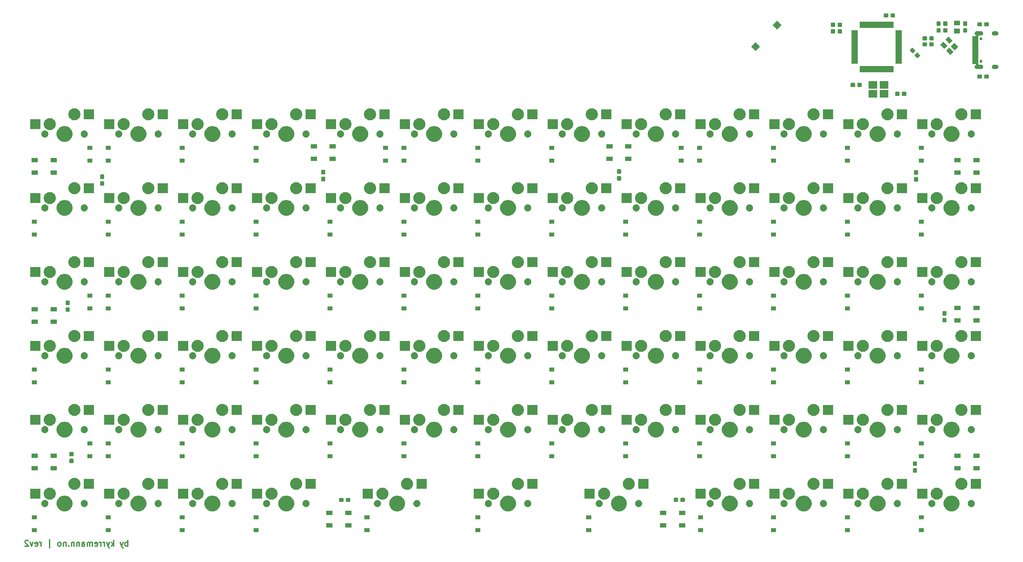
<source format=gbr>
G04 #@! TF.GenerationSoftware,KiCad,Pcbnew,(5.1.5)-3*
G04 #@! TF.CreationDate,2020-03-08T23:01:56+01:00*
G04 #@! TF.ProjectId,index-tab,696e6465-782d-4746-9162-2e6b69636164,rev?*
G04 #@! TF.SameCoordinates,Original*
G04 #@! TF.FileFunction,Soldermask,Bot*
G04 #@! TF.FilePolarity,Negative*
%FSLAX46Y46*%
G04 Gerber Fmt 4.6, Leading zero omitted, Abs format (unit mm)*
G04 Created by KiCad (PCBNEW (5.1.5)-3) date 2020-03-08 23:01:56*
%MOMM*%
%LPD*%
G04 APERTURE LIST*
%ADD10C,0.300000*%
%ADD11C,0.100000*%
G04 APERTURE END LIST*
D10*
X54389285Y-163378571D02*
X54389285Y-161878571D01*
X54389285Y-162450000D02*
X54246428Y-162378571D01*
X53960714Y-162378571D01*
X53817857Y-162450000D01*
X53746428Y-162521428D01*
X53675000Y-162664285D01*
X53675000Y-163092857D01*
X53746428Y-163235714D01*
X53817857Y-163307142D01*
X53960714Y-163378571D01*
X54246428Y-163378571D01*
X54389285Y-163307142D01*
X53175000Y-162378571D02*
X52817857Y-163378571D01*
X52460714Y-162378571D02*
X52817857Y-163378571D01*
X52960714Y-163735714D01*
X53032142Y-163807142D01*
X53175000Y-163878571D01*
X50746428Y-163378571D02*
X50746428Y-161878571D01*
X50603571Y-162807142D02*
X50175000Y-163378571D01*
X50175000Y-162378571D02*
X50746428Y-162950000D01*
X49675000Y-162378571D02*
X49317857Y-163378571D01*
X48960714Y-162378571D02*
X49317857Y-163378571D01*
X49460714Y-163735714D01*
X49532142Y-163807142D01*
X49675000Y-163878571D01*
X48389285Y-163378571D02*
X48389285Y-162378571D01*
X48389285Y-162664285D02*
X48317857Y-162521428D01*
X48246428Y-162450000D01*
X48103571Y-162378571D01*
X47960714Y-162378571D01*
X47460714Y-163378571D02*
X47460714Y-162378571D01*
X47460714Y-162664285D02*
X47389285Y-162521428D01*
X47317857Y-162450000D01*
X47175000Y-162378571D01*
X47032142Y-162378571D01*
X45960714Y-163307142D02*
X46103571Y-163378571D01*
X46389285Y-163378571D01*
X46532142Y-163307142D01*
X46603571Y-163164285D01*
X46603571Y-162592857D01*
X46532142Y-162450000D01*
X46389285Y-162378571D01*
X46103571Y-162378571D01*
X45960714Y-162450000D01*
X45889285Y-162592857D01*
X45889285Y-162735714D01*
X46603571Y-162878571D01*
X45246428Y-163378571D02*
X45246428Y-162378571D01*
X45246428Y-162521428D02*
X45175000Y-162450000D01*
X45032142Y-162378571D01*
X44817857Y-162378571D01*
X44675000Y-162450000D01*
X44603571Y-162592857D01*
X44603571Y-163378571D01*
X44603571Y-162592857D02*
X44532142Y-162450000D01*
X44389285Y-162378571D01*
X44175000Y-162378571D01*
X44032142Y-162450000D01*
X43960714Y-162592857D01*
X43960714Y-163378571D01*
X42603571Y-163378571D02*
X42603571Y-162592857D01*
X42675000Y-162450000D01*
X42817857Y-162378571D01*
X43103571Y-162378571D01*
X43246428Y-162450000D01*
X42603571Y-163307142D02*
X42746428Y-163378571D01*
X43103571Y-163378571D01*
X43246428Y-163307142D01*
X43317857Y-163164285D01*
X43317857Y-163021428D01*
X43246428Y-162878571D01*
X43103571Y-162807142D01*
X42746428Y-162807142D01*
X42603571Y-162735714D01*
X41889285Y-162378571D02*
X41889285Y-163378571D01*
X41889285Y-162521428D02*
X41817857Y-162450000D01*
X41675000Y-162378571D01*
X41460714Y-162378571D01*
X41317857Y-162450000D01*
X41246428Y-162592857D01*
X41246428Y-163378571D01*
X40532142Y-162378571D02*
X40532142Y-163378571D01*
X40532142Y-162521428D02*
X40460714Y-162450000D01*
X40317857Y-162378571D01*
X40103571Y-162378571D01*
X39960714Y-162450000D01*
X39889285Y-162592857D01*
X39889285Y-163378571D01*
X39175000Y-163235714D02*
X39103571Y-163307142D01*
X39175000Y-163378571D01*
X39246428Y-163307142D01*
X39175000Y-163235714D01*
X39175000Y-163378571D01*
X38460714Y-162378571D02*
X38460714Y-163378571D01*
X38460714Y-162521428D02*
X38389285Y-162450000D01*
X38246428Y-162378571D01*
X38032142Y-162378571D01*
X37889285Y-162450000D01*
X37817857Y-162592857D01*
X37817857Y-163378571D01*
X36889285Y-163378571D02*
X37032142Y-163307142D01*
X37103571Y-163235714D01*
X37175000Y-163092857D01*
X37175000Y-162664285D01*
X37103571Y-162521428D01*
X37032142Y-162450000D01*
X36889285Y-162378571D01*
X36675000Y-162378571D01*
X36532142Y-162450000D01*
X36460714Y-162521428D01*
X36389285Y-162664285D01*
X36389285Y-163092857D01*
X36460714Y-163235714D01*
X36532142Y-163307142D01*
X36675000Y-163378571D01*
X36889285Y-163378571D01*
X34246428Y-163878571D02*
X34246428Y-161735714D01*
X32032142Y-163378571D02*
X32032142Y-162378571D01*
X32032142Y-162664285D02*
X31960714Y-162521428D01*
X31889285Y-162450000D01*
X31746428Y-162378571D01*
X31603571Y-162378571D01*
X30532142Y-163307142D02*
X30675000Y-163378571D01*
X30960714Y-163378571D01*
X31103571Y-163307142D01*
X31175000Y-163164285D01*
X31175000Y-162592857D01*
X31103571Y-162450000D01*
X30960714Y-162378571D01*
X30675000Y-162378571D01*
X30532142Y-162450000D01*
X30460714Y-162592857D01*
X30460714Y-162735714D01*
X31175000Y-162878571D01*
X29960714Y-162378571D02*
X29603571Y-163378571D01*
X29246428Y-162378571D01*
X28746428Y-162021428D02*
X28675000Y-161950000D01*
X28532142Y-161878571D01*
X28175000Y-161878571D01*
X28032142Y-161950000D01*
X27960714Y-162021428D01*
X27889285Y-162164285D01*
X27889285Y-162307142D01*
X27960714Y-162521428D01*
X28817857Y-163378571D01*
X27889285Y-163378571D01*
D11*
G36*
X259576000Y-159751000D02*
G01*
X258274000Y-159751000D01*
X258274000Y-158749000D01*
X259576000Y-158749000D01*
X259576000Y-159751000D01*
G37*
G36*
X240526000Y-159751000D02*
G01*
X239224000Y-159751000D01*
X239224000Y-158749000D01*
X240526000Y-158749000D01*
X240526000Y-159751000D01*
G37*
G36*
X221476000Y-159751000D02*
G01*
X220174000Y-159751000D01*
X220174000Y-158749000D01*
X221476000Y-158749000D01*
X221476000Y-159751000D01*
G37*
G36*
X202651000Y-159751000D02*
G01*
X201349000Y-159751000D01*
X201349000Y-158749000D01*
X202651000Y-158749000D01*
X202651000Y-159751000D01*
G37*
G36*
X173851000Y-159751000D02*
G01*
X172549000Y-159751000D01*
X172549000Y-158749000D01*
X173851000Y-158749000D01*
X173851000Y-159751000D01*
G37*
G36*
X145276000Y-159751000D02*
G01*
X143974000Y-159751000D01*
X143974000Y-158749000D01*
X145276000Y-158749000D01*
X145276000Y-159751000D01*
G37*
G36*
X116701000Y-159751000D02*
G01*
X115399000Y-159751000D01*
X115399000Y-158749000D01*
X116701000Y-158749000D01*
X116701000Y-159751000D01*
G37*
G36*
X69076000Y-159751000D02*
G01*
X67774000Y-159751000D01*
X67774000Y-158749000D01*
X69076000Y-158749000D01*
X69076000Y-159751000D01*
G37*
G36*
X30976000Y-159751000D02*
G01*
X29674000Y-159751000D01*
X29674000Y-158749000D01*
X30976000Y-158749000D01*
X30976000Y-159751000D01*
G37*
G36*
X50026000Y-159751000D02*
G01*
X48724000Y-159751000D01*
X48724000Y-158749000D01*
X50026000Y-158749000D01*
X50026000Y-159751000D01*
G37*
G36*
X88126000Y-159751000D02*
G01*
X86824000Y-159751000D01*
X86824000Y-158749000D01*
X88126000Y-158749000D01*
X88126000Y-159751000D01*
G37*
G36*
X112051000Y-158551000D02*
G01*
X110449000Y-158551000D01*
X110449000Y-157449000D01*
X112051000Y-157449000D01*
X112051000Y-158551000D01*
G37*
G36*
X198101000Y-158551000D02*
G01*
X196499000Y-158551000D01*
X196499000Y-157449000D01*
X198101000Y-157449000D01*
X198101000Y-158551000D01*
G37*
G36*
X193201000Y-158551000D02*
G01*
X191599000Y-158551000D01*
X191599000Y-157449000D01*
X193201000Y-157449000D01*
X193201000Y-158551000D01*
G37*
G36*
X107151000Y-158551000D02*
G01*
X105549000Y-158551000D01*
X105549000Y-157449000D01*
X107151000Y-157449000D01*
X107151000Y-158551000D01*
G37*
G36*
X116701000Y-156451000D02*
G01*
X115399000Y-156451000D01*
X115399000Y-155449000D01*
X116701000Y-155449000D01*
X116701000Y-156451000D01*
G37*
G36*
X145276000Y-156451000D02*
G01*
X143974000Y-156451000D01*
X143974000Y-155449000D01*
X145276000Y-155449000D01*
X145276000Y-156451000D01*
G37*
G36*
X88126000Y-156451000D02*
G01*
X86824000Y-156451000D01*
X86824000Y-155449000D01*
X88126000Y-155449000D01*
X88126000Y-156451000D01*
G37*
G36*
X30976000Y-156451000D02*
G01*
X29674000Y-156451000D01*
X29674000Y-155449000D01*
X30976000Y-155449000D01*
X30976000Y-156451000D01*
G37*
G36*
X69076000Y-156451000D02*
G01*
X67774000Y-156451000D01*
X67774000Y-155449000D01*
X69076000Y-155449000D01*
X69076000Y-156451000D01*
G37*
G36*
X173851000Y-156451000D02*
G01*
X172549000Y-156451000D01*
X172549000Y-155449000D01*
X173851000Y-155449000D01*
X173851000Y-156451000D01*
G37*
G36*
X50026000Y-156451000D02*
G01*
X48724000Y-156451000D01*
X48724000Y-155449000D01*
X50026000Y-155449000D01*
X50026000Y-156451000D01*
G37*
G36*
X202651000Y-156451000D02*
G01*
X201349000Y-156451000D01*
X201349000Y-155449000D01*
X202651000Y-155449000D01*
X202651000Y-156451000D01*
G37*
G36*
X221476000Y-156451000D02*
G01*
X220174000Y-156451000D01*
X220174000Y-155449000D01*
X221476000Y-155449000D01*
X221476000Y-156451000D01*
G37*
G36*
X240526000Y-156451000D02*
G01*
X239224000Y-156451000D01*
X239224000Y-155449000D01*
X240526000Y-155449000D01*
X240526000Y-156451000D01*
G37*
G36*
X259576000Y-156451000D02*
G01*
X258274000Y-156451000D01*
X258274000Y-155449000D01*
X259576000Y-155449000D01*
X259576000Y-156451000D01*
G37*
G36*
X112051000Y-155351000D02*
G01*
X110449000Y-155351000D01*
X110449000Y-154249000D01*
X112051000Y-154249000D01*
X112051000Y-155351000D01*
G37*
G36*
X198101000Y-155351000D02*
G01*
X196499000Y-155351000D01*
X196499000Y-154249000D01*
X198101000Y-154249000D01*
X198101000Y-155351000D01*
G37*
G36*
X193201000Y-155351000D02*
G01*
X191599000Y-155351000D01*
X191599000Y-154249000D01*
X193201000Y-154249000D01*
X193201000Y-155351000D01*
G37*
G36*
X107151000Y-155351000D02*
G01*
X105549000Y-155351000D01*
X105549000Y-154249000D01*
X107151000Y-154249000D01*
X107151000Y-155351000D01*
G37*
G36*
X181571474Y-150433684D02*
G01*
X181789474Y-150523983D01*
X181943623Y-150587833D01*
X182278548Y-150811623D01*
X182563377Y-151096452D01*
X182787167Y-151431377D01*
X182851017Y-151585526D01*
X182941316Y-151803526D01*
X183019900Y-152198594D01*
X183019900Y-152601406D01*
X182941316Y-152996474D01*
X182857322Y-153199253D01*
X182787167Y-153368623D01*
X182563377Y-153703548D01*
X182278548Y-153988377D01*
X181943623Y-154212167D01*
X181789474Y-154276017D01*
X181571474Y-154366316D01*
X181176406Y-154444900D01*
X180773594Y-154444900D01*
X180378526Y-154366316D01*
X180160526Y-154276017D01*
X180006377Y-154212167D01*
X179671452Y-153988377D01*
X179386623Y-153703548D01*
X179162833Y-153368623D01*
X179092678Y-153199253D01*
X179008684Y-152996474D01*
X178930100Y-152601406D01*
X178930100Y-152198594D01*
X179008684Y-151803526D01*
X179098983Y-151585526D01*
X179162833Y-151431377D01*
X179386623Y-151096452D01*
X179671452Y-150811623D01*
X180006377Y-150587833D01*
X180160526Y-150523983D01*
X180378526Y-150433684D01*
X180773594Y-150355100D01*
X181176406Y-150355100D01*
X181571474Y-150433684D01*
G37*
G36*
X210146474Y-150433684D02*
G01*
X210364474Y-150523983D01*
X210518623Y-150587833D01*
X210853548Y-150811623D01*
X211138377Y-151096452D01*
X211362167Y-151431377D01*
X211426017Y-151585526D01*
X211516316Y-151803526D01*
X211594900Y-152198594D01*
X211594900Y-152601406D01*
X211516316Y-152996474D01*
X211432322Y-153199253D01*
X211362167Y-153368623D01*
X211138377Y-153703548D01*
X210853548Y-153988377D01*
X210518623Y-154212167D01*
X210364474Y-154276017D01*
X210146474Y-154366316D01*
X209751406Y-154444900D01*
X209348594Y-154444900D01*
X208953526Y-154366316D01*
X208735526Y-154276017D01*
X208581377Y-154212167D01*
X208246452Y-153988377D01*
X207961623Y-153703548D01*
X207737833Y-153368623D01*
X207667678Y-153199253D01*
X207583684Y-152996474D01*
X207505100Y-152601406D01*
X207505100Y-152198594D01*
X207583684Y-151803526D01*
X207673983Y-151585526D01*
X207737833Y-151431377D01*
X207961623Y-151096452D01*
X208246452Y-150811623D01*
X208581377Y-150587833D01*
X208735526Y-150523983D01*
X208953526Y-150433684D01*
X209348594Y-150355100D01*
X209751406Y-150355100D01*
X210146474Y-150433684D01*
G37*
G36*
X229196474Y-150433684D02*
G01*
X229414474Y-150523983D01*
X229568623Y-150587833D01*
X229903548Y-150811623D01*
X230188377Y-151096452D01*
X230412167Y-151431377D01*
X230476017Y-151585526D01*
X230566316Y-151803526D01*
X230644900Y-152198594D01*
X230644900Y-152601406D01*
X230566316Y-152996474D01*
X230482322Y-153199253D01*
X230412167Y-153368623D01*
X230188377Y-153703548D01*
X229903548Y-153988377D01*
X229568623Y-154212167D01*
X229414474Y-154276017D01*
X229196474Y-154366316D01*
X228801406Y-154444900D01*
X228398594Y-154444900D01*
X228003526Y-154366316D01*
X227785526Y-154276017D01*
X227631377Y-154212167D01*
X227296452Y-153988377D01*
X227011623Y-153703548D01*
X226787833Y-153368623D01*
X226717678Y-153199253D01*
X226633684Y-152996474D01*
X226555100Y-152601406D01*
X226555100Y-152198594D01*
X226633684Y-151803526D01*
X226723983Y-151585526D01*
X226787833Y-151431377D01*
X227011623Y-151096452D01*
X227296452Y-150811623D01*
X227631377Y-150587833D01*
X227785526Y-150523983D01*
X228003526Y-150433684D01*
X228398594Y-150355100D01*
X228801406Y-150355100D01*
X229196474Y-150433684D01*
G37*
G36*
X248246474Y-150433684D02*
G01*
X248464474Y-150523983D01*
X248618623Y-150587833D01*
X248953548Y-150811623D01*
X249238377Y-151096452D01*
X249462167Y-151431377D01*
X249526017Y-151585526D01*
X249616316Y-151803526D01*
X249694900Y-152198594D01*
X249694900Y-152601406D01*
X249616316Y-152996474D01*
X249532322Y-153199253D01*
X249462167Y-153368623D01*
X249238377Y-153703548D01*
X248953548Y-153988377D01*
X248618623Y-154212167D01*
X248464474Y-154276017D01*
X248246474Y-154366316D01*
X247851406Y-154444900D01*
X247448594Y-154444900D01*
X247053526Y-154366316D01*
X246835526Y-154276017D01*
X246681377Y-154212167D01*
X246346452Y-153988377D01*
X246061623Y-153703548D01*
X245837833Y-153368623D01*
X245767678Y-153199253D01*
X245683684Y-152996474D01*
X245605100Y-152601406D01*
X245605100Y-152198594D01*
X245683684Y-151803526D01*
X245773983Y-151585526D01*
X245837833Y-151431377D01*
X246061623Y-151096452D01*
X246346452Y-150811623D01*
X246681377Y-150587833D01*
X246835526Y-150523983D01*
X247053526Y-150433684D01*
X247448594Y-150355100D01*
X247851406Y-150355100D01*
X248246474Y-150433684D01*
G37*
G36*
X267296474Y-150433684D02*
G01*
X267514474Y-150523983D01*
X267668623Y-150587833D01*
X268003548Y-150811623D01*
X268288377Y-151096452D01*
X268512167Y-151431377D01*
X268576017Y-151585526D01*
X268666316Y-151803526D01*
X268744900Y-152198594D01*
X268744900Y-152601406D01*
X268666316Y-152996474D01*
X268582322Y-153199253D01*
X268512167Y-153368623D01*
X268288377Y-153703548D01*
X268003548Y-153988377D01*
X267668623Y-154212167D01*
X267514474Y-154276017D01*
X267296474Y-154366316D01*
X266901406Y-154444900D01*
X266498594Y-154444900D01*
X266103526Y-154366316D01*
X265885526Y-154276017D01*
X265731377Y-154212167D01*
X265396452Y-153988377D01*
X265111623Y-153703548D01*
X264887833Y-153368623D01*
X264817678Y-153199253D01*
X264733684Y-152996474D01*
X264655100Y-152601406D01*
X264655100Y-152198594D01*
X264733684Y-151803526D01*
X264823983Y-151585526D01*
X264887833Y-151431377D01*
X265111623Y-151096452D01*
X265396452Y-150811623D01*
X265731377Y-150587833D01*
X265885526Y-150523983D01*
X266103526Y-150433684D01*
X266498594Y-150355100D01*
X266901406Y-150355100D01*
X267296474Y-150433684D01*
G37*
G36*
X57746474Y-150433684D02*
G01*
X57964474Y-150523983D01*
X58118623Y-150587833D01*
X58453548Y-150811623D01*
X58738377Y-151096452D01*
X58962167Y-151431377D01*
X59026017Y-151585526D01*
X59116316Y-151803526D01*
X59194900Y-152198594D01*
X59194900Y-152601406D01*
X59116316Y-152996474D01*
X59032322Y-153199253D01*
X58962167Y-153368623D01*
X58738377Y-153703548D01*
X58453548Y-153988377D01*
X58118623Y-154212167D01*
X57964474Y-154276017D01*
X57746474Y-154366316D01*
X57351406Y-154444900D01*
X56948594Y-154444900D01*
X56553526Y-154366316D01*
X56335526Y-154276017D01*
X56181377Y-154212167D01*
X55846452Y-153988377D01*
X55561623Y-153703548D01*
X55337833Y-153368623D01*
X55267678Y-153199253D01*
X55183684Y-152996474D01*
X55105100Y-152601406D01*
X55105100Y-152198594D01*
X55183684Y-151803526D01*
X55273983Y-151585526D01*
X55337833Y-151431377D01*
X55561623Y-151096452D01*
X55846452Y-150811623D01*
X56181377Y-150587833D01*
X56335526Y-150523983D01*
X56553526Y-150433684D01*
X56948594Y-150355100D01*
X57351406Y-150355100D01*
X57746474Y-150433684D01*
G37*
G36*
X76796474Y-150433684D02*
G01*
X77014474Y-150523983D01*
X77168623Y-150587833D01*
X77503548Y-150811623D01*
X77788377Y-151096452D01*
X78012167Y-151431377D01*
X78076017Y-151585526D01*
X78166316Y-151803526D01*
X78244900Y-152198594D01*
X78244900Y-152601406D01*
X78166316Y-152996474D01*
X78082322Y-153199253D01*
X78012167Y-153368623D01*
X77788377Y-153703548D01*
X77503548Y-153988377D01*
X77168623Y-154212167D01*
X77014474Y-154276017D01*
X76796474Y-154366316D01*
X76401406Y-154444900D01*
X75998594Y-154444900D01*
X75603526Y-154366316D01*
X75385526Y-154276017D01*
X75231377Y-154212167D01*
X74896452Y-153988377D01*
X74611623Y-153703548D01*
X74387833Y-153368623D01*
X74317678Y-153199253D01*
X74233684Y-152996474D01*
X74155100Y-152601406D01*
X74155100Y-152198594D01*
X74233684Y-151803526D01*
X74323983Y-151585526D01*
X74387833Y-151431377D01*
X74611623Y-151096452D01*
X74896452Y-150811623D01*
X75231377Y-150587833D01*
X75385526Y-150523983D01*
X75603526Y-150433684D01*
X75998594Y-150355100D01*
X76401406Y-150355100D01*
X76796474Y-150433684D01*
G37*
G36*
X95846474Y-150433684D02*
G01*
X96064474Y-150523983D01*
X96218623Y-150587833D01*
X96553548Y-150811623D01*
X96838377Y-151096452D01*
X97062167Y-151431377D01*
X97126017Y-151585526D01*
X97216316Y-151803526D01*
X97294900Y-152198594D01*
X97294900Y-152601406D01*
X97216316Y-152996474D01*
X97132322Y-153199253D01*
X97062167Y-153368623D01*
X96838377Y-153703548D01*
X96553548Y-153988377D01*
X96218623Y-154212167D01*
X96064474Y-154276017D01*
X95846474Y-154366316D01*
X95451406Y-154444900D01*
X95048594Y-154444900D01*
X94653526Y-154366316D01*
X94435526Y-154276017D01*
X94281377Y-154212167D01*
X93946452Y-153988377D01*
X93661623Y-153703548D01*
X93437833Y-153368623D01*
X93367678Y-153199253D01*
X93283684Y-152996474D01*
X93205100Y-152601406D01*
X93205100Y-152198594D01*
X93283684Y-151803526D01*
X93373983Y-151585526D01*
X93437833Y-151431377D01*
X93661623Y-151096452D01*
X93946452Y-150811623D01*
X94281377Y-150587833D01*
X94435526Y-150523983D01*
X94653526Y-150433684D01*
X95048594Y-150355100D01*
X95451406Y-150355100D01*
X95846474Y-150433684D01*
G37*
G36*
X124421474Y-150433684D02*
G01*
X124639474Y-150523983D01*
X124793623Y-150587833D01*
X125128548Y-150811623D01*
X125413377Y-151096452D01*
X125637167Y-151431377D01*
X125701017Y-151585526D01*
X125791316Y-151803526D01*
X125869900Y-152198594D01*
X125869900Y-152601406D01*
X125791316Y-152996474D01*
X125707322Y-153199253D01*
X125637167Y-153368623D01*
X125413377Y-153703548D01*
X125128548Y-153988377D01*
X124793623Y-154212167D01*
X124639474Y-154276017D01*
X124421474Y-154366316D01*
X124026406Y-154444900D01*
X123623594Y-154444900D01*
X123228526Y-154366316D01*
X123010526Y-154276017D01*
X122856377Y-154212167D01*
X122521452Y-153988377D01*
X122236623Y-153703548D01*
X122012833Y-153368623D01*
X121942678Y-153199253D01*
X121858684Y-152996474D01*
X121780100Y-152601406D01*
X121780100Y-152198594D01*
X121858684Y-151803526D01*
X121948983Y-151585526D01*
X122012833Y-151431377D01*
X122236623Y-151096452D01*
X122521452Y-150811623D01*
X122856377Y-150587833D01*
X123010526Y-150523983D01*
X123228526Y-150433684D01*
X123623594Y-150355100D01*
X124026406Y-150355100D01*
X124421474Y-150433684D01*
G37*
G36*
X152996474Y-150433684D02*
G01*
X153214474Y-150523983D01*
X153368623Y-150587833D01*
X153703548Y-150811623D01*
X153988377Y-151096452D01*
X154212167Y-151431377D01*
X154276017Y-151585526D01*
X154366316Y-151803526D01*
X154444900Y-152198594D01*
X154444900Y-152601406D01*
X154366316Y-152996474D01*
X154282322Y-153199253D01*
X154212167Y-153368623D01*
X153988377Y-153703548D01*
X153703548Y-153988377D01*
X153368623Y-154212167D01*
X153214474Y-154276017D01*
X152996474Y-154366316D01*
X152601406Y-154444900D01*
X152198594Y-154444900D01*
X151803526Y-154366316D01*
X151585526Y-154276017D01*
X151431377Y-154212167D01*
X151096452Y-153988377D01*
X150811623Y-153703548D01*
X150587833Y-153368623D01*
X150517678Y-153199253D01*
X150433684Y-152996474D01*
X150355100Y-152601406D01*
X150355100Y-152198594D01*
X150433684Y-151803526D01*
X150523983Y-151585526D01*
X150587833Y-151431377D01*
X150811623Y-151096452D01*
X151096452Y-150811623D01*
X151431377Y-150587833D01*
X151585526Y-150523983D01*
X151803526Y-150433684D01*
X152198594Y-150355100D01*
X152601406Y-150355100D01*
X152996474Y-150433684D01*
G37*
G36*
X38696474Y-150433684D02*
G01*
X38914474Y-150523983D01*
X39068623Y-150587833D01*
X39403548Y-150811623D01*
X39688377Y-151096452D01*
X39912167Y-151431377D01*
X39976017Y-151585526D01*
X40066316Y-151803526D01*
X40144900Y-152198594D01*
X40144900Y-152601406D01*
X40066316Y-152996474D01*
X39982322Y-153199253D01*
X39912167Y-153368623D01*
X39688377Y-153703548D01*
X39403548Y-153988377D01*
X39068623Y-154212167D01*
X38914474Y-154276017D01*
X38696474Y-154366316D01*
X38301406Y-154444900D01*
X37898594Y-154444900D01*
X37503526Y-154366316D01*
X37285526Y-154276017D01*
X37131377Y-154212167D01*
X36796452Y-153988377D01*
X36511623Y-153703548D01*
X36287833Y-153368623D01*
X36217678Y-153199253D01*
X36133684Y-152996474D01*
X36055100Y-152601406D01*
X36055100Y-152198594D01*
X36133684Y-151803526D01*
X36223983Y-151585526D01*
X36287833Y-151431377D01*
X36511623Y-151096452D01*
X36796452Y-150811623D01*
X37131377Y-150587833D01*
X37285526Y-150523983D01*
X37503526Y-150433684D01*
X37898594Y-150355100D01*
X38301406Y-150355100D01*
X38696474Y-150433684D01*
G37*
G36*
X223695952Y-151515429D02*
G01*
X223783075Y-151532759D01*
X223892498Y-151578084D01*
X223947211Y-151600747D01*
X224093933Y-151698783D01*
X224094928Y-151699448D01*
X224220552Y-151825072D01*
X224220554Y-151825075D01*
X224319253Y-151972789D01*
X224327089Y-151991708D01*
X224387241Y-152136925D01*
X224421900Y-152311171D01*
X224421900Y-152488829D01*
X224387241Y-152663075D01*
X224341916Y-152772498D01*
X224319253Y-152827211D01*
X224221217Y-152973933D01*
X224220552Y-152974928D01*
X224094928Y-153100552D01*
X224094925Y-153100554D01*
X223947211Y-153199253D01*
X223892498Y-153221916D01*
X223783075Y-153267241D01*
X223695952Y-153284571D01*
X223608831Y-153301900D01*
X223431169Y-153301900D01*
X223344048Y-153284571D01*
X223256925Y-153267241D01*
X223147502Y-153221916D01*
X223092789Y-153199253D01*
X222945075Y-153100554D01*
X222945072Y-153100552D01*
X222819448Y-152974928D01*
X222818783Y-152973933D01*
X222720747Y-152827211D01*
X222698084Y-152772498D01*
X222652759Y-152663075D01*
X222618100Y-152488829D01*
X222618100Y-152311171D01*
X222652759Y-152136925D01*
X222712911Y-151991708D01*
X222720747Y-151972789D01*
X222819446Y-151825075D01*
X222819448Y-151825072D01*
X222945072Y-151699448D01*
X222946067Y-151698783D01*
X223092789Y-151600747D01*
X223147502Y-151578084D01*
X223256925Y-151532759D01*
X223344048Y-151515429D01*
X223431169Y-151498100D01*
X223608831Y-151498100D01*
X223695952Y-151515429D01*
G37*
G36*
X242745952Y-151515429D02*
G01*
X242833075Y-151532759D01*
X242942498Y-151578084D01*
X242997211Y-151600747D01*
X243143933Y-151698783D01*
X243144928Y-151699448D01*
X243270552Y-151825072D01*
X243270554Y-151825075D01*
X243369253Y-151972789D01*
X243377089Y-151991708D01*
X243437241Y-152136925D01*
X243471900Y-152311171D01*
X243471900Y-152488829D01*
X243437241Y-152663075D01*
X243391916Y-152772498D01*
X243369253Y-152827211D01*
X243271217Y-152973933D01*
X243270552Y-152974928D01*
X243144928Y-153100552D01*
X243144925Y-153100554D01*
X242997211Y-153199253D01*
X242942498Y-153221916D01*
X242833075Y-153267241D01*
X242745952Y-153284571D01*
X242658831Y-153301900D01*
X242481169Y-153301900D01*
X242394048Y-153284571D01*
X242306925Y-153267241D01*
X242197502Y-153221916D01*
X242142789Y-153199253D01*
X241995075Y-153100554D01*
X241995072Y-153100552D01*
X241869448Y-152974928D01*
X241868783Y-152973933D01*
X241770747Y-152827211D01*
X241748084Y-152772498D01*
X241702759Y-152663075D01*
X241668100Y-152488829D01*
X241668100Y-152311171D01*
X241702759Y-152136925D01*
X241762911Y-151991708D01*
X241770747Y-151972789D01*
X241869446Y-151825075D01*
X241869448Y-151825072D01*
X241995072Y-151699448D01*
X241996067Y-151698783D01*
X242142789Y-151600747D01*
X242197502Y-151578084D01*
X242306925Y-151532759D01*
X242394048Y-151515429D01*
X242481169Y-151498100D01*
X242658831Y-151498100D01*
X242745952Y-151515429D01*
G37*
G36*
X271955952Y-151515429D02*
G01*
X272043075Y-151532759D01*
X272152498Y-151578084D01*
X272207211Y-151600747D01*
X272353933Y-151698783D01*
X272354928Y-151699448D01*
X272480552Y-151825072D01*
X272480554Y-151825075D01*
X272579253Y-151972789D01*
X272587089Y-151991708D01*
X272647241Y-152136925D01*
X272681900Y-152311171D01*
X272681900Y-152488829D01*
X272647241Y-152663075D01*
X272601916Y-152772498D01*
X272579253Y-152827211D01*
X272481217Y-152973933D01*
X272480552Y-152974928D01*
X272354928Y-153100552D01*
X272354925Y-153100554D01*
X272207211Y-153199253D01*
X272152498Y-153221916D01*
X272043075Y-153267241D01*
X271955952Y-153284571D01*
X271868831Y-153301900D01*
X271691169Y-153301900D01*
X271604048Y-153284571D01*
X271516925Y-153267241D01*
X271407502Y-153221916D01*
X271352789Y-153199253D01*
X271205075Y-153100554D01*
X271205072Y-153100552D01*
X271079448Y-152974928D01*
X271078783Y-152973933D01*
X270980747Y-152827211D01*
X270958084Y-152772498D01*
X270912759Y-152663075D01*
X270878100Y-152488829D01*
X270878100Y-152311171D01*
X270912759Y-152136925D01*
X270972911Y-151991708D01*
X270980747Y-151972789D01*
X271079446Y-151825075D01*
X271079448Y-151825072D01*
X271205072Y-151699448D01*
X271206067Y-151698783D01*
X271352789Y-151600747D01*
X271407502Y-151578084D01*
X271516925Y-151532759D01*
X271604048Y-151515429D01*
X271691169Y-151498100D01*
X271868831Y-151498100D01*
X271955952Y-151515429D01*
G37*
G36*
X261795952Y-151515429D02*
G01*
X261883075Y-151532759D01*
X261992498Y-151578084D01*
X262047211Y-151600747D01*
X262193933Y-151698783D01*
X262194928Y-151699448D01*
X262320552Y-151825072D01*
X262320554Y-151825075D01*
X262419253Y-151972789D01*
X262427089Y-151991708D01*
X262487241Y-152136925D01*
X262521900Y-152311171D01*
X262521900Y-152488829D01*
X262487241Y-152663075D01*
X262441916Y-152772498D01*
X262419253Y-152827211D01*
X262321217Y-152973933D01*
X262320552Y-152974928D01*
X262194928Y-153100552D01*
X262194925Y-153100554D01*
X262047211Y-153199253D01*
X261992498Y-153221916D01*
X261883075Y-153267241D01*
X261795952Y-153284571D01*
X261708831Y-153301900D01*
X261531169Y-153301900D01*
X261444048Y-153284571D01*
X261356925Y-153267241D01*
X261247502Y-153221916D01*
X261192789Y-153199253D01*
X261045075Y-153100554D01*
X261045072Y-153100552D01*
X260919448Y-152974928D01*
X260918783Y-152973933D01*
X260820747Y-152827211D01*
X260798084Y-152772498D01*
X260752759Y-152663075D01*
X260718100Y-152488829D01*
X260718100Y-152311171D01*
X260752759Y-152136925D01*
X260812911Y-151991708D01*
X260820747Y-151972789D01*
X260919446Y-151825075D01*
X260919448Y-151825072D01*
X261045072Y-151699448D01*
X261046067Y-151698783D01*
X261192789Y-151600747D01*
X261247502Y-151578084D01*
X261356925Y-151532759D01*
X261444048Y-151515429D01*
X261531169Y-151498100D01*
X261708831Y-151498100D01*
X261795952Y-151515429D01*
G37*
G36*
X90345952Y-151515429D02*
G01*
X90433075Y-151532759D01*
X90542498Y-151578084D01*
X90597211Y-151600747D01*
X90743933Y-151698783D01*
X90744928Y-151699448D01*
X90870552Y-151825072D01*
X90870554Y-151825075D01*
X90969253Y-151972789D01*
X90977089Y-151991708D01*
X91037241Y-152136925D01*
X91071900Y-152311171D01*
X91071900Y-152488829D01*
X91037241Y-152663075D01*
X90991916Y-152772498D01*
X90969253Y-152827211D01*
X90871217Y-152973933D01*
X90870552Y-152974928D01*
X90744928Y-153100552D01*
X90744925Y-153100554D01*
X90597211Y-153199253D01*
X90542498Y-153221916D01*
X90433075Y-153267241D01*
X90345952Y-153284571D01*
X90258831Y-153301900D01*
X90081169Y-153301900D01*
X89994048Y-153284571D01*
X89906925Y-153267241D01*
X89797502Y-153221916D01*
X89742789Y-153199253D01*
X89595075Y-153100554D01*
X89595072Y-153100552D01*
X89469448Y-152974928D01*
X89468783Y-152973933D01*
X89370747Y-152827211D01*
X89348084Y-152772498D01*
X89302759Y-152663075D01*
X89268100Y-152488829D01*
X89268100Y-152311171D01*
X89302759Y-152136925D01*
X89362911Y-151991708D01*
X89370747Y-151972789D01*
X89469446Y-151825075D01*
X89469448Y-151825072D01*
X89595072Y-151699448D01*
X89596067Y-151698783D01*
X89742789Y-151600747D01*
X89797502Y-151578084D01*
X89906925Y-151532759D01*
X89994048Y-151515429D01*
X90081169Y-151498100D01*
X90258831Y-151498100D01*
X90345952Y-151515429D01*
G37*
G36*
X100505952Y-151515429D02*
G01*
X100593075Y-151532759D01*
X100702498Y-151578084D01*
X100757211Y-151600747D01*
X100903933Y-151698783D01*
X100904928Y-151699448D01*
X101030552Y-151825072D01*
X101030554Y-151825075D01*
X101129253Y-151972789D01*
X101137089Y-151991708D01*
X101197241Y-152136925D01*
X101231900Y-152311171D01*
X101231900Y-152488829D01*
X101197241Y-152663075D01*
X101151916Y-152772498D01*
X101129253Y-152827211D01*
X101031217Y-152973933D01*
X101030552Y-152974928D01*
X100904928Y-153100552D01*
X100904925Y-153100554D01*
X100757211Y-153199253D01*
X100702498Y-153221916D01*
X100593075Y-153267241D01*
X100505952Y-153284571D01*
X100418831Y-153301900D01*
X100241169Y-153301900D01*
X100154048Y-153284571D01*
X100066925Y-153267241D01*
X99957502Y-153221916D01*
X99902789Y-153199253D01*
X99755075Y-153100554D01*
X99755072Y-153100552D01*
X99629448Y-152974928D01*
X99628783Y-152973933D01*
X99530747Y-152827211D01*
X99508084Y-152772498D01*
X99462759Y-152663075D01*
X99428100Y-152488829D01*
X99428100Y-152311171D01*
X99462759Y-152136925D01*
X99522911Y-151991708D01*
X99530747Y-151972789D01*
X99629446Y-151825075D01*
X99629448Y-151825072D01*
X99755072Y-151699448D01*
X99756067Y-151698783D01*
X99902789Y-151600747D01*
X99957502Y-151578084D01*
X100066925Y-151532759D01*
X100154048Y-151515429D01*
X100241169Y-151498100D01*
X100418831Y-151498100D01*
X100505952Y-151515429D01*
G37*
G36*
X81455952Y-151515429D02*
G01*
X81543075Y-151532759D01*
X81652498Y-151578084D01*
X81707211Y-151600747D01*
X81853933Y-151698783D01*
X81854928Y-151699448D01*
X81980552Y-151825072D01*
X81980554Y-151825075D01*
X82079253Y-151972789D01*
X82087089Y-151991708D01*
X82147241Y-152136925D01*
X82181900Y-152311171D01*
X82181900Y-152488829D01*
X82147241Y-152663075D01*
X82101916Y-152772498D01*
X82079253Y-152827211D01*
X81981217Y-152973933D01*
X81980552Y-152974928D01*
X81854928Y-153100552D01*
X81854925Y-153100554D01*
X81707211Y-153199253D01*
X81652498Y-153221916D01*
X81543075Y-153267241D01*
X81455952Y-153284571D01*
X81368831Y-153301900D01*
X81191169Y-153301900D01*
X81104048Y-153284571D01*
X81016925Y-153267241D01*
X80907502Y-153221916D01*
X80852789Y-153199253D01*
X80705075Y-153100554D01*
X80705072Y-153100552D01*
X80579448Y-152974928D01*
X80578783Y-152973933D01*
X80480747Y-152827211D01*
X80458084Y-152772498D01*
X80412759Y-152663075D01*
X80378100Y-152488829D01*
X80378100Y-152311171D01*
X80412759Y-152136925D01*
X80472911Y-151991708D01*
X80480747Y-151972789D01*
X80579446Y-151825075D01*
X80579448Y-151825072D01*
X80705072Y-151699448D01*
X80706067Y-151698783D01*
X80852789Y-151600747D01*
X80907502Y-151578084D01*
X81016925Y-151532759D01*
X81104048Y-151515429D01*
X81191169Y-151498100D01*
X81368831Y-151498100D01*
X81455952Y-151515429D01*
G37*
G36*
X71295952Y-151515429D02*
G01*
X71383075Y-151532759D01*
X71492498Y-151578084D01*
X71547211Y-151600747D01*
X71693933Y-151698783D01*
X71694928Y-151699448D01*
X71820552Y-151825072D01*
X71820554Y-151825075D01*
X71919253Y-151972789D01*
X71927089Y-151991708D01*
X71987241Y-152136925D01*
X72021900Y-152311171D01*
X72021900Y-152488829D01*
X71987241Y-152663075D01*
X71941916Y-152772498D01*
X71919253Y-152827211D01*
X71821217Y-152973933D01*
X71820552Y-152974928D01*
X71694928Y-153100552D01*
X71694925Y-153100554D01*
X71547211Y-153199253D01*
X71492498Y-153221916D01*
X71383075Y-153267241D01*
X71295952Y-153284571D01*
X71208831Y-153301900D01*
X71031169Y-153301900D01*
X70944048Y-153284571D01*
X70856925Y-153267241D01*
X70747502Y-153221916D01*
X70692789Y-153199253D01*
X70545075Y-153100554D01*
X70545072Y-153100552D01*
X70419448Y-152974928D01*
X70418783Y-152973933D01*
X70320747Y-152827211D01*
X70298084Y-152772498D01*
X70252759Y-152663075D01*
X70218100Y-152488829D01*
X70218100Y-152311171D01*
X70252759Y-152136925D01*
X70312911Y-151991708D01*
X70320747Y-151972789D01*
X70419446Y-151825075D01*
X70419448Y-151825072D01*
X70545072Y-151699448D01*
X70546067Y-151698783D01*
X70692789Y-151600747D01*
X70747502Y-151578084D01*
X70856925Y-151532759D01*
X70944048Y-151515429D01*
X71031169Y-151498100D01*
X71208831Y-151498100D01*
X71295952Y-151515429D01*
G37*
G36*
X62405952Y-151515429D02*
G01*
X62493075Y-151532759D01*
X62602498Y-151578084D01*
X62657211Y-151600747D01*
X62803933Y-151698783D01*
X62804928Y-151699448D01*
X62930552Y-151825072D01*
X62930554Y-151825075D01*
X63029253Y-151972789D01*
X63037089Y-151991708D01*
X63097241Y-152136925D01*
X63131900Y-152311171D01*
X63131900Y-152488829D01*
X63097241Y-152663075D01*
X63051916Y-152772498D01*
X63029253Y-152827211D01*
X62931217Y-152973933D01*
X62930552Y-152974928D01*
X62804928Y-153100552D01*
X62804925Y-153100554D01*
X62657211Y-153199253D01*
X62602498Y-153221916D01*
X62493075Y-153267241D01*
X62405952Y-153284571D01*
X62318831Y-153301900D01*
X62141169Y-153301900D01*
X62054048Y-153284571D01*
X61966925Y-153267241D01*
X61857502Y-153221916D01*
X61802789Y-153199253D01*
X61655075Y-153100554D01*
X61655072Y-153100552D01*
X61529448Y-152974928D01*
X61528783Y-152973933D01*
X61430747Y-152827211D01*
X61408084Y-152772498D01*
X61362759Y-152663075D01*
X61328100Y-152488829D01*
X61328100Y-152311171D01*
X61362759Y-152136925D01*
X61422911Y-151991708D01*
X61430747Y-151972789D01*
X61529446Y-151825075D01*
X61529448Y-151825072D01*
X61655072Y-151699448D01*
X61656067Y-151698783D01*
X61802789Y-151600747D01*
X61857502Y-151578084D01*
X61966925Y-151532759D01*
X62054048Y-151515429D01*
X62141169Y-151498100D01*
X62318831Y-151498100D01*
X62405952Y-151515429D01*
G37*
G36*
X129080952Y-151515429D02*
G01*
X129168075Y-151532759D01*
X129277498Y-151578084D01*
X129332211Y-151600747D01*
X129478933Y-151698783D01*
X129479928Y-151699448D01*
X129605552Y-151825072D01*
X129605554Y-151825075D01*
X129704253Y-151972789D01*
X129712089Y-151991708D01*
X129772241Y-152136925D01*
X129806900Y-152311171D01*
X129806900Y-152488829D01*
X129772241Y-152663075D01*
X129726916Y-152772498D01*
X129704253Y-152827211D01*
X129606217Y-152973933D01*
X129605552Y-152974928D01*
X129479928Y-153100552D01*
X129479925Y-153100554D01*
X129332211Y-153199253D01*
X129277498Y-153221916D01*
X129168075Y-153267241D01*
X129080952Y-153284571D01*
X128993831Y-153301900D01*
X128816169Y-153301900D01*
X128729048Y-153284571D01*
X128641925Y-153267241D01*
X128532502Y-153221916D01*
X128477789Y-153199253D01*
X128330075Y-153100554D01*
X128330072Y-153100552D01*
X128204448Y-152974928D01*
X128203783Y-152973933D01*
X128105747Y-152827211D01*
X128083084Y-152772498D01*
X128037759Y-152663075D01*
X128003100Y-152488829D01*
X128003100Y-152311171D01*
X128037759Y-152136925D01*
X128097911Y-151991708D01*
X128105747Y-151972789D01*
X128204446Y-151825075D01*
X128204448Y-151825072D01*
X128330072Y-151699448D01*
X128331067Y-151698783D01*
X128477789Y-151600747D01*
X128532502Y-151578084D01*
X128641925Y-151532759D01*
X128729048Y-151515429D01*
X128816169Y-151498100D01*
X128993831Y-151498100D01*
X129080952Y-151515429D01*
G37*
G36*
X252905952Y-151515429D02*
G01*
X252993075Y-151532759D01*
X253102498Y-151578084D01*
X253157211Y-151600747D01*
X253303933Y-151698783D01*
X253304928Y-151699448D01*
X253430552Y-151825072D01*
X253430554Y-151825075D01*
X253529253Y-151972789D01*
X253537089Y-151991708D01*
X253597241Y-152136925D01*
X253631900Y-152311171D01*
X253631900Y-152488829D01*
X253597241Y-152663075D01*
X253551916Y-152772498D01*
X253529253Y-152827211D01*
X253431217Y-152973933D01*
X253430552Y-152974928D01*
X253304928Y-153100552D01*
X253304925Y-153100554D01*
X253157211Y-153199253D01*
X253102498Y-153221916D01*
X252993075Y-153267241D01*
X252905952Y-153284571D01*
X252818831Y-153301900D01*
X252641169Y-153301900D01*
X252554048Y-153284571D01*
X252466925Y-153267241D01*
X252357502Y-153221916D01*
X252302789Y-153199253D01*
X252155075Y-153100554D01*
X252155072Y-153100552D01*
X252029448Y-152974928D01*
X252028783Y-152973933D01*
X251930747Y-152827211D01*
X251908084Y-152772498D01*
X251862759Y-152663075D01*
X251828100Y-152488829D01*
X251828100Y-152311171D01*
X251862759Y-152136925D01*
X251922911Y-151991708D01*
X251930747Y-151972789D01*
X252029446Y-151825075D01*
X252029448Y-151825072D01*
X252155072Y-151699448D01*
X252156067Y-151698783D01*
X252302789Y-151600747D01*
X252357502Y-151578084D01*
X252466925Y-151532759D01*
X252554048Y-151515429D01*
X252641169Y-151498100D01*
X252818831Y-151498100D01*
X252905952Y-151515429D01*
G37*
G36*
X233855952Y-151515429D02*
G01*
X233943075Y-151532759D01*
X234052498Y-151578084D01*
X234107211Y-151600747D01*
X234253933Y-151698783D01*
X234254928Y-151699448D01*
X234380552Y-151825072D01*
X234380554Y-151825075D01*
X234479253Y-151972789D01*
X234487089Y-151991708D01*
X234547241Y-152136925D01*
X234581900Y-152311171D01*
X234581900Y-152488829D01*
X234547241Y-152663075D01*
X234501916Y-152772498D01*
X234479253Y-152827211D01*
X234381217Y-152973933D01*
X234380552Y-152974928D01*
X234254928Y-153100552D01*
X234254925Y-153100554D01*
X234107211Y-153199253D01*
X234052498Y-153221916D01*
X233943075Y-153267241D01*
X233855952Y-153284571D01*
X233768831Y-153301900D01*
X233591169Y-153301900D01*
X233504048Y-153284571D01*
X233416925Y-153267241D01*
X233307502Y-153221916D01*
X233252789Y-153199253D01*
X233105075Y-153100554D01*
X233105072Y-153100552D01*
X232979448Y-152974928D01*
X232978783Y-152973933D01*
X232880747Y-152827211D01*
X232858084Y-152772498D01*
X232812759Y-152663075D01*
X232778100Y-152488829D01*
X232778100Y-152311171D01*
X232812759Y-152136925D01*
X232872911Y-151991708D01*
X232880747Y-151972789D01*
X232979446Y-151825075D01*
X232979448Y-151825072D01*
X233105072Y-151699448D01*
X233106067Y-151698783D01*
X233252789Y-151600747D01*
X233307502Y-151578084D01*
X233416925Y-151532759D01*
X233504048Y-151515429D01*
X233591169Y-151498100D01*
X233768831Y-151498100D01*
X233855952Y-151515429D01*
G37*
G36*
X33195952Y-151515429D02*
G01*
X33283075Y-151532759D01*
X33392498Y-151578084D01*
X33447211Y-151600747D01*
X33593933Y-151698783D01*
X33594928Y-151699448D01*
X33720552Y-151825072D01*
X33720554Y-151825075D01*
X33819253Y-151972789D01*
X33827089Y-151991708D01*
X33887241Y-152136925D01*
X33921900Y-152311171D01*
X33921900Y-152488829D01*
X33887241Y-152663075D01*
X33841916Y-152772498D01*
X33819253Y-152827211D01*
X33721217Y-152973933D01*
X33720552Y-152974928D01*
X33594928Y-153100552D01*
X33594925Y-153100554D01*
X33447211Y-153199253D01*
X33392498Y-153221916D01*
X33283075Y-153267241D01*
X33195952Y-153284571D01*
X33108831Y-153301900D01*
X32931169Y-153301900D01*
X32844048Y-153284571D01*
X32756925Y-153267241D01*
X32647502Y-153221916D01*
X32592789Y-153199253D01*
X32445075Y-153100554D01*
X32445072Y-153100552D01*
X32319448Y-152974928D01*
X32318783Y-152973933D01*
X32220747Y-152827211D01*
X32198084Y-152772498D01*
X32152759Y-152663075D01*
X32118100Y-152488829D01*
X32118100Y-152311171D01*
X32152759Y-152136925D01*
X32212911Y-151991708D01*
X32220747Y-151972789D01*
X32319446Y-151825075D01*
X32319448Y-151825072D01*
X32445072Y-151699448D01*
X32446067Y-151698783D01*
X32592789Y-151600747D01*
X32647502Y-151578084D01*
X32756925Y-151532759D01*
X32844048Y-151515429D01*
X32931169Y-151498100D01*
X33108831Y-151498100D01*
X33195952Y-151515429D01*
G37*
G36*
X204645952Y-151515429D02*
G01*
X204733075Y-151532759D01*
X204842498Y-151578084D01*
X204897211Y-151600747D01*
X205043933Y-151698783D01*
X205044928Y-151699448D01*
X205170552Y-151825072D01*
X205170554Y-151825075D01*
X205269253Y-151972789D01*
X205277089Y-151991708D01*
X205337241Y-152136925D01*
X205371900Y-152311171D01*
X205371900Y-152488829D01*
X205337241Y-152663075D01*
X205291916Y-152772498D01*
X205269253Y-152827211D01*
X205171217Y-152973933D01*
X205170552Y-152974928D01*
X205044928Y-153100552D01*
X205044925Y-153100554D01*
X204897211Y-153199253D01*
X204842498Y-153221916D01*
X204733075Y-153267241D01*
X204645952Y-153284571D01*
X204558831Y-153301900D01*
X204381169Y-153301900D01*
X204294048Y-153284571D01*
X204206925Y-153267241D01*
X204097502Y-153221916D01*
X204042789Y-153199253D01*
X203895075Y-153100554D01*
X203895072Y-153100552D01*
X203769448Y-152974928D01*
X203768783Y-152973933D01*
X203670747Y-152827211D01*
X203648084Y-152772498D01*
X203602759Y-152663075D01*
X203568100Y-152488829D01*
X203568100Y-152311171D01*
X203602759Y-152136925D01*
X203662911Y-151991708D01*
X203670747Y-151972789D01*
X203769446Y-151825075D01*
X203769448Y-151825072D01*
X203895072Y-151699448D01*
X203896067Y-151698783D01*
X204042789Y-151600747D01*
X204097502Y-151578084D01*
X204206925Y-151532759D01*
X204294048Y-151515429D01*
X204381169Y-151498100D01*
X204558831Y-151498100D01*
X204645952Y-151515429D01*
G37*
G36*
X214805952Y-151515429D02*
G01*
X214893075Y-151532759D01*
X215002498Y-151578084D01*
X215057211Y-151600747D01*
X215203933Y-151698783D01*
X215204928Y-151699448D01*
X215330552Y-151825072D01*
X215330554Y-151825075D01*
X215429253Y-151972789D01*
X215437089Y-151991708D01*
X215497241Y-152136925D01*
X215531900Y-152311171D01*
X215531900Y-152488829D01*
X215497241Y-152663075D01*
X215451916Y-152772498D01*
X215429253Y-152827211D01*
X215331217Y-152973933D01*
X215330552Y-152974928D01*
X215204928Y-153100552D01*
X215204925Y-153100554D01*
X215057211Y-153199253D01*
X215002498Y-153221916D01*
X214893075Y-153267241D01*
X214805952Y-153284571D01*
X214718831Y-153301900D01*
X214541169Y-153301900D01*
X214454048Y-153284571D01*
X214366925Y-153267241D01*
X214257502Y-153221916D01*
X214202789Y-153199253D01*
X214055075Y-153100554D01*
X214055072Y-153100552D01*
X213929448Y-152974928D01*
X213928783Y-152973933D01*
X213830747Y-152827211D01*
X213808084Y-152772498D01*
X213762759Y-152663075D01*
X213728100Y-152488829D01*
X213728100Y-152311171D01*
X213762759Y-152136925D01*
X213822911Y-151991708D01*
X213830747Y-151972789D01*
X213929446Y-151825075D01*
X213929448Y-151825072D01*
X214055072Y-151699448D01*
X214056067Y-151698783D01*
X214202789Y-151600747D01*
X214257502Y-151578084D01*
X214366925Y-151532759D01*
X214454048Y-151515429D01*
X214541169Y-151498100D01*
X214718831Y-151498100D01*
X214805952Y-151515429D01*
G37*
G36*
X176070952Y-151515429D02*
G01*
X176158075Y-151532759D01*
X176267498Y-151578084D01*
X176322211Y-151600747D01*
X176468933Y-151698783D01*
X176469928Y-151699448D01*
X176595552Y-151825072D01*
X176595554Y-151825075D01*
X176694253Y-151972789D01*
X176702089Y-151991708D01*
X176762241Y-152136925D01*
X176796900Y-152311171D01*
X176796900Y-152488829D01*
X176762241Y-152663075D01*
X176716916Y-152772498D01*
X176694253Y-152827211D01*
X176596217Y-152973933D01*
X176595552Y-152974928D01*
X176469928Y-153100552D01*
X176469925Y-153100554D01*
X176322211Y-153199253D01*
X176267498Y-153221916D01*
X176158075Y-153267241D01*
X176070952Y-153284571D01*
X175983831Y-153301900D01*
X175806169Y-153301900D01*
X175719048Y-153284571D01*
X175631925Y-153267241D01*
X175522502Y-153221916D01*
X175467789Y-153199253D01*
X175320075Y-153100554D01*
X175320072Y-153100552D01*
X175194448Y-152974928D01*
X175193783Y-152973933D01*
X175095747Y-152827211D01*
X175073084Y-152772498D01*
X175027759Y-152663075D01*
X174993100Y-152488829D01*
X174993100Y-152311171D01*
X175027759Y-152136925D01*
X175087911Y-151991708D01*
X175095747Y-151972789D01*
X175194446Y-151825075D01*
X175194448Y-151825072D01*
X175320072Y-151699448D01*
X175321067Y-151698783D01*
X175467789Y-151600747D01*
X175522502Y-151578084D01*
X175631925Y-151532759D01*
X175719048Y-151515429D01*
X175806169Y-151498100D01*
X175983831Y-151498100D01*
X176070952Y-151515429D01*
G37*
G36*
X186230952Y-151515429D02*
G01*
X186318075Y-151532759D01*
X186427498Y-151578084D01*
X186482211Y-151600747D01*
X186628933Y-151698783D01*
X186629928Y-151699448D01*
X186755552Y-151825072D01*
X186755554Y-151825075D01*
X186854253Y-151972789D01*
X186862089Y-151991708D01*
X186922241Y-152136925D01*
X186956900Y-152311171D01*
X186956900Y-152488829D01*
X186922241Y-152663075D01*
X186876916Y-152772498D01*
X186854253Y-152827211D01*
X186756217Y-152973933D01*
X186755552Y-152974928D01*
X186629928Y-153100552D01*
X186629925Y-153100554D01*
X186482211Y-153199253D01*
X186427498Y-153221916D01*
X186318075Y-153267241D01*
X186230952Y-153284571D01*
X186143831Y-153301900D01*
X185966169Y-153301900D01*
X185879048Y-153284571D01*
X185791925Y-153267241D01*
X185682502Y-153221916D01*
X185627789Y-153199253D01*
X185480075Y-153100554D01*
X185480072Y-153100552D01*
X185354448Y-152974928D01*
X185353783Y-152973933D01*
X185255747Y-152827211D01*
X185233084Y-152772498D01*
X185187759Y-152663075D01*
X185153100Y-152488829D01*
X185153100Y-152311171D01*
X185187759Y-152136925D01*
X185247911Y-151991708D01*
X185255747Y-151972789D01*
X185354446Y-151825075D01*
X185354448Y-151825072D01*
X185480072Y-151699448D01*
X185481067Y-151698783D01*
X185627789Y-151600747D01*
X185682502Y-151578084D01*
X185791925Y-151532759D01*
X185879048Y-151515429D01*
X185966169Y-151498100D01*
X186143831Y-151498100D01*
X186230952Y-151515429D01*
G37*
G36*
X118920952Y-151515429D02*
G01*
X119008075Y-151532759D01*
X119117498Y-151578084D01*
X119172211Y-151600747D01*
X119318933Y-151698783D01*
X119319928Y-151699448D01*
X119445552Y-151825072D01*
X119445554Y-151825075D01*
X119544253Y-151972789D01*
X119552089Y-151991708D01*
X119612241Y-152136925D01*
X119646900Y-152311171D01*
X119646900Y-152488829D01*
X119612241Y-152663075D01*
X119566916Y-152772498D01*
X119544253Y-152827211D01*
X119446217Y-152973933D01*
X119445552Y-152974928D01*
X119319928Y-153100552D01*
X119319925Y-153100554D01*
X119172211Y-153199253D01*
X119117498Y-153221916D01*
X119008075Y-153267241D01*
X118920952Y-153284571D01*
X118833831Y-153301900D01*
X118656169Y-153301900D01*
X118569048Y-153284571D01*
X118481925Y-153267241D01*
X118372502Y-153221916D01*
X118317789Y-153199253D01*
X118170075Y-153100554D01*
X118170072Y-153100552D01*
X118044448Y-152974928D01*
X118043783Y-152973933D01*
X117945747Y-152827211D01*
X117923084Y-152772498D01*
X117877759Y-152663075D01*
X117843100Y-152488829D01*
X117843100Y-152311171D01*
X117877759Y-152136925D01*
X117937911Y-151991708D01*
X117945747Y-151972789D01*
X118044446Y-151825075D01*
X118044448Y-151825072D01*
X118170072Y-151699448D01*
X118171067Y-151698783D01*
X118317789Y-151600747D01*
X118372502Y-151578084D01*
X118481925Y-151532759D01*
X118569048Y-151515429D01*
X118656169Y-151498100D01*
X118833831Y-151498100D01*
X118920952Y-151515429D01*
G37*
G36*
X147495952Y-151515429D02*
G01*
X147583075Y-151532759D01*
X147692498Y-151578084D01*
X147747211Y-151600747D01*
X147893933Y-151698783D01*
X147894928Y-151699448D01*
X148020552Y-151825072D01*
X148020554Y-151825075D01*
X148119253Y-151972789D01*
X148127089Y-151991708D01*
X148187241Y-152136925D01*
X148221900Y-152311171D01*
X148221900Y-152488829D01*
X148187241Y-152663075D01*
X148141916Y-152772498D01*
X148119253Y-152827211D01*
X148021217Y-152973933D01*
X148020552Y-152974928D01*
X147894928Y-153100552D01*
X147894925Y-153100554D01*
X147747211Y-153199253D01*
X147692498Y-153221916D01*
X147583075Y-153267241D01*
X147495952Y-153284571D01*
X147408831Y-153301900D01*
X147231169Y-153301900D01*
X147144048Y-153284571D01*
X147056925Y-153267241D01*
X146947502Y-153221916D01*
X146892789Y-153199253D01*
X146745075Y-153100554D01*
X146745072Y-153100552D01*
X146619448Y-152974928D01*
X146618783Y-152973933D01*
X146520747Y-152827211D01*
X146498084Y-152772498D01*
X146452759Y-152663075D01*
X146418100Y-152488829D01*
X146418100Y-152311171D01*
X146452759Y-152136925D01*
X146512911Y-151991708D01*
X146520747Y-151972789D01*
X146619446Y-151825075D01*
X146619448Y-151825072D01*
X146745072Y-151699448D01*
X146746067Y-151698783D01*
X146892789Y-151600747D01*
X146947502Y-151578084D01*
X147056925Y-151532759D01*
X147144048Y-151515429D01*
X147231169Y-151498100D01*
X147408831Y-151498100D01*
X147495952Y-151515429D01*
G37*
G36*
X157655952Y-151515429D02*
G01*
X157743075Y-151532759D01*
X157852498Y-151578084D01*
X157907211Y-151600747D01*
X158053933Y-151698783D01*
X158054928Y-151699448D01*
X158180552Y-151825072D01*
X158180554Y-151825075D01*
X158279253Y-151972789D01*
X158287089Y-151991708D01*
X158347241Y-152136925D01*
X158381900Y-152311171D01*
X158381900Y-152488829D01*
X158347241Y-152663075D01*
X158301916Y-152772498D01*
X158279253Y-152827211D01*
X158181217Y-152973933D01*
X158180552Y-152974928D01*
X158054928Y-153100552D01*
X158054925Y-153100554D01*
X157907211Y-153199253D01*
X157852498Y-153221916D01*
X157743075Y-153267241D01*
X157655952Y-153284571D01*
X157568831Y-153301900D01*
X157391169Y-153301900D01*
X157304048Y-153284571D01*
X157216925Y-153267241D01*
X157107502Y-153221916D01*
X157052789Y-153199253D01*
X156905075Y-153100554D01*
X156905072Y-153100552D01*
X156779448Y-152974928D01*
X156778783Y-152973933D01*
X156680747Y-152827211D01*
X156658084Y-152772498D01*
X156612759Y-152663075D01*
X156578100Y-152488829D01*
X156578100Y-152311171D01*
X156612759Y-152136925D01*
X156672911Y-151991708D01*
X156680747Y-151972789D01*
X156779446Y-151825075D01*
X156779448Y-151825072D01*
X156905072Y-151699448D01*
X156906067Y-151698783D01*
X157052789Y-151600747D01*
X157107502Y-151578084D01*
X157216925Y-151532759D01*
X157304048Y-151515429D01*
X157391169Y-151498100D01*
X157568831Y-151498100D01*
X157655952Y-151515429D01*
G37*
G36*
X43355952Y-151515429D02*
G01*
X43443075Y-151532759D01*
X43552498Y-151578084D01*
X43607211Y-151600747D01*
X43753933Y-151698783D01*
X43754928Y-151699448D01*
X43880552Y-151825072D01*
X43880554Y-151825075D01*
X43979253Y-151972789D01*
X43987089Y-151991708D01*
X44047241Y-152136925D01*
X44081900Y-152311171D01*
X44081900Y-152488829D01*
X44047241Y-152663075D01*
X44001916Y-152772498D01*
X43979253Y-152827211D01*
X43881217Y-152973933D01*
X43880552Y-152974928D01*
X43754928Y-153100552D01*
X43754925Y-153100554D01*
X43607211Y-153199253D01*
X43552498Y-153221916D01*
X43443075Y-153267241D01*
X43355952Y-153284571D01*
X43268831Y-153301900D01*
X43091169Y-153301900D01*
X43004048Y-153284571D01*
X42916925Y-153267241D01*
X42807502Y-153221916D01*
X42752789Y-153199253D01*
X42605075Y-153100554D01*
X42605072Y-153100552D01*
X42479448Y-152974928D01*
X42478783Y-152973933D01*
X42380747Y-152827211D01*
X42358084Y-152772498D01*
X42312759Y-152663075D01*
X42278100Y-152488829D01*
X42278100Y-152311171D01*
X42312759Y-152136925D01*
X42372911Y-151991708D01*
X42380747Y-151972789D01*
X42479446Y-151825075D01*
X42479448Y-151825072D01*
X42605072Y-151699448D01*
X42606067Y-151698783D01*
X42752789Y-151600747D01*
X42807502Y-151578084D01*
X42916925Y-151532759D01*
X43004048Y-151515429D01*
X43091169Y-151498100D01*
X43268831Y-151498100D01*
X43355952Y-151515429D01*
G37*
G36*
X52245952Y-151515429D02*
G01*
X52333075Y-151532759D01*
X52442498Y-151578084D01*
X52497211Y-151600747D01*
X52643933Y-151698783D01*
X52644928Y-151699448D01*
X52770552Y-151825072D01*
X52770554Y-151825075D01*
X52869253Y-151972789D01*
X52877089Y-151991708D01*
X52937241Y-152136925D01*
X52971900Y-152311171D01*
X52971900Y-152488829D01*
X52937241Y-152663075D01*
X52891916Y-152772498D01*
X52869253Y-152827211D01*
X52771217Y-152973933D01*
X52770552Y-152974928D01*
X52644928Y-153100552D01*
X52644925Y-153100554D01*
X52497211Y-153199253D01*
X52442498Y-153221916D01*
X52333075Y-153267241D01*
X52245952Y-153284571D01*
X52158831Y-153301900D01*
X51981169Y-153301900D01*
X51894048Y-153284571D01*
X51806925Y-153267241D01*
X51697502Y-153221916D01*
X51642789Y-153199253D01*
X51495075Y-153100554D01*
X51495072Y-153100552D01*
X51369448Y-152974928D01*
X51368783Y-152973933D01*
X51270747Y-152827211D01*
X51248084Y-152772498D01*
X51202759Y-152663075D01*
X51168100Y-152488829D01*
X51168100Y-152311171D01*
X51202759Y-152136925D01*
X51262911Y-151991708D01*
X51270747Y-151972789D01*
X51369446Y-151825075D01*
X51369448Y-151825072D01*
X51495072Y-151699448D01*
X51496067Y-151698783D01*
X51642789Y-151600747D01*
X51697502Y-151578084D01*
X51806925Y-151532759D01*
X51894048Y-151515429D01*
X51981169Y-151498100D01*
X52158831Y-151498100D01*
X52245952Y-151515429D01*
G37*
G36*
X111589500Y-150978445D02*
G01*
X111626996Y-150989820D01*
X111661555Y-151008292D01*
X111691848Y-151033153D01*
X111716709Y-151063446D01*
X111735181Y-151098005D01*
X111746556Y-151135501D01*
X111751001Y-151180638D01*
X111751001Y-151819362D01*
X111746556Y-151864499D01*
X111735181Y-151901995D01*
X111716709Y-151936554D01*
X111691848Y-151966847D01*
X111661555Y-151991708D01*
X111626996Y-152010180D01*
X111589500Y-152021555D01*
X111544363Y-152026000D01*
X110805639Y-152026000D01*
X110760502Y-152021555D01*
X110723006Y-152010180D01*
X110688447Y-151991708D01*
X110658154Y-151966847D01*
X110633293Y-151936554D01*
X110614821Y-151901995D01*
X110603446Y-151864499D01*
X110599001Y-151819362D01*
X110599001Y-151180638D01*
X110603446Y-151135501D01*
X110614821Y-151098005D01*
X110633293Y-151063446D01*
X110658154Y-151033153D01*
X110688447Y-151008292D01*
X110723006Y-150989820D01*
X110760502Y-150978445D01*
X110805639Y-150974000D01*
X111544363Y-150974000D01*
X111589500Y-150978445D01*
G37*
G36*
X109839500Y-150978445D02*
G01*
X109876996Y-150989820D01*
X109911555Y-151008292D01*
X109941848Y-151033153D01*
X109966709Y-151063446D01*
X109985181Y-151098005D01*
X109996556Y-151135501D01*
X110001001Y-151180638D01*
X110001001Y-151819362D01*
X109996556Y-151864499D01*
X109985181Y-151901995D01*
X109966709Y-151936554D01*
X109941848Y-151966847D01*
X109911555Y-151991708D01*
X109876996Y-152010180D01*
X109839500Y-152021555D01*
X109794363Y-152026000D01*
X109055639Y-152026000D01*
X109010502Y-152021555D01*
X108973006Y-152010180D01*
X108938447Y-151991708D01*
X108908154Y-151966847D01*
X108883293Y-151936554D01*
X108864821Y-151901995D01*
X108853446Y-151864499D01*
X108849001Y-151819362D01*
X108849001Y-151180638D01*
X108853446Y-151135501D01*
X108864821Y-151098005D01*
X108883293Y-151063446D01*
X108908154Y-151033153D01*
X108938447Y-151008292D01*
X108973006Y-150989820D01*
X109010502Y-150978445D01*
X109055639Y-150974000D01*
X109794363Y-150974000D01*
X109839500Y-150978445D01*
G37*
G36*
X196064500Y-150928445D02*
G01*
X196101996Y-150939820D01*
X196136555Y-150958292D01*
X196166848Y-150983153D01*
X196191709Y-151013446D01*
X196210181Y-151048005D01*
X196221556Y-151085501D01*
X196226001Y-151130638D01*
X196226001Y-151769362D01*
X196221556Y-151814499D01*
X196210181Y-151851995D01*
X196191709Y-151886554D01*
X196166848Y-151916847D01*
X196136555Y-151941708D01*
X196101996Y-151960180D01*
X196064500Y-151971555D01*
X196019363Y-151976000D01*
X195280639Y-151976000D01*
X195235502Y-151971555D01*
X195198006Y-151960180D01*
X195163447Y-151941708D01*
X195133154Y-151916847D01*
X195108293Y-151886554D01*
X195089821Y-151851995D01*
X195078446Y-151814499D01*
X195074001Y-151769362D01*
X195074001Y-151130638D01*
X195078446Y-151085501D01*
X195089821Y-151048005D01*
X195108293Y-151013446D01*
X195133154Y-150983153D01*
X195163447Y-150958292D01*
X195198006Y-150939820D01*
X195235502Y-150928445D01*
X195280639Y-150924000D01*
X196019363Y-150924000D01*
X196064500Y-150928445D01*
G37*
G36*
X197814500Y-150928445D02*
G01*
X197851996Y-150939820D01*
X197886555Y-150958292D01*
X197916848Y-150983153D01*
X197941709Y-151013446D01*
X197960181Y-151048005D01*
X197971556Y-151085501D01*
X197976001Y-151130638D01*
X197976001Y-151769362D01*
X197971556Y-151814499D01*
X197960181Y-151851995D01*
X197941709Y-151886554D01*
X197916848Y-151916847D01*
X197886555Y-151941708D01*
X197851996Y-151960180D01*
X197814500Y-151971555D01*
X197769363Y-151976000D01*
X197030639Y-151976000D01*
X196985502Y-151971555D01*
X196948006Y-151960180D01*
X196913447Y-151941708D01*
X196883154Y-151916847D01*
X196858293Y-151886554D01*
X196839821Y-151851995D01*
X196828446Y-151814499D01*
X196824001Y-151769362D01*
X196824001Y-151130638D01*
X196828446Y-151085501D01*
X196839821Y-151048005D01*
X196858293Y-151013446D01*
X196883154Y-150983153D01*
X196913447Y-150958292D01*
X196948006Y-150939820D01*
X196985502Y-150928445D01*
X197030639Y-150924000D01*
X197769363Y-150924000D01*
X197814500Y-150928445D01*
G37*
G36*
X72692585Y-148338802D02*
G01*
X72842410Y-148368604D01*
X73124674Y-148485521D01*
X73378705Y-148655259D01*
X73594741Y-148871295D01*
X73764479Y-149125326D01*
X73881396Y-149407590D01*
X73941000Y-149707240D01*
X73941000Y-150012760D01*
X73881396Y-150312410D01*
X73764479Y-150594674D01*
X73594741Y-150848705D01*
X73378705Y-151064741D01*
X73124674Y-151234479D01*
X72842410Y-151351396D01*
X72692585Y-151381198D01*
X72542761Y-151411000D01*
X72237239Y-151411000D01*
X72087415Y-151381198D01*
X71937590Y-151351396D01*
X71655326Y-151234479D01*
X71401295Y-151064741D01*
X71185259Y-150848705D01*
X71015521Y-150594674D01*
X70898604Y-150312410D01*
X70839000Y-150012760D01*
X70839000Y-149707240D01*
X70898604Y-149407590D01*
X71015521Y-149125326D01*
X71185259Y-148871295D01*
X71401295Y-148655259D01*
X71655326Y-148485521D01*
X71937590Y-148368604D01*
X72087415Y-148338802D01*
X72237239Y-148309000D01*
X72542761Y-148309000D01*
X72692585Y-148338802D01*
G37*
G36*
X263192585Y-148338802D02*
G01*
X263342410Y-148368604D01*
X263624674Y-148485521D01*
X263878705Y-148655259D01*
X264094741Y-148871295D01*
X264264479Y-149125326D01*
X264381396Y-149407590D01*
X264441000Y-149707240D01*
X264441000Y-150012760D01*
X264381396Y-150312410D01*
X264264479Y-150594674D01*
X264094741Y-150848705D01*
X263878705Y-151064741D01*
X263624674Y-151234479D01*
X263342410Y-151351396D01*
X263192585Y-151381198D01*
X263042761Y-151411000D01*
X262737239Y-151411000D01*
X262587415Y-151381198D01*
X262437590Y-151351396D01*
X262155326Y-151234479D01*
X261901295Y-151064741D01*
X261685259Y-150848705D01*
X261515521Y-150594674D01*
X261398604Y-150312410D01*
X261339000Y-150012760D01*
X261339000Y-149707240D01*
X261398604Y-149407590D01*
X261515521Y-149125326D01*
X261685259Y-148871295D01*
X261901295Y-148655259D01*
X262155326Y-148485521D01*
X262437590Y-148368604D01*
X262587415Y-148338802D01*
X262737239Y-148309000D01*
X263042761Y-148309000D01*
X263192585Y-148338802D01*
G37*
G36*
X244142585Y-148338802D02*
G01*
X244292410Y-148368604D01*
X244574674Y-148485521D01*
X244828705Y-148655259D01*
X245044741Y-148871295D01*
X245214479Y-149125326D01*
X245331396Y-149407590D01*
X245391000Y-149707240D01*
X245391000Y-150012760D01*
X245331396Y-150312410D01*
X245214479Y-150594674D01*
X245044741Y-150848705D01*
X244828705Y-151064741D01*
X244574674Y-151234479D01*
X244292410Y-151351396D01*
X244142585Y-151381198D01*
X243992761Y-151411000D01*
X243687239Y-151411000D01*
X243537415Y-151381198D01*
X243387590Y-151351396D01*
X243105326Y-151234479D01*
X242851295Y-151064741D01*
X242635259Y-150848705D01*
X242465521Y-150594674D01*
X242348604Y-150312410D01*
X242289000Y-150012760D01*
X242289000Y-149707240D01*
X242348604Y-149407590D01*
X242465521Y-149125326D01*
X242635259Y-148871295D01*
X242851295Y-148655259D01*
X243105326Y-148485521D01*
X243387590Y-148368604D01*
X243537415Y-148338802D01*
X243687239Y-148309000D01*
X243992761Y-148309000D01*
X244142585Y-148338802D01*
G37*
G36*
X225092585Y-148338802D02*
G01*
X225242410Y-148368604D01*
X225524674Y-148485521D01*
X225778705Y-148655259D01*
X225994741Y-148871295D01*
X226164479Y-149125326D01*
X226281396Y-149407590D01*
X226341000Y-149707240D01*
X226341000Y-150012760D01*
X226281396Y-150312410D01*
X226164479Y-150594674D01*
X225994741Y-150848705D01*
X225778705Y-151064741D01*
X225524674Y-151234479D01*
X225242410Y-151351396D01*
X225092585Y-151381198D01*
X224942761Y-151411000D01*
X224637239Y-151411000D01*
X224487415Y-151381198D01*
X224337590Y-151351396D01*
X224055326Y-151234479D01*
X223801295Y-151064741D01*
X223585259Y-150848705D01*
X223415521Y-150594674D01*
X223298604Y-150312410D01*
X223239000Y-150012760D01*
X223239000Y-149707240D01*
X223298604Y-149407590D01*
X223415521Y-149125326D01*
X223585259Y-148871295D01*
X223801295Y-148655259D01*
X224055326Y-148485521D01*
X224337590Y-148368604D01*
X224487415Y-148338802D01*
X224637239Y-148309000D01*
X224942761Y-148309000D01*
X225092585Y-148338802D01*
G37*
G36*
X206042585Y-148338802D02*
G01*
X206192410Y-148368604D01*
X206474674Y-148485521D01*
X206728705Y-148655259D01*
X206944741Y-148871295D01*
X207114479Y-149125326D01*
X207231396Y-149407590D01*
X207291000Y-149707240D01*
X207291000Y-150012760D01*
X207231396Y-150312410D01*
X207114479Y-150594674D01*
X206944741Y-150848705D01*
X206728705Y-151064741D01*
X206474674Y-151234479D01*
X206192410Y-151351396D01*
X206042585Y-151381198D01*
X205892761Y-151411000D01*
X205587239Y-151411000D01*
X205437415Y-151381198D01*
X205287590Y-151351396D01*
X205005326Y-151234479D01*
X204751295Y-151064741D01*
X204535259Y-150848705D01*
X204365521Y-150594674D01*
X204248604Y-150312410D01*
X204189000Y-150012760D01*
X204189000Y-149707240D01*
X204248604Y-149407590D01*
X204365521Y-149125326D01*
X204535259Y-148871295D01*
X204751295Y-148655259D01*
X205005326Y-148485521D01*
X205287590Y-148368604D01*
X205437415Y-148338802D01*
X205587239Y-148309000D01*
X205892761Y-148309000D01*
X206042585Y-148338802D01*
G37*
G36*
X53642585Y-148338802D02*
G01*
X53792410Y-148368604D01*
X54074674Y-148485521D01*
X54328705Y-148655259D01*
X54544741Y-148871295D01*
X54714479Y-149125326D01*
X54831396Y-149407590D01*
X54891000Y-149707240D01*
X54891000Y-150012760D01*
X54831396Y-150312410D01*
X54714479Y-150594674D01*
X54544741Y-150848705D01*
X54328705Y-151064741D01*
X54074674Y-151234479D01*
X53792410Y-151351396D01*
X53642585Y-151381198D01*
X53492761Y-151411000D01*
X53187239Y-151411000D01*
X53037415Y-151381198D01*
X52887590Y-151351396D01*
X52605326Y-151234479D01*
X52351295Y-151064741D01*
X52135259Y-150848705D01*
X51965521Y-150594674D01*
X51848604Y-150312410D01*
X51789000Y-150012760D01*
X51789000Y-149707240D01*
X51848604Y-149407590D01*
X51965521Y-149125326D01*
X52135259Y-148871295D01*
X52351295Y-148655259D01*
X52605326Y-148485521D01*
X52887590Y-148368604D01*
X53037415Y-148338802D01*
X53187239Y-148309000D01*
X53492761Y-148309000D01*
X53642585Y-148338802D01*
G37*
G36*
X34592585Y-148338802D02*
G01*
X34742410Y-148368604D01*
X35024674Y-148485521D01*
X35278705Y-148655259D01*
X35494741Y-148871295D01*
X35664479Y-149125326D01*
X35781396Y-149407590D01*
X35841000Y-149707240D01*
X35841000Y-150012760D01*
X35781396Y-150312410D01*
X35664479Y-150594674D01*
X35494741Y-150848705D01*
X35278705Y-151064741D01*
X35024674Y-151234479D01*
X34742410Y-151351396D01*
X34592585Y-151381198D01*
X34442761Y-151411000D01*
X34137239Y-151411000D01*
X33987415Y-151381198D01*
X33837590Y-151351396D01*
X33555326Y-151234479D01*
X33301295Y-151064741D01*
X33085259Y-150848705D01*
X32915521Y-150594674D01*
X32798604Y-150312410D01*
X32739000Y-150012760D01*
X32739000Y-149707240D01*
X32798604Y-149407590D01*
X32915521Y-149125326D01*
X33085259Y-148871295D01*
X33301295Y-148655259D01*
X33555326Y-148485521D01*
X33837590Y-148368604D01*
X33987415Y-148338802D01*
X34137239Y-148309000D01*
X34442761Y-148309000D01*
X34592585Y-148338802D01*
G37*
G36*
X148892585Y-148338802D02*
G01*
X149042410Y-148368604D01*
X149324674Y-148485521D01*
X149578705Y-148655259D01*
X149794741Y-148871295D01*
X149964479Y-149125326D01*
X150081396Y-149407590D01*
X150141000Y-149707240D01*
X150141000Y-150012760D01*
X150081396Y-150312410D01*
X149964479Y-150594674D01*
X149794741Y-150848705D01*
X149578705Y-151064741D01*
X149324674Y-151234479D01*
X149042410Y-151351396D01*
X148892585Y-151381198D01*
X148742761Y-151411000D01*
X148437239Y-151411000D01*
X148287415Y-151381198D01*
X148137590Y-151351396D01*
X147855326Y-151234479D01*
X147601295Y-151064741D01*
X147385259Y-150848705D01*
X147215521Y-150594674D01*
X147098604Y-150312410D01*
X147039000Y-150012760D01*
X147039000Y-149707240D01*
X147098604Y-149407590D01*
X147215521Y-149125326D01*
X147385259Y-148871295D01*
X147601295Y-148655259D01*
X147855326Y-148485521D01*
X148137590Y-148368604D01*
X148287415Y-148338802D01*
X148437239Y-148309000D01*
X148742761Y-148309000D01*
X148892585Y-148338802D01*
G37*
G36*
X120317585Y-148338802D02*
G01*
X120467410Y-148368604D01*
X120749674Y-148485521D01*
X121003705Y-148655259D01*
X121219741Y-148871295D01*
X121389479Y-149125326D01*
X121506396Y-149407590D01*
X121566000Y-149707240D01*
X121566000Y-150012760D01*
X121506396Y-150312410D01*
X121389479Y-150594674D01*
X121219741Y-150848705D01*
X121003705Y-151064741D01*
X120749674Y-151234479D01*
X120467410Y-151351396D01*
X120317585Y-151381198D01*
X120167761Y-151411000D01*
X119862239Y-151411000D01*
X119712415Y-151381198D01*
X119562590Y-151351396D01*
X119280326Y-151234479D01*
X119026295Y-151064741D01*
X118810259Y-150848705D01*
X118640521Y-150594674D01*
X118523604Y-150312410D01*
X118464000Y-150012760D01*
X118464000Y-149707240D01*
X118523604Y-149407590D01*
X118640521Y-149125326D01*
X118810259Y-148871295D01*
X119026295Y-148655259D01*
X119280326Y-148485521D01*
X119562590Y-148368604D01*
X119712415Y-148338802D01*
X119862239Y-148309000D01*
X120167761Y-148309000D01*
X120317585Y-148338802D01*
G37*
G36*
X91742585Y-148338802D02*
G01*
X91892410Y-148368604D01*
X92174674Y-148485521D01*
X92428705Y-148655259D01*
X92644741Y-148871295D01*
X92814479Y-149125326D01*
X92931396Y-149407590D01*
X92991000Y-149707240D01*
X92991000Y-150012760D01*
X92931396Y-150312410D01*
X92814479Y-150594674D01*
X92644741Y-150848705D01*
X92428705Y-151064741D01*
X92174674Y-151234479D01*
X91892410Y-151351396D01*
X91742585Y-151381198D01*
X91592761Y-151411000D01*
X91287239Y-151411000D01*
X91137415Y-151381198D01*
X90987590Y-151351396D01*
X90705326Y-151234479D01*
X90451295Y-151064741D01*
X90235259Y-150848705D01*
X90065521Y-150594674D01*
X89948604Y-150312410D01*
X89889000Y-150012760D01*
X89889000Y-149707240D01*
X89948604Y-149407590D01*
X90065521Y-149125326D01*
X90235259Y-148871295D01*
X90451295Y-148655259D01*
X90705326Y-148485521D01*
X90987590Y-148368604D01*
X91137415Y-148338802D01*
X91287239Y-148309000D01*
X91592761Y-148309000D01*
X91742585Y-148338802D01*
G37*
G36*
X177467585Y-148338802D02*
G01*
X177617410Y-148368604D01*
X177899674Y-148485521D01*
X178153705Y-148655259D01*
X178369741Y-148871295D01*
X178539479Y-149125326D01*
X178656396Y-149407590D01*
X178716000Y-149707240D01*
X178716000Y-150012760D01*
X178656396Y-150312410D01*
X178539479Y-150594674D01*
X178369741Y-150848705D01*
X178153705Y-151064741D01*
X177899674Y-151234479D01*
X177617410Y-151351396D01*
X177467585Y-151381198D01*
X177317761Y-151411000D01*
X177012239Y-151411000D01*
X176862415Y-151381198D01*
X176712590Y-151351396D01*
X176430326Y-151234479D01*
X176176295Y-151064741D01*
X175960259Y-150848705D01*
X175790521Y-150594674D01*
X175673604Y-150312410D01*
X175614000Y-150012760D01*
X175614000Y-149707240D01*
X175673604Y-149407590D01*
X175790521Y-149125326D01*
X175960259Y-148871295D01*
X176176295Y-148655259D01*
X176430326Y-148485521D01*
X176712590Y-148368604D01*
X176862415Y-148338802D01*
X177012239Y-148309000D01*
X177317761Y-148309000D01*
X177467585Y-148338802D01*
G37*
G36*
X89016000Y-151161000D02*
G01*
X86364000Y-151161000D01*
X86364000Y-148559000D01*
X89016000Y-148559000D01*
X89016000Y-151161000D01*
G37*
G36*
X260466000Y-151161000D02*
G01*
X257814000Y-151161000D01*
X257814000Y-148559000D01*
X260466000Y-148559000D01*
X260466000Y-151161000D01*
G37*
G36*
X241416000Y-151161000D02*
G01*
X238764000Y-151161000D01*
X238764000Y-148559000D01*
X241416000Y-148559000D01*
X241416000Y-151161000D01*
G37*
G36*
X174741000Y-151161000D02*
G01*
X172089000Y-151161000D01*
X172089000Y-148559000D01*
X174741000Y-148559000D01*
X174741000Y-151161000D01*
G37*
G36*
X222366000Y-151161000D02*
G01*
X219714000Y-151161000D01*
X219714000Y-148559000D01*
X222366000Y-148559000D01*
X222366000Y-151161000D01*
G37*
G36*
X146166000Y-151161000D02*
G01*
X143514000Y-151161000D01*
X143514000Y-148559000D01*
X146166000Y-148559000D01*
X146166000Y-151161000D01*
G37*
G36*
X117591000Y-151161000D02*
G01*
X114939000Y-151161000D01*
X114939000Y-148559000D01*
X117591000Y-148559000D01*
X117591000Y-151161000D01*
G37*
G36*
X31866000Y-151161000D02*
G01*
X29214000Y-151161000D01*
X29214000Y-148559000D01*
X31866000Y-148559000D01*
X31866000Y-151161000D01*
G37*
G36*
X69966000Y-151161000D02*
G01*
X67314000Y-151161000D01*
X67314000Y-148559000D01*
X69966000Y-148559000D01*
X69966000Y-151161000D01*
G37*
G36*
X50916000Y-151161000D02*
G01*
X48264000Y-151161000D01*
X48264000Y-148559000D01*
X50916000Y-148559000D01*
X50916000Y-151161000D01*
G37*
G36*
X203316000Y-151161000D02*
G01*
X200664000Y-151161000D01*
X200664000Y-148559000D01*
X203316000Y-148559000D01*
X203316000Y-151161000D01*
G37*
G36*
X40942585Y-145798802D02*
G01*
X41092410Y-145828604D01*
X41374674Y-145945521D01*
X41628705Y-146115259D01*
X41844741Y-146331295D01*
X42014479Y-146585326D01*
X42131396Y-146867590D01*
X42191000Y-147167240D01*
X42191000Y-147472760D01*
X42131396Y-147772410D01*
X42014479Y-148054674D01*
X41844741Y-148308705D01*
X41628705Y-148524741D01*
X41374674Y-148694479D01*
X41092410Y-148811396D01*
X40942585Y-148841198D01*
X40792761Y-148871000D01*
X40487239Y-148871000D01*
X40337415Y-148841198D01*
X40187590Y-148811396D01*
X39905326Y-148694479D01*
X39651295Y-148524741D01*
X39435259Y-148308705D01*
X39265521Y-148054674D01*
X39148604Y-147772410D01*
X39089000Y-147472760D01*
X39089000Y-147167240D01*
X39148604Y-146867590D01*
X39265521Y-146585326D01*
X39435259Y-146331295D01*
X39651295Y-146115259D01*
X39905326Y-145945521D01*
X40187590Y-145828604D01*
X40337415Y-145798802D01*
X40487239Y-145769000D01*
X40792761Y-145769000D01*
X40942585Y-145798802D01*
G37*
G36*
X250492585Y-145798802D02*
G01*
X250642410Y-145828604D01*
X250924674Y-145945521D01*
X251178705Y-146115259D01*
X251394741Y-146331295D01*
X251564479Y-146585326D01*
X251681396Y-146867590D01*
X251741000Y-147167240D01*
X251741000Y-147472760D01*
X251681396Y-147772410D01*
X251564479Y-148054674D01*
X251394741Y-148308705D01*
X251178705Y-148524741D01*
X250924674Y-148694479D01*
X250642410Y-148811396D01*
X250492585Y-148841198D01*
X250342761Y-148871000D01*
X250037239Y-148871000D01*
X249887415Y-148841198D01*
X249737590Y-148811396D01*
X249455326Y-148694479D01*
X249201295Y-148524741D01*
X248985259Y-148308705D01*
X248815521Y-148054674D01*
X248698604Y-147772410D01*
X248639000Y-147472760D01*
X248639000Y-147167240D01*
X248698604Y-146867590D01*
X248815521Y-146585326D01*
X248985259Y-146331295D01*
X249201295Y-146115259D01*
X249455326Y-145945521D01*
X249737590Y-145828604D01*
X249887415Y-145798802D01*
X250037239Y-145769000D01*
X250342761Y-145769000D01*
X250492585Y-145798802D01*
G37*
G36*
X269542585Y-145798802D02*
G01*
X269692410Y-145828604D01*
X269974674Y-145945521D01*
X270228705Y-146115259D01*
X270444741Y-146331295D01*
X270614479Y-146585326D01*
X270731396Y-146867590D01*
X270791000Y-147167240D01*
X270791000Y-147472760D01*
X270731396Y-147772410D01*
X270614479Y-148054674D01*
X270444741Y-148308705D01*
X270228705Y-148524741D01*
X269974674Y-148694479D01*
X269692410Y-148811396D01*
X269542585Y-148841198D01*
X269392761Y-148871000D01*
X269087239Y-148871000D01*
X268937415Y-148841198D01*
X268787590Y-148811396D01*
X268505326Y-148694479D01*
X268251295Y-148524741D01*
X268035259Y-148308705D01*
X267865521Y-148054674D01*
X267748604Y-147772410D01*
X267689000Y-147472760D01*
X267689000Y-147167240D01*
X267748604Y-146867590D01*
X267865521Y-146585326D01*
X268035259Y-146331295D01*
X268251295Y-146115259D01*
X268505326Y-145945521D01*
X268787590Y-145828604D01*
X268937415Y-145798802D01*
X269087239Y-145769000D01*
X269392761Y-145769000D01*
X269542585Y-145798802D01*
G37*
G36*
X231442585Y-145798802D02*
G01*
X231592410Y-145828604D01*
X231874674Y-145945521D01*
X232128705Y-146115259D01*
X232344741Y-146331295D01*
X232514479Y-146585326D01*
X232631396Y-146867590D01*
X232691000Y-147167240D01*
X232691000Y-147472760D01*
X232631396Y-147772410D01*
X232514479Y-148054674D01*
X232344741Y-148308705D01*
X232128705Y-148524741D01*
X231874674Y-148694479D01*
X231592410Y-148811396D01*
X231442585Y-148841198D01*
X231292761Y-148871000D01*
X230987239Y-148871000D01*
X230837415Y-148841198D01*
X230687590Y-148811396D01*
X230405326Y-148694479D01*
X230151295Y-148524741D01*
X229935259Y-148308705D01*
X229765521Y-148054674D01*
X229648604Y-147772410D01*
X229589000Y-147472760D01*
X229589000Y-147167240D01*
X229648604Y-146867590D01*
X229765521Y-146585326D01*
X229935259Y-146331295D01*
X230151295Y-146115259D01*
X230405326Y-145945521D01*
X230687590Y-145828604D01*
X230837415Y-145798802D01*
X230987239Y-145769000D01*
X231292761Y-145769000D01*
X231442585Y-145798802D01*
G37*
G36*
X155242585Y-145798802D02*
G01*
X155392410Y-145828604D01*
X155674674Y-145945521D01*
X155928705Y-146115259D01*
X156144741Y-146331295D01*
X156314479Y-146585326D01*
X156431396Y-146867590D01*
X156491000Y-147167240D01*
X156491000Y-147472760D01*
X156431396Y-147772410D01*
X156314479Y-148054674D01*
X156144741Y-148308705D01*
X155928705Y-148524741D01*
X155674674Y-148694479D01*
X155392410Y-148811396D01*
X155242585Y-148841198D01*
X155092761Y-148871000D01*
X154787239Y-148871000D01*
X154637415Y-148841198D01*
X154487590Y-148811396D01*
X154205326Y-148694479D01*
X153951295Y-148524741D01*
X153735259Y-148308705D01*
X153565521Y-148054674D01*
X153448604Y-147772410D01*
X153389000Y-147472760D01*
X153389000Y-147167240D01*
X153448604Y-146867590D01*
X153565521Y-146585326D01*
X153735259Y-146331295D01*
X153951295Y-146115259D01*
X154205326Y-145945521D01*
X154487590Y-145828604D01*
X154637415Y-145798802D01*
X154787239Y-145769000D01*
X155092761Y-145769000D01*
X155242585Y-145798802D01*
G37*
G36*
X212392585Y-145798802D02*
G01*
X212542410Y-145828604D01*
X212824674Y-145945521D01*
X213078705Y-146115259D01*
X213294741Y-146331295D01*
X213464479Y-146585326D01*
X213581396Y-146867590D01*
X213641000Y-147167240D01*
X213641000Y-147472760D01*
X213581396Y-147772410D01*
X213464479Y-148054674D01*
X213294741Y-148308705D01*
X213078705Y-148524741D01*
X212824674Y-148694479D01*
X212542410Y-148811396D01*
X212392585Y-148841198D01*
X212242761Y-148871000D01*
X211937239Y-148871000D01*
X211787415Y-148841198D01*
X211637590Y-148811396D01*
X211355326Y-148694479D01*
X211101295Y-148524741D01*
X210885259Y-148308705D01*
X210715521Y-148054674D01*
X210598604Y-147772410D01*
X210539000Y-147472760D01*
X210539000Y-147167240D01*
X210598604Y-146867590D01*
X210715521Y-146585326D01*
X210885259Y-146331295D01*
X211101295Y-146115259D01*
X211355326Y-145945521D01*
X211637590Y-145828604D01*
X211787415Y-145798802D01*
X211937239Y-145769000D01*
X212242761Y-145769000D01*
X212392585Y-145798802D01*
G37*
G36*
X79042585Y-145798802D02*
G01*
X79192410Y-145828604D01*
X79474674Y-145945521D01*
X79728705Y-146115259D01*
X79944741Y-146331295D01*
X80114479Y-146585326D01*
X80231396Y-146867590D01*
X80291000Y-147167240D01*
X80291000Y-147472760D01*
X80231396Y-147772410D01*
X80114479Y-148054674D01*
X79944741Y-148308705D01*
X79728705Y-148524741D01*
X79474674Y-148694479D01*
X79192410Y-148811396D01*
X79042585Y-148841198D01*
X78892761Y-148871000D01*
X78587239Y-148871000D01*
X78437415Y-148841198D01*
X78287590Y-148811396D01*
X78005326Y-148694479D01*
X77751295Y-148524741D01*
X77535259Y-148308705D01*
X77365521Y-148054674D01*
X77248604Y-147772410D01*
X77189000Y-147472760D01*
X77189000Y-147167240D01*
X77248604Y-146867590D01*
X77365521Y-146585326D01*
X77535259Y-146331295D01*
X77751295Y-146115259D01*
X78005326Y-145945521D01*
X78287590Y-145828604D01*
X78437415Y-145798802D01*
X78587239Y-145769000D01*
X78892761Y-145769000D01*
X79042585Y-145798802D01*
G37*
G36*
X126667585Y-145798802D02*
G01*
X126817410Y-145828604D01*
X127099674Y-145945521D01*
X127353705Y-146115259D01*
X127569741Y-146331295D01*
X127739479Y-146585326D01*
X127856396Y-146867590D01*
X127916000Y-147167240D01*
X127916000Y-147472760D01*
X127856396Y-147772410D01*
X127739479Y-148054674D01*
X127569741Y-148308705D01*
X127353705Y-148524741D01*
X127099674Y-148694479D01*
X126817410Y-148811396D01*
X126667585Y-148841198D01*
X126517761Y-148871000D01*
X126212239Y-148871000D01*
X126062415Y-148841198D01*
X125912590Y-148811396D01*
X125630326Y-148694479D01*
X125376295Y-148524741D01*
X125160259Y-148308705D01*
X124990521Y-148054674D01*
X124873604Y-147772410D01*
X124814000Y-147472760D01*
X124814000Y-147167240D01*
X124873604Y-146867590D01*
X124990521Y-146585326D01*
X125160259Y-146331295D01*
X125376295Y-146115259D01*
X125630326Y-145945521D01*
X125912590Y-145828604D01*
X126062415Y-145798802D01*
X126212239Y-145769000D01*
X126517761Y-145769000D01*
X126667585Y-145798802D01*
G37*
G36*
X59992585Y-145798802D02*
G01*
X60142410Y-145828604D01*
X60424674Y-145945521D01*
X60678705Y-146115259D01*
X60894741Y-146331295D01*
X61064479Y-146585326D01*
X61181396Y-146867590D01*
X61241000Y-147167240D01*
X61241000Y-147472760D01*
X61181396Y-147772410D01*
X61064479Y-148054674D01*
X60894741Y-148308705D01*
X60678705Y-148524741D01*
X60424674Y-148694479D01*
X60142410Y-148811396D01*
X59992585Y-148841198D01*
X59842761Y-148871000D01*
X59537239Y-148871000D01*
X59387415Y-148841198D01*
X59237590Y-148811396D01*
X58955326Y-148694479D01*
X58701295Y-148524741D01*
X58485259Y-148308705D01*
X58315521Y-148054674D01*
X58198604Y-147772410D01*
X58139000Y-147472760D01*
X58139000Y-147167240D01*
X58198604Y-146867590D01*
X58315521Y-146585326D01*
X58485259Y-146331295D01*
X58701295Y-146115259D01*
X58955326Y-145945521D01*
X59237590Y-145828604D01*
X59387415Y-145798802D01*
X59537239Y-145769000D01*
X59842761Y-145769000D01*
X59992585Y-145798802D01*
G37*
G36*
X183817585Y-145798802D02*
G01*
X183967410Y-145828604D01*
X184249674Y-145945521D01*
X184503705Y-146115259D01*
X184719741Y-146331295D01*
X184889479Y-146585326D01*
X185006396Y-146867590D01*
X185066000Y-147167240D01*
X185066000Y-147472760D01*
X185006396Y-147772410D01*
X184889479Y-148054674D01*
X184719741Y-148308705D01*
X184503705Y-148524741D01*
X184249674Y-148694479D01*
X183967410Y-148811396D01*
X183817585Y-148841198D01*
X183667761Y-148871000D01*
X183362239Y-148871000D01*
X183212415Y-148841198D01*
X183062590Y-148811396D01*
X182780326Y-148694479D01*
X182526295Y-148524741D01*
X182310259Y-148308705D01*
X182140521Y-148054674D01*
X182023604Y-147772410D01*
X181964000Y-147472760D01*
X181964000Y-147167240D01*
X182023604Y-146867590D01*
X182140521Y-146585326D01*
X182310259Y-146331295D01*
X182526295Y-146115259D01*
X182780326Y-145945521D01*
X183062590Y-145828604D01*
X183212415Y-145798802D01*
X183362239Y-145769000D01*
X183667761Y-145769000D01*
X183817585Y-145798802D01*
G37*
G36*
X98092585Y-145798802D02*
G01*
X98242410Y-145828604D01*
X98524674Y-145945521D01*
X98778705Y-146115259D01*
X98994741Y-146331295D01*
X99164479Y-146585326D01*
X99281396Y-146867590D01*
X99341000Y-147167240D01*
X99341000Y-147472760D01*
X99281396Y-147772410D01*
X99164479Y-148054674D01*
X98994741Y-148308705D01*
X98778705Y-148524741D01*
X98524674Y-148694479D01*
X98242410Y-148811396D01*
X98092585Y-148841198D01*
X97942761Y-148871000D01*
X97637239Y-148871000D01*
X97487415Y-148841198D01*
X97337590Y-148811396D01*
X97055326Y-148694479D01*
X96801295Y-148524741D01*
X96585259Y-148308705D01*
X96415521Y-148054674D01*
X96298604Y-147772410D01*
X96239000Y-147472760D01*
X96239000Y-147167240D01*
X96298604Y-146867590D01*
X96415521Y-146585326D01*
X96585259Y-146331295D01*
X96801295Y-146115259D01*
X97055326Y-145945521D01*
X97337590Y-145828604D01*
X97487415Y-145798802D01*
X97637239Y-145769000D01*
X97942761Y-145769000D01*
X98092585Y-145798802D01*
G37*
G36*
X102866000Y-148621000D02*
G01*
X100214000Y-148621000D01*
X100214000Y-146019000D01*
X102866000Y-146019000D01*
X102866000Y-148621000D01*
G37*
G36*
X160016000Y-148621000D02*
G01*
X157364000Y-148621000D01*
X157364000Y-146019000D01*
X160016000Y-146019000D01*
X160016000Y-148621000D01*
G37*
G36*
X131441000Y-148621000D02*
G01*
X128789000Y-148621000D01*
X128789000Y-146019000D01*
X131441000Y-146019000D01*
X131441000Y-148621000D01*
G37*
G36*
X64766000Y-148621000D02*
G01*
X62114000Y-148621000D01*
X62114000Y-146019000D01*
X64766000Y-146019000D01*
X64766000Y-148621000D01*
G37*
G36*
X45716000Y-148621000D02*
G01*
X43064000Y-148621000D01*
X43064000Y-146019000D01*
X45716000Y-146019000D01*
X45716000Y-148621000D01*
G37*
G36*
X274316000Y-148621000D02*
G01*
X271664000Y-148621000D01*
X271664000Y-146019000D01*
X274316000Y-146019000D01*
X274316000Y-148621000D01*
G37*
G36*
X236216000Y-148621000D02*
G01*
X233564000Y-148621000D01*
X233564000Y-146019000D01*
X236216000Y-146019000D01*
X236216000Y-148621000D01*
G37*
G36*
X188591000Y-148621000D02*
G01*
X185939000Y-148621000D01*
X185939000Y-146019000D01*
X188591000Y-146019000D01*
X188591000Y-148621000D01*
G37*
G36*
X83816000Y-148621000D02*
G01*
X81164000Y-148621000D01*
X81164000Y-146019000D01*
X83816000Y-146019000D01*
X83816000Y-148621000D01*
G37*
G36*
X255266000Y-148621000D02*
G01*
X252614000Y-148621000D01*
X252614000Y-146019000D01*
X255266000Y-146019000D01*
X255266000Y-148621000D01*
G37*
G36*
X217166000Y-148621000D02*
G01*
X214514000Y-148621000D01*
X214514000Y-146019000D01*
X217166000Y-146019000D01*
X217166000Y-148621000D01*
G37*
G36*
X257639499Y-143303444D02*
G01*
X257676995Y-143314819D01*
X257711554Y-143333291D01*
X257741847Y-143358152D01*
X257766708Y-143388445D01*
X257785180Y-143423004D01*
X257796555Y-143460500D01*
X257801000Y-143505637D01*
X257801000Y-144244361D01*
X257796555Y-144289498D01*
X257785180Y-144326994D01*
X257766708Y-144361553D01*
X257741847Y-144391846D01*
X257711554Y-144416707D01*
X257676995Y-144435179D01*
X257639499Y-144446554D01*
X257594362Y-144450999D01*
X256955638Y-144450999D01*
X256910501Y-144446554D01*
X256873005Y-144435179D01*
X256838446Y-144416707D01*
X256808153Y-144391846D01*
X256783292Y-144361553D01*
X256764820Y-144326994D01*
X256753445Y-144289498D01*
X256749000Y-144244361D01*
X256749000Y-143505637D01*
X256753445Y-143460500D01*
X256764820Y-143423004D01*
X256783292Y-143388445D01*
X256808153Y-143358152D01*
X256838446Y-143333291D01*
X256873005Y-143314819D01*
X256910501Y-143303444D01*
X256955638Y-143298999D01*
X257594362Y-143298999D01*
X257639499Y-143303444D01*
G37*
G36*
X36111000Y-143823500D02*
G01*
X34509000Y-143823500D01*
X34509000Y-142721500D01*
X36111000Y-142721500D01*
X36111000Y-143823500D01*
G37*
G36*
X269021000Y-143823500D02*
G01*
X267419000Y-143823500D01*
X267419000Y-142721500D01*
X269021000Y-142721500D01*
X269021000Y-143823500D01*
G37*
G36*
X273921000Y-143823500D02*
G01*
X272319000Y-143823500D01*
X272319000Y-142721500D01*
X273921000Y-142721500D01*
X273921000Y-143823500D01*
G37*
G36*
X31211000Y-143823500D02*
G01*
X29609000Y-143823500D01*
X29609000Y-142721500D01*
X31211000Y-142721500D01*
X31211000Y-143823500D01*
G37*
G36*
X257639499Y-141553444D02*
G01*
X257676995Y-141564819D01*
X257711554Y-141583291D01*
X257741847Y-141608152D01*
X257766708Y-141638445D01*
X257785180Y-141673004D01*
X257796555Y-141710500D01*
X257801000Y-141755637D01*
X257801000Y-142494361D01*
X257796555Y-142539498D01*
X257785180Y-142576994D01*
X257766708Y-142611553D01*
X257741847Y-142641846D01*
X257711554Y-142666707D01*
X257676995Y-142685179D01*
X257639499Y-142696554D01*
X257594362Y-142700999D01*
X256955638Y-142700999D01*
X256910501Y-142696554D01*
X256873005Y-142685179D01*
X256838446Y-142666707D01*
X256808153Y-142641846D01*
X256783292Y-142611553D01*
X256764820Y-142576994D01*
X256753445Y-142539498D01*
X256749000Y-142494361D01*
X256749000Y-141755637D01*
X256753445Y-141710500D01*
X256764820Y-141673004D01*
X256783292Y-141638445D01*
X256808153Y-141608152D01*
X256838446Y-141583291D01*
X256873005Y-141564819D01*
X256910501Y-141553444D01*
X256955638Y-141548999D01*
X257594362Y-141548999D01*
X257639499Y-141553444D01*
G37*
G36*
X40239499Y-140853446D02*
G01*
X40276995Y-140864821D01*
X40311554Y-140883293D01*
X40341847Y-140908154D01*
X40366708Y-140938447D01*
X40385180Y-140973006D01*
X40396555Y-141010502D01*
X40401000Y-141055639D01*
X40401000Y-141794363D01*
X40396555Y-141839500D01*
X40385180Y-141876996D01*
X40366708Y-141911555D01*
X40341847Y-141941848D01*
X40311554Y-141966709D01*
X40276995Y-141985181D01*
X40239499Y-141996556D01*
X40194362Y-142001001D01*
X39555638Y-142001001D01*
X39510501Y-141996556D01*
X39473005Y-141985181D01*
X39438446Y-141966709D01*
X39408153Y-141941848D01*
X39383292Y-141911555D01*
X39364820Y-141876996D01*
X39353445Y-141839500D01*
X39349000Y-141794363D01*
X39349000Y-141055639D01*
X39353445Y-141010502D01*
X39364820Y-140973006D01*
X39383292Y-140938447D01*
X39408153Y-140908154D01*
X39438446Y-140883293D01*
X39473005Y-140864821D01*
X39510501Y-140853446D01*
X39555638Y-140849001D01*
X40194362Y-140849001D01*
X40239499Y-140853446D01*
G37*
G36*
X259576000Y-140701000D02*
G01*
X258274000Y-140701000D01*
X258274000Y-139699000D01*
X259576000Y-139699000D01*
X259576000Y-140701000D01*
G37*
G36*
X45256000Y-140701000D02*
G01*
X43954000Y-140701000D01*
X43954000Y-139699000D01*
X45256000Y-139699000D01*
X45256000Y-140701000D01*
G37*
G36*
X221476000Y-140701000D02*
G01*
X220174000Y-140701000D01*
X220174000Y-139699000D01*
X221476000Y-139699000D01*
X221476000Y-140701000D01*
G37*
G36*
X50026000Y-140701000D02*
G01*
X48724000Y-140701000D01*
X48724000Y-139699000D01*
X50026000Y-139699000D01*
X50026000Y-140701000D01*
G37*
G36*
X69076000Y-140701000D02*
G01*
X67774000Y-140701000D01*
X67774000Y-139699000D01*
X69076000Y-139699000D01*
X69076000Y-140701000D01*
G37*
G36*
X183376000Y-140701000D02*
G01*
X182074000Y-140701000D01*
X182074000Y-139699000D01*
X183376000Y-139699000D01*
X183376000Y-140701000D01*
G37*
G36*
X88126000Y-140701000D02*
G01*
X86824000Y-140701000D01*
X86824000Y-139699000D01*
X88126000Y-139699000D01*
X88126000Y-140701000D01*
G37*
G36*
X107176000Y-140701000D02*
G01*
X105874000Y-140701000D01*
X105874000Y-139699000D01*
X107176000Y-139699000D01*
X107176000Y-140701000D01*
G37*
G36*
X126226000Y-140701000D02*
G01*
X124924000Y-140701000D01*
X124924000Y-139699000D01*
X126226000Y-139699000D01*
X126226000Y-140701000D01*
G37*
G36*
X202426000Y-140701000D02*
G01*
X201124000Y-140701000D01*
X201124000Y-139699000D01*
X202426000Y-139699000D01*
X202426000Y-140701000D01*
G37*
G36*
X240526000Y-140701000D02*
G01*
X239224000Y-140701000D01*
X239224000Y-139699000D01*
X240526000Y-139699000D01*
X240526000Y-140701000D01*
G37*
G36*
X145276000Y-140701000D02*
G01*
X143974000Y-140701000D01*
X143974000Y-139699000D01*
X145276000Y-139699000D01*
X145276000Y-140701000D01*
G37*
G36*
X164326000Y-140701000D02*
G01*
X163024000Y-140701000D01*
X163024000Y-139699000D01*
X164326000Y-139699000D01*
X164326000Y-140701000D01*
G37*
G36*
X273921000Y-140623500D02*
G01*
X272319000Y-140623500D01*
X272319000Y-139521500D01*
X273921000Y-139521500D01*
X273921000Y-140623500D01*
G37*
G36*
X31211000Y-140623500D02*
G01*
X29609000Y-140623500D01*
X29609000Y-139521500D01*
X31211000Y-139521500D01*
X31211000Y-140623500D01*
G37*
G36*
X269021000Y-140623500D02*
G01*
X267419000Y-140623500D01*
X267419000Y-139521500D01*
X269021000Y-139521500D01*
X269021000Y-140623500D01*
G37*
G36*
X36111000Y-140623500D02*
G01*
X34509000Y-140623500D01*
X34509000Y-139521500D01*
X36111000Y-139521500D01*
X36111000Y-140623500D01*
G37*
G36*
X40239499Y-139103446D02*
G01*
X40276995Y-139114821D01*
X40311554Y-139133293D01*
X40341847Y-139158154D01*
X40366708Y-139188447D01*
X40385180Y-139223006D01*
X40396555Y-139260502D01*
X40401000Y-139305639D01*
X40401000Y-140044363D01*
X40396555Y-140089500D01*
X40385180Y-140126996D01*
X40366708Y-140161555D01*
X40341847Y-140191848D01*
X40311554Y-140216709D01*
X40276995Y-140235181D01*
X40239499Y-140246556D01*
X40194362Y-140251001D01*
X39555638Y-140251001D01*
X39510501Y-140246556D01*
X39473005Y-140235181D01*
X39438446Y-140216709D01*
X39408153Y-140191848D01*
X39383292Y-140161555D01*
X39364820Y-140126996D01*
X39353445Y-140089500D01*
X39349000Y-140044363D01*
X39349000Y-139305639D01*
X39353445Y-139260502D01*
X39364820Y-139223006D01*
X39383292Y-139188447D01*
X39408153Y-139158154D01*
X39438446Y-139133293D01*
X39473005Y-139114821D01*
X39510501Y-139103446D01*
X39555638Y-139099001D01*
X40194362Y-139099001D01*
X40239499Y-139103446D01*
G37*
G36*
X88126000Y-137401000D02*
G01*
X86824000Y-137401000D01*
X86824000Y-136399000D01*
X88126000Y-136399000D01*
X88126000Y-137401000D01*
G37*
G36*
X45256000Y-137401000D02*
G01*
X43954000Y-137401000D01*
X43954000Y-136399000D01*
X45256000Y-136399000D01*
X45256000Y-137401000D01*
G37*
G36*
X240526000Y-137401000D02*
G01*
X239224000Y-137401000D01*
X239224000Y-136399000D01*
X240526000Y-136399000D01*
X240526000Y-137401000D01*
G37*
G36*
X221476000Y-137401000D02*
G01*
X220174000Y-137401000D01*
X220174000Y-136399000D01*
X221476000Y-136399000D01*
X221476000Y-137401000D01*
G37*
G36*
X69076000Y-137401000D02*
G01*
X67774000Y-137401000D01*
X67774000Y-136399000D01*
X69076000Y-136399000D01*
X69076000Y-137401000D01*
G37*
G36*
X107176000Y-137401000D02*
G01*
X105874000Y-137401000D01*
X105874000Y-136399000D01*
X107176000Y-136399000D01*
X107176000Y-137401000D01*
G37*
G36*
X126226000Y-137401000D02*
G01*
X124924000Y-137401000D01*
X124924000Y-136399000D01*
X126226000Y-136399000D01*
X126226000Y-137401000D01*
G37*
G36*
X145276000Y-137401000D02*
G01*
X143974000Y-137401000D01*
X143974000Y-136399000D01*
X145276000Y-136399000D01*
X145276000Y-137401000D01*
G37*
G36*
X202426000Y-137401000D02*
G01*
X201124000Y-137401000D01*
X201124000Y-136399000D01*
X202426000Y-136399000D01*
X202426000Y-137401000D01*
G37*
G36*
X183376000Y-137401000D02*
G01*
X182074000Y-137401000D01*
X182074000Y-136399000D01*
X183376000Y-136399000D01*
X183376000Y-137401000D01*
G37*
G36*
X164326000Y-137401000D02*
G01*
X163024000Y-137401000D01*
X163024000Y-136399000D01*
X164326000Y-136399000D01*
X164326000Y-137401000D01*
G37*
G36*
X259576000Y-137401000D02*
G01*
X258274000Y-137401000D01*
X258274000Y-136399000D01*
X259576000Y-136399000D01*
X259576000Y-137401000D01*
G37*
G36*
X50026000Y-137401000D02*
G01*
X48724000Y-137401000D01*
X48724000Y-136399000D01*
X50026000Y-136399000D01*
X50026000Y-137401000D01*
G37*
G36*
X57746474Y-131383684D02*
G01*
X57964474Y-131473983D01*
X58118623Y-131537833D01*
X58453548Y-131761623D01*
X58738377Y-132046452D01*
X58962167Y-132381377D01*
X59026017Y-132535526D01*
X59116316Y-132753526D01*
X59194900Y-133148594D01*
X59194900Y-133551406D01*
X59116316Y-133946474D01*
X59032322Y-134149253D01*
X58962167Y-134318623D01*
X58738377Y-134653548D01*
X58453548Y-134938377D01*
X58118623Y-135162167D01*
X57964474Y-135226017D01*
X57746474Y-135316316D01*
X57351406Y-135394900D01*
X56948594Y-135394900D01*
X56553526Y-135316316D01*
X56335526Y-135226017D01*
X56181377Y-135162167D01*
X55846452Y-134938377D01*
X55561623Y-134653548D01*
X55337833Y-134318623D01*
X55267678Y-134149253D01*
X55183684Y-133946474D01*
X55105100Y-133551406D01*
X55105100Y-133148594D01*
X55183684Y-132753526D01*
X55273983Y-132535526D01*
X55337833Y-132381377D01*
X55561623Y-132046452D01*
X55846452Y-131761623D01*
X56181377Y-131537833D01*
X56335526Y-131473983D01*
X56553526Y-131383684D01*
X56948594Y-131305100D01*
X57351406Y-131305100D01*
X57746474Y-131383684D01*
G37*
G36*
X229196474Y-131383684D02*
G01*
X229414474Y-131473983D01*
X229568623Y-131537833D01*
X229903548Y-131761623D01*
X230188377Y-132046452D01*
X230412167Y-132381377D01*
X230476017Y-132535526D01*
X230566316Y-132753526D01*
X230644900Y-133148594D01*
X230644900Y-133551406D01*
X230566316Y-133946474D01*
X230482322Y-134149253D01*
X230412167Y-134318623D01*
X230188377Y-134653548D01*
X229903548Y-134938377D01*
X229568623Y-135162167D01*
X229414474Y-135226017D01*
X229196474Y-135316316D01*
X228801406Y-135394900D01*
X228398594Y-135394900D01*
X228003526Y-135316316D01*
X227785526Y-135226017D01*
X227631377Y-135162167D01*
X227296452Y-134938377D01*
X227011623Y-134653548D01*
X226787833Y-134318623D01*
X226717678Y-134149253D01*
X226633684Y-133946474D01*
X226555100Y-133551406D01*
X226555100Y-133148594D01*
X226633684Y-132753526D01*
X226723983Y-132535526D01*
X226787833Y-132381377D01*
X227011623Y-132046452D01*
X227296452Y-131761623D01*
X227631377Y-131537833D01*
X227785526Y-131473983D01*
X228003526Y-131383684D01*
X228398594Y-131305100D01*
X228801406Y-131305100D01*
X229196474Y-131383684D01*
G37*
G36*
X210146474Y-131383684D02*
G01*
X210364474Y-131473983D01*
X210518623Y-131537833D01*
X210853548Y-131761623D01*
X211138377Y-132046452D01*
X211362167Y-132381377D01*
X211426017Y-132535526D01*
X211516316Y-132753526D01*
X211594900Y-133148594D01*
X211594900Y-133551406D01*
X211516316Y-133946474D01*
X211432322Y-134149253D01*
X211362167Y-134318623D01*
X211138377Y-134653548D01*
X210853548Y-134938377D01*
X210518623Y-135162167D01*
X210364474Y-135226017D01*
X210146474Y-135316316D01*
X209751406Y-135394900D01*
X209348594Y-135394900D01*
X208953526Y-135316316D01*
X208735526Y-135226017D01*
X208581377Y-135162167D01*
X208246452Y-134938377D01*
X207961623Y-134653548D01*
X207737833Y-134318623D01*
X207667678Y-134149253D01*
X207583684Y-133946474D01*
X207505100Y-133551406D01*
X207505100Y-133148594D01*
X207583684Y-132753526D01*
X207673983Y-132535526D01*
X207737833Y-132381377D01*
X207961623Y-132046452D01*
X208246452Y-131761623D01*
X208581377Y-131537833D01*
X208735526Y-131473983D01*
X208953526Y-131383684D01*
X209348594Y-131305100D01*
X209751406Y-131305100D01*
X210146474Y-131383684D01*
G37*
G36*
X95846474Y-131383684D02*
G01*
X96064474Y-131473983D01*
X96218623Y-131537833D01*
X96553548Y-131761623D01*
X96838377Y-132046452D01*
X97062167Y-132381377D01*
X97126017Y-132535526D01*
X97216316Y-132753526D01*
X97294900Y-133148594D01*
X97294900Y-133551406D01*
X97216316Y-133946474D01*
X97132322Y-134149253D01*
X97062167Y-134318623D01*
X96838377Y-134653548D01*
X96553548Y-134938377D01*
X96218623Y-135162167D01*
X96064474Y-135226017D01*
X95846474Y-135316316D01*
X95451406Y-135394900D01*
X95048594Y-135394900D01*
X94653526Y-135316316D01*
X94435526Y-135226017D01*
X94281377Y-135162167D01*
X93946452Y-134938377D01*
X93661623Y-134653548D01*
X93437833Y-134318623D01*
X93367678Y-134149253D01*
X93283684Y-133946474D01*
X93205100Y-133551406D01*
X93205100Y-133148594D01*
X93283684Y-132753526D01*
X93373983Y-132535526D01*
X93437833Y-132381377D01*
X93661623Y-132046452D01*
X93946452Y-131761623D01*
X94281377Y-131537833D01*
X94435526Y-131473983D01*
X94653526Y-131383684D01*
X95048594Y-131305100D01*
X95451406Y-131305100D01*
X95846474Y-131383684D01*
G37*
G36*
X191096474Y-131383684D02*
G01*
X191314474Y-131473983D01*
X191468623Y-131537833D01*
X191803548Y-131761623D01*
X192088377Y-132046452D01*
X192312167Y-132381377D01*
X192376017Y-132535526D01*
X192466316Y-132753526D01*
X192544900Y-133148594D01*
X192544900Y-133551406D01*
X192466316Y-133946474D01*
X192382322Y-134149253D01*
X192312167Y-134318623D01*
X192088377Y-134653548D01*
X191803548Y-134938377D01*
X191468623Y-135162167D01*
X191314474Y-135226017D01*
X191096474Y-135316316D01*
X190701406Y-135394900D01*
X190298594Y-135394900D01*
X189903526Y-135316316D01*
X189685526Y-135226017D01*
X189531377Y-135162167D01*
X189196452Y-134938377D01*
X188911623Y-134653548D01*
X188687833Y-134318623D01*
X188617678Y-134149253D01*
X188533684Y-133946474D01*
X188455100Y-133551406D01*
X188455100Y-133148594D01*
X188533684Y-132753526D01*
X188623983Y-132535526D01*
X188687833Y-132381377D01*
X188911623Y-132046452D01*
X189196452Y-131761623D01*
X189531377Y-131537833D01*
X189685526Y-131473983D01*
X189903526Y-131383684D01*
X190298594Y-131305100D01*
X190701406Y-131305100D01*
X191096474Y-131383684D01*
G37*
G36*
X172046474Y-131383684D02*
G01*
X172264474Y-131473983D01*
X172418623Y-131537833D01*
X172753548Y-131761623D01*
X173038377Y-132046452D01*
X173262167Y-132381377D01*
X173326017Y-132535526D01*
X173416316Y-132753526D01*
X173494900Y-133148594D01*
X173494900Y-133551406D01*
X173416316Y-133946474D01*
X173332322Y-134149253D01*
X173262167Y-134318623D01*
X173038377Y-134653548D01*
X172753548Y-134938377D01*
X172418623Y-135162167D01*
X172264474Y-135226017D01*
X172046474Y-135316316D01*
X171651406Y-135394900D01*
X171248594Y-135394900D01*
X170853526Y-135316316D01*
X170635526Y-135226017D01*
X170481377Y-135162167D01*
X170146452Y-134938377D01*
X169861623Y-134653548D01*
X169637833Y-134318623D01*
X169567678Y-134149253D01*
X169483684Y-133946474D01*
X169405100Y-133551406D01*
X169405100Y-133148594D01*
X169483684Y-132753526D01*
X169573983Y-132535526D01*
X169637833Y-132381377D01*
X169861623Y-132046452D01*
X170146452Y-131761623D01*
X170481377Y-131537833D01*
X170635526Y-131473983D01*
X170853526Y-131383684D01*
X171248594Y-131305100D01*
X171651406Y-131305100D01*
X172046474Y-131383684D01*
G37*
G36*
X267296474Y-131383684D02*
G01*
X267514474Y-131473983D01*
X267668623Y-131537833D01*
X268003548Y-131761623D01*
X268288377Y-132046452D01*
X268512167Y-132381377D01*
X268576017Y-132535526D01*
X268666316Y-132753526D01*
X268744900Y-133148594D01*
X268744900Y-133551406D01*
X268666316Y-133946474D01*
X268582322Y-134149253D01*
X268512167Y-134318623D01*
X268288377Y-134653548D01*
X268003548Y-134938377D01*
X267668623Y-135162167D01*
X267514474Y-135226017D01*
X267296474Y-135316316D01*
X266901406Y-135394900D01*
X266498594Y-135394900D01*
X266103526Y-135316316D01*
X265885526Y-135226017D01*
X265731377Y-135162167D01*
X265396452Y-134938377D01*
X265111623Y-134653548D01*
X264887833Y-134318623D01*
X264817678Y-134149253D01*
X264733684Y-133946474D01*
X264655100Y-133551406D01*
X264655100Y-133148594D01*
X264733684Y-132753526D01*
X264823983Y-132535526D01*
X264887833Y-132381377D01*
X265111623Y-132046452D01*
X265396452Y-131761623D01*
X265731377Y-131537833D01*
X265885526Y-131473983D01*
X266103526Y-131383684D01*
X266498594Y-131305100D01*
X266901406Y-131305100D01*
X267296474Y-131383684D01*
G37*
G36*
X76796474Y-131383684D02*
G01*
X77014474Y-131473983D01*
X77168623Y-131537833D01*
X77503548Y-131761623D01*
X77788377Y-132046452D01*
X78012167Y-132381377D01*
X78076017Y-132535526D01*
X78166316Y-132753526D01*
X78244900Y-133148594D01*
X78244900Y-133551406D01*
X78166316Y-133946474D01*
X78082322Y-134149253D01*
X78012167Y-134318623D01*
X77788377Y-134653548D01*
X77503548Y-134938377D01*
X77168623Y-135162167D01*
X77014474Y-135226017D01*
X76796474Y-135316316D01*
X76401406Y-135394900D01*
X75998594Y-135394900D01*
X75603526Y-135316316D01*
X75385526Y-135226017D01*
X75231377Y-135162167D01*
X74896452Y-134938377D01*
X74611623Y-134653548D01*
X74387833Y-134318623D01*
X74317678Y-134149253D01*
X74233684Y-133946474D01*
X74155100Y-133551406D01*
X74155100Y-133148594D01*
X74233684Y-132753526D01*
X74323983Y-132535526D01*
X74387833Y-132381377D01*
X74611623Y-132046452D01*
X74896452Y-131761623D01*
X75231377Y-131537833D01*
X75385526Y-131473983D01*
X75603526Y-131383684D01*
X75998594Y-131305100D01*
X76401406Y-131305100D01*
X76796474Y-131383684D01*
G37*
G36*
X38696474Y-131383684D02*
G01*
X38914474Y-131473983D01*
X39068623Y-131537833D01*
X39403548Y-131761623D01*
X39688377Y-132046452D01*
X39912167Y-132381377D01*
X39976017Y-132535526D01*
X40066316Y-132753526D01*
X40144900Y-133148594D01*
X40144900Y-133551406D01*
X40066316Y-133946474D01*
X39982322Y-134149253D01*
X39912167Y-134318623D01*
X39688377Y-134653548D01*
X39403548Y-134938377D01*
X39068623Y-135162167D01*
X38914474Y-135226017D01*
X38696474Y-135316316D01*
X38301406Y-135394900D01*
X37898594Y-135394900D01*
X37503526Y-135316316D01*
X37285526Y-135226017D01*
X37131377Y-135162167D01*
X36796452Y-134938377D01*
X36511623Y-134653548D01*
X36287833Y-134318623D01*
X36217678Y-134149253D01*
X36133684Y-133946474D01*
X36055100Y-133551406D01*
X36055100Y-133148594D01*
X36133684Y-132753526D01*
X36223983Y-132535526D01*
X36287833Y-132381377D01*
X36511623Y-132046452D01*
X36796452Y-131761623D01*
X37131377Y-131537833D01*
X37285526Y-131473983D01*
X37503526Y-131383684D01*
X37898594Y-131305100D01*
X38301406Y-131305100D01*
X38696474Y-131383684D01*
G37*
G36*
X152996474Y-131383684D02*
G01*
X153214474Y-131473983D01*
X153368623Y-131537833D01*
X153703548Y-131761623D01*
X153988377Y-132046452D01*
X154212167Y-132381377D01*
X154276017Y-132535526D01*
X154366316Y-132753526D01*
X154444900Y-133148594D01*
X154444900Y-133551406D01*
X154366316Y-133946474D01*
X154282322Y-134149253D01*
X154212167Y-134318623D01*
X153988377Y-134653548D01*
X153703548Y-134938377D01*
X153368623Y-135162167D01*
X153214474Y-135226017D01*
X152996474Y-135316316D01*
X152601406Y-135394900D01*
X152198594Y-135394900D01*
X151803526Y-135316316D01*
X151585526Y-135226017D01*
X151431377Y-135162167D01*
X151096452Y-134938377D01*
X150811623Y-134653548D01*
X150587833Y-134318623D01*
X150517678Y-134149253D01*
X150433684Y-133946474D01*
X150355100Y-133551406D01*
X150355100Y-133148594D01*
X150433684Y-132753526D01*
X150523983Y-132535526D01*
X150587833Y-132381377D01*
X150811623Y-132046452D01*
X151096452Y-131761623D01*
X151431377Y-131537833D01*
X151585526Y-131473983D01*
X151803526Y-131383684D01*
X152198594Y-131305100D01*
X152601406Y-131305100D01*
X152996474Y-131383684D01*
G37*
G36*
X133946474Y-131383684D02*
G01*
X134164474Y-131473983D01*
X134318623Y-131537833D01*
X134653548Y-131761623D01*
X134938377Y-132046452D01*
X135162167Y-132381377D01*
X135226017Y-132535526D01*
X135316316Y-132753526D01*
X135394900Y-133148594D01*
X135394900Y-133551406D01*
X135316316Y-133946474D01*
X135232322Y-134149253D01*
X135162167Y-134318623D01*
X134938377Y-134653548D01*
X134653548Y-134938377D01*
X134318623Y-135162167D01*
X134164474Y-135226017D01*
X133946474Y-135316316D01*
X133551406Y-135394900D01*
X133148594Y-135394900D01*
X132753526Y-135316316D01*
X132535526Y-135226017D01*
X132381377Y-135162167D01*
X132046452Y-134938377D01*
X131761623Y-134653548D01*
X131537833Y-134318623D01*
X131467678Y-134149253D01*
X131383684Y-133946474D01*
X131305100Y-133551406D01*
X131305100Y-133148594D01*
X131383684Y-132753526D01*
X131473983Y-132535526D01*
X131537833Y-132381377D01*
X131761623Y-132046452D01*
X132046452Y-131761623D01*
X132381377Y-131537833D01*
X132535526Y-131473983D01*
X132753526Y-131383684D01*
X133148594Y-131305100D01*
X133551406Y-131305100D01*
X133946474Y-131383684D01*
G37*
G36*
X114896474Y-131383684D02*
G01*
X115114474Y-131473983D01*
X115268623Y-131537833D01*
X115603548Y-131761623D01*
X115888377Y-132046452D01*
X116112167Y-132381377D01*
X116176017Y-132535526D01*
X116266316Y-132753526D01*
X116344900Y-133148594D01*
X116344900Y-133551406D01*
X116266316Y-133946474D01*
X116182322Y-134149253D01*
X116112167Y-134318623D01*
X115888377Y-134653548D01*
X115603548Y-134938377D01*
X115268623Y-135162167D01*
X115114474Y-135226017D01*
X114896474Y-135316316D01*
X114501406Y-135394900D01*
X114098594Y-135394900D01*
X113703526Y-135316316D01*
X113485526Y-135226017D01*
X113331377Y-135162167D01*
X112996452Y-134938377D01*
X112711623Y-134653548D01*
X112487833Y-134318623D01*
X112417678Y-134149253D01*
X112333684Y-133946474D01*
X112255100Y-133551406D01*
X112255100Y-133148594D01*
X112333684Y-132753526D01*
X112423983Y-132535526D01*
X112487833Y-132381377D01*
X112711623Y-132046452D01*
X112996452Y-131761623D01*
X113331377Y-131537833D01*
X113485526Y-131473983D01*
X113703526Y-131383684D01*
X114098594Y-131305100D01*
X114501406Y-131305100D01*
X114896474Y-131383684D01*
G37*
G36*
X248246474Y-131383684D02*
G01*
X248464474Y-131473983D01*
X248618623Y-131537833D01*
X248953548Y-131761623D01*
X249238377Y-132046452D01*
X249462167Y-132381377D01*
X249526017Y-132535526D01*
X249616316Y-132753526D01*
X249694900Y-133148594D01*
X249694900Y-133551406D01*
X249616316Y-133946474D01*
X249532322Y-134149253D01*
X249462167Y-134318623D01*
X249238377Y-134653548D01*
X248953548Y-134938377D01*
X248618623Y-135162167D01*
X248464474Y-135226017D01*
X248246474Y-135316316D01*
X247851406Y-135394900D01*
X247448594Y-135394900D01*
X247053526Y-135316316D01*
X246835526Y-135226017D01*
X246681377Y-135162167D01*
X246346452Y-134938377D01*
X246061623Y-134653548D01*
X245837833Y-134318623D01*
X245767678Y-134149253D01*
X245683684Y-133946474D01*
X245605100Y-133551406D01*
X245605100Y-133148594D01*
X245683684Y-132753526D01*
X245773983Y-132535526D01*
X245837833Y-132381377D01*
X246061623Y-132046452D01*
X246346452Y-131761623D01*
X246681377Y-131537833D01*
X246835526Y-131473983D01*
X247053526Y-131383684D01*
X247448594Y-131305100D01*
X247851406Y-131305100D01*
X248246474Y-131383684D01*
G37*
G36*
X52245952Y-132465429D02*
G01*
X52333075Y-132482759D01*
X52442498Y-132528084D01*
X52497211Y-132550747D01*
X52643933Y-132648783D01*
X52644928Y-132649448D01*
X52770552Y-132775072D01*
X52770554Y-132775075D01*
X52869253Y-132922789D01*
X52869253Y-132922790D01*
X52937241Y-133086925D01*
X52971900Y-133261171D01*
X52971900Y-133438829D01*
X52937241Y-133613075D01*
X52891916Y-133722498D01*
X52869253Y-133777211D01*
X52771217Y-133923933D01*
X52770552Y-133924928D01*
X52644928Y-134050552D01*
X52644925Y-134050554D01*
X52497211Y-134149253D01*
X52442498Y-134171916D01*
X52333075Y-134217241D01*
X52245952Y-134234570D01*
X52158831Y-134251900D01*
X51981169Y-134251900D01*
X51894048Y-134234570D01*
X51806925Y-134217241D01*
X51697502Y-134171916D01*
X51642789Y-134149253D01*
X51495075Y-134050554D01*
X51495072Y-134050552D01*
X51369448Y-133924928D01*
X51368783Y-133923933D01*
X51270747Y-133777211D01*
X51248084Y-133722498D01*
X51202759Y-133613075D01*
X51168100Y-133438829D01*
X51168100Y-133261171D01*
X51202759Y-133086925D01*
X51270747Y-132922790D01*
X51270747Y-132922789D01*
X51369446Y-132775075D01*
X51369448Y-132775072D01*
X51495072Y-132649448D01*
X51496067Y-132648783D01*
X51642789Y-132550747D01*
X51697502Y-132528084D01*
X51806925Y-132482759D01*
X51894048Y-132465429D01*
X51981169Y-132448100D01*
X52158831Y-132448100D01*
X52245952Y-132465429D01*
G37*
G36*
X185595952Y-132465429D02*
G01*
X185683075Y-132482759D01*
X185792498Y-132528084D01*
X185847211Y-132550747D01*
X185993933Y-132648783D01*
X185994928Y-132649448D01*
X186120552Y-132775072D01*
X186120554Y-132775075D01*
X186219253Y-132922789D01*
X186219253Y-132922790D01*
X186287241Y-133086925D01*
X186321900Y-133261171D01*
X186321900Y-133438829D01*
X186287241Y-133613075D01*
X186241916Y-133722498D01*
X186219253Y-133777211D01*
X186121217Y-133923933D01*
X186120552Y-133924928D01*
X185994928Y-134050552D01*
X185994925Y-134050554D01*
X185847211Y-134149253D01*
X185792498Y-134171916D01*
X185683075Y-134217241D01*
X185595952Y-134234570D01*
X185508831Y-134251900D01*
X185331169Y-134251900D01*
X185244048Y-134234570D01*
X185156925Y-134217241D01*
X185047502Y-134171916D01*
X184992789Y-134149253D01*
X184845075Y-134050554D01*
X184845072Y-134050552D01*
X184719448Y-133924928D01*
X184718783Y-133923933D01*
X184620747Y-133777211D01*
X184598084Y-133722498D01*
X184552759Y-133613075D01*
X184518100Y-133438829D01*
X184518100Y-133261171D01*
X184552759Y-133086925D01*
X184620747Y-132922790D01*
X184620747Y-132922789D01*
X184719446Y-132775075D01*
X184719448Y-132775072D01*
X184845072Y-132649448D01*
X184846067Y-132648783D01*
X184992789Y-132550747D01*
X185047502Y-132528084D01*
X185156925Y-132482759D01*
X185244048Y-132465429D01*
X185331169Y-132448100D01*
X185508831Y-132448100D01*
X185595952Y-132465429D01*
G37*
G36*
X33195952Y-132465429D02*
G01*
X33283075Y-132482759D01*
X33392498Y-132528084D01*
X33447211Y-132550747D01*
X33593933Y-132648783D01*
X33594928Y-132649448D01*
X33720552Y-132775072D01*
X33720554Y-132775075D01*
X33819253Y-132922789D01*
X33819253Y-132922790D01*
X33887241Y-133086925D01*
X33921900Y-133261171D01*
X33921900Y-133438829D01*
X33887241Y-133613075D01*
X33841916Y-133722498D01*
X33819253Y-133777211D01*
X33721217Y-133923933D01*
X33720552Y-133924928D01*
X33594928Y-134050552D01*
X33594925Y-134050554D01*
X33447211Y-134149253D01*
X33392498Y-134171916D01*
X33283075Y-134217241D01*
X33195952Y-134234570D01*
X33108831Y-134251900D01*
X32931169Y-134251900D01*
X32844048Y-134234570D01*
X32756925Y-134217241D01*
X32647502Y-134171916D01*
X32592789Y-134149253D01*
X32445075Y-134050554D01*
X32445072Y-134050552D01*
X32319448Y-133924928D01*
X32318783Y-133923933D01*
X32220747Y-133777211D01*
X32198084Y-133722498D01*
X32152759Y-133613075D01*
X32118100Y-133438829D01*
X32118100Y-133261171D01*
X32152759Y-133086925D01*
X32220747Y-132922790D01*
X32220747Y-132922789D01*
X32319446Y-132775075D01*
X32319448Y-132775072D01*
X32445072Y-132649448D01*
X32446067Y-132648783D01*
X32592789Y-132550747D01*
X32647502Y-132528084D01*
X32756925Y-132482759D01*
X32844048Y-132465429D01*
X32931169Y-132448100D01*
X33108831Y-132448100D01*
X33195952Y-132465429D01*
G37*
G36*
X43355952Y-132465429D02*
G01*
X43443075Y-132482759D01*
X43552498Y-132528084D01*
X43607211Y-132550747D01*
X43753933Y-132648783D01*
X43754928Y-132649448D01*
X43880552Y-132775072D01*
X43880554Y-132775075D01*
X43979253Y-132922789D01*
X43979253Y-132922790D01*
X44047241Y-133086925D01*
X44081900Y-133261171D01*
X44081900Y-133438829D01*
X44047241Y-133613075D01*
X44001916Y-133722498D01*
X43979253Y-133777211D01*
X43881217Y-133923933D01*
X43880552Y-133924928D01*
X43754928Y-134050552D01*
X43754925Y-134050554D01*
X43607211Y-134149253D01*
X43552498Y-134171916D01*
X43443075Y-134217241D01*
X43355952Y-134234570D01*
X43268831Y-134251900D01*
X43091169Y-134251900D01*
X43004048Y-134234570D01*
X42916925Y-134217241D01*
X42807502Y-134171916D01*
X42752789Y-134149253D01*
X42605075Y-134050554D01*
X42605072Y-134050552D01*
X42479448Y-133924928D01*
X42478783Y-133923933D01*
X42380747Y-133777211D01*
X42358084Y-133722498D01*
X42312759Y-133613075D01*
X42278100Y-133438829D01*
X42278100Y-133261171D01*
X42312759Y-133086925D01*
X42380747Y-132922790D01*
X42380747Y-132922789D01*
X42479446Y-132775075D01*
X42479448Y-132775072D01*
X42605072Y-132649448D01*
X42606067Y-132648783D01*
X42752789Y-132550747D01*
X42807502Y-132528084D01*
X42916925Y-132482759D01*
X43004048Y-132465429D01*
X43091169Y-132448100D01*
X43268831Y-132448100D01*
X43355952Y-132465429D01*
G37*
G36*
X242745952Y-132465429D02*
G01*
X242833075Y-132482759D01*
X242942498Y-132528084D01*
X242997211Y-132550747D01*
X243143933Y-132648783D01*
X243144928Y-132649448D01*
X243270552Y-132775072D01*
X243270554Y-132775075D01*
X243369253Y-132922789D01*
X243369253Y-132922790D01*
X243437241Y-133086925D01*
X243471900Y-133261171D01*
X243471900Y-133438829D01*
X243437241Y-133613075D01*
X243391916Y-133722498D01*
X243369253Y-133777211D01*
X243271217Y-133923933D01*
X243270552Y-133924928D01*
X243144928Y-134050552D01*
X243144925Y-134050554D01*
X242997211Y-134149253D01*
X242942498Y-134171916D01*
X242833075Y-134217241D01*
X242745952Y-134234570D01*
X242658831Y-134251900D01*
X242481169Y-134251900D01*
X242394048Y-134234570D01*
X242306925Y-134217241D01*
X242197502Y-134171916D01*
X242142789Y-134149253D01*
X241995075Y-134050554D01*
X241995072Y-134050552D01*
X241869448Y-133924928D01*
X241868783Y-133923933D01*
X241770747Y-133777211D01*
X241748084Y-133722498D01*
X241702759Y-133613075D01*
X241668100Y-133438829D01*
X241668100Y-133261171D01*
X241702759Y-133086925D01*
X241770747Y-132922790D01*
X241770747Y-132922789D01*
X241869446Y-132775075D01*
X241869448Y-132775072D01*
X241995072Y-132649448D01*
X241996067Y-132648783D01*
X242142789Y-132550747D01*
X242197502Y-132528084D01*
X242306925Y-132482759D01*
X242394048Y-132465429D01*
X242481169Y-132448100D01*
X242658831Y-132448100D01*
X242745952Y-132465429D01*
G37*
G36*
X271955952Y-132465429D02*
G01*
X272043075Y-132482759D01*
X272152498Y-132528084D01*
X272207211Y-132550747D01*
X272353933Y-132648783D01*
X272354928Y-132649448D01*
X272480552Y-132775072D01*
X272480554Y-132775075D01*
X272579253Y-132922789D01*
X272579253Y-132922790D01*
X272647241Y-133086925D01*
X272681900Y-133261171D01*
X272681900Y-133438829D01*
X272647241Y-133613075D01*
X272601916Y-133722498D01*
X272579253Y-133777211D01*
X272481217Y-133923933D01*
X272480552Y-133924928D01*
X272354928Y-134050552D01*
X272354925Y-134050554D01*
X272207211Y-134149253D01*
X272152498Y-134171916D01*
X272043075Y-134217241D01*
X271955952Y-134234570D01*
X271868831Y-134251900D01*
X271691169Y-134251900D01*
X271604048Y-134234570D01*
X271516925Y-134217241D01*
X271407502Y-134171916D01*
X271352789Y-134149253D01*
X271205075Y-134050554D01*
X271205072Y-134050552D01*
X271079448Y-133924928D01*
X271078783Y-133923933D01*
X270980747Y-133777211D01*
X270958084Y-133722498D01*
X270912759Y-133613075D01*
X270878100Y-133438829D01*
X270878100Y-133261171D01*
X270912759Y-133086925D01*
X270980747Y-132922790D01*
X270980747Y-132922789D01*
X271079446Y-132775075D01*
X271079448Y-132775072D01*
X271205072Y-132649448D01*
X271206067Y-132648783D01*
X271352789Y-132550747D01*
X271407502Y-132528084D01*
X271516925Y-132482759D01*
X271604048Y-132465429D01*
X271691169Y-132448100D01*
X271868831Y-132448100D01*
X271955952Y-132465429D01*
G37*
G36*
X195755952Y-132465429D02*
G01*
X195843075Y-132482759D01*
X195952498Y-132528084D01*
X196007211Y-132550747D01*
X196153933Y-132648783D01*
X196154928Y-132649448D01*
X196280552Y-132775072D01*
X196280554Y-132775075D01*
X196379253Y-132922789D01*
X196379253Y-132922790D01*
X196447241Y-133086925D01*
X196481900Y-133261171D01*
X196481900Y-133438829D01*
X196447241Y-133613075D01*
X196401916Y-133722498D01*
X196379253Y-133777211D01*
X196281217Y-133923933D01*
X196280552Y-133924928D01*
X196154928Y-134050552D01*
X196154925Y-134050554D01*
X196007211Y-134149253D01*
X195952498Y-134171916D01*
X195843075Y-134217241D01*
X195755952Y-134234570D01*
X195668831Y-134251900D01*
X195491169Y-134251900D01*
X195404048Y-134234570D01*
X195316925Y-134217241D01*
X195207502Y-134171916D01*
X195152789Y-134149253D01*
X195005075Y-134050554D01*
X195005072Y-134050552D01*
X194879448Y-133924928D01*
X194878783Y-133923933D01*
X194780747Y-133777211D01*
X194758084Y-133722498D01*
X194712759Y-133613075D01*
X194678100Y-133438829D01*
X194678100Y-133261171D01*
X194712759Y-133086925D01*
X194780747Y-132922790D01*
X194780747Y-132922789D01*
X194879446Y-132775075D01*
X194879448Y-132775072D01*
X195005072Y-132649448D01*
X195006067Y-132648783D01*
X195152789Y-132550747D01*
X195207502Y-132528084D01*
X195316925Y-132482759D01*
X195404048Y-132465429D01*
X195491169Y-132448100D01*
X195668831Y-132448100D01*
X195755952Y-132465429D01*
G37*
G36*
X176705952Y-132465429D02*
G01*
X176793075Y-132482759D01*
X176902498Y-132528084D01*
X176957211Y-132550747D01*
X177103933Y-132648783D01*
X177104928Y-132649448D01*
X177230552Y-132775072D01*
X177230554Y-132775075D01*
X177329253Y-132922789D01*
X177329253Y-132922790D01*
X177397241Y-133086925D01*
X177431900Y-133261171D01*
X177431900Y-133438829D01*
X177397241Y-133613075D01*
X177351916Y-133722498D01*
X177329253Y-133777211D01*
X177231217Y-133923933D01*
X177230552Y-133924928D01*
X177104928Y-134050552D01*
X177104925Y-134050554D01*
X176957211Y-134149253D01*
X176902498Y-134171916D01*
X176793075Y-134217241D01*
X176705952Y-134234570D01*
X176618831Y-134251900D01*
X176441169Y-134251900D01*
X176354048Y-134234570D01*
X176266925Y-134217241D01*
X176157502Y-134171916D01*
X176102789Y-134149253D01*
X175955075Y-134050554D01*
X175955072Y-134050552D01*
X175829448Y-133924928D01*
X175828783Y-133923933D01*
X175730747Y-133777211D01*
X175708084Y-133722498D01*
X175662759Y-133613075D01*
X175628100Y-133438829D01*
X175628100Y-133261171D01*
X175662759Y-133086925D01*
X175730747Y-132922790D01*
X175730747Y-132922789D01*
X175829446Y-132775075D01*
X175829448Y-132775072D01*
X175955072Y-132649448D01*
X175956067Y-132648783D01*
X176102789Y-132550747D01*
X176157502Y-132528084D01*
X176266925Y-132482759D01*
X176354048Y-132465429D01*
X176441169Y-132448100D01*
X176618831Y-132448100D01*
X176705952Y-132465429D01*
G37*
G36*
X204645952Y-132465429D02*
G01*
X204733075Y-132482759D01*
X204842498Y-132528084D01*
X204897211Y-132550747D01*
X205043933Y-132648783D01*
X205044928Y-132649448D01*
X205170552Y-132775072D01*
X205170554Y-132775075D01*
X205269253Y-132922789D01*
X205269253Y-132922790D01*
X205337241Y-133086925D01*
X205371900Y-133261171D01*
X205371900Y-133438829D01*
X205337241Y-133613075D01*
X205291916Y-133722498D01*
X205269253Y-133777211D01*
X205171217Y-133923933D01*
X205170552Y-133924928D01*
X205044928Y-134050552D01*
X205044925Y-134050554D01*
X204897211Y-134149253D01*
X204842498Y-134171916D01*
X204733075Y-134217241D01*
X204645952Y-134234570D01*
X204558831Y-134251900D01*
X204381169Y-134251900D01*
X204294048Y-134234570D01*
X204206925Y-134217241D01*
X204097502Y-134171916D01*
X204042789Y-134149253D01*
X203895075Y-134050554D01*
X203895072Y-134050552D01*
X203769448Y-133924928D01*
X203768783Y-133923933D01*
X203670747Y-133777211D01*
X203648084Y-133722498D01*
X203602759Y-133613075D01*
X203568100Y-133438829D01*
X203568100Y-133261171D01*
X203602759Y-133086925D01*
X203670747Y-132922790D01*
X203670747Y-132922789D01*
X203769446Y-132775075D01*
X203769448Y-132775072D01*
X203895072Y-132649448D01*
X203896067Y-132648783D01*
X204042789Y-132550747D01*
X204097502Y-132528084D01*
X204206925Y-132482759D01*
X204294048Y-132465429D01*
X204381169Y-132448100D01*
X204558831Y-132448100D01*
X204645952Y-132465429D01*
G37*
G36*
X233855952Y-132465429D02*
G01*
X233943075Y-132482759D01*
X234052498Y-132528084D01*
X234107211Y-132550747D01*
X234253933Y-132648783D01*
X234254928Y-132649448D01*
X234380552Y-132775072D01*
X234380554Y-132775075D01*
X234479253Y-132922789D01*
X234479253Y-132922790D01*
X234547241Y-133086925D01*
X234581900Y-133261171D01*
X234581900Y-133438829D01*
X234547241Y-133613075D01*
X234501916Y-133722498D01*
X234479253Y-133777211D01*
X234381217Y-133923933D01*
X234380552Y-133924928D01*
X234254928Y-134050552D01*
X234254925Y-134050554D01*
X234107211Y-134149253D01*
X234052498Y-134171916D01*
X233943075Y-134217241D01*
X233855952Y-134234570D01*
X233768831Y-134251900D01*
X233591169Y-134251900D01*
X233504048Y-134234570D01*
X233416925Y-134217241D01*
X233307502Y-134171916D01*
X233252789Y-134149253D01*
X233105075Y-134050554D01*
X233105072Y-134050552D01*
X232979448Y-133924928D01*
X232978783Y-133923933D01*
X232880747Y-133777211D01*
X232858084Y-133722498D01*
X232812759Y-133613075D01*
X232778100Y-133438829D01*
X232778100Y-133261171D01*
X232812759Y-133086925D01*
X232880747Y-132922790D01*
X232880747Y-132922789D01*
X232979446Y-132775075D01*
X232979448Y-132775072D01*
X233105072Y-132649448D01*
X233106067Y-132648783D01*
X233252789Y-132550747D01*
X233307502Y-132528084D01*
X233416925Y-132482759D01*
X233504048Y-132465429D01*
X233591169Y-132448100D01*
X233768831Y-132448100D01*
X233855952Y-132465429D01*
G37*
G36*
X223695952Y-132465429D02*
G01*
X223783075Y-132482759D01*
X223892498Y-132528084D01*
X223947211Y-132550747D01*
X224093933Y-132648783D01*
X224094928Y-132649448D01*
X224220552Y-132775072D01*
X224220554Y-132775075D01*
X224319253Y-132922789D01*
X224319253Y-132922790D01*
X224387241Y-133086925D01*
X224421900Y-133261171D01*
X224421900Y-133438829D01*
X224387241Y-133613075D01*
X224341916Y-133722498D01*
X224319253Y-133777211D01*
X224221217Y-133923933D01*
X224220552Y-133924928D01*
X224094928Y-134050552D01*
X224094925Y-134050554D01*
X223947211Y-134149253D01*
X223892498Y-134171916D01*
X223783075Y-134217241D01*
X223695952Y-134234570D01*
X223608831Y-134251900D01*
X223431169Y-134251900D01*
X223344048Y-134234570D01*
X223256925Y-134217241D01*
X223147502Y-134171916D01*
X223092789Y-134149253D01*
X222945075Y-134050554D01*
X222945072Y-134050552D01*
X222819448Y-133924928D01*
X222818783Y-133923933D01*
X222720747Y-133777211D01*
X222698084Y-133722498D01*
X222652759Y-133613075D01*
X222618100Y-133438829D01*
X222618100Y-133261171D01*
X222652759Y-133086925D01*
X222720747Y-132922790D01*
X222720747Y-132922789D01*
X222819446Y-132775075D01*
X222819448Y-132775072D01*
X222945072Y-132649448D01*
X222946067Y-132648783D01*
X223092789Y-132550747D01*
X223147502Y-132528084D01*
X223256925Y-132482759D01*
X223344048Y-132465429D01*
X223431169Y-132448100D01*
X223608831Y-132448100D01*
X223695952Y-132465429D01*
G37*
G36*
X166545952Y-132465429D02*
G01*
X166633075Y-132482759D01*
X166742498Y-132528084D01*
X166797211Y-132550747D01*
X166943933Y-132648783D01*
X166944928Y-132649448D01*
X167070552Y-132775072D01*
X167070554Y-132775075D01*
X167169253Y-132922789D01*
X167169253Y-132922790D01*
X167237241Y-133086925D01*
X167271900Y-133261171D01*
X167271900Y-133438829D01*
X167237241Y-133613075D01*
X167191916Y-133722498D01*
X167169253Y-133777211D01*
X167071217Y-133923933D01*
X167070552Y-133924928D01*
X166944928Y-134050552D01*
X166944925Y-134050554D01*
X166797211Y-134149253D01*
X166742498Y-134171916D01*
X166633075Y-134217241D01*
X166545952Y-134234570D01*
X166458831Y-134251900D01*
X166281169Y-134251900D01*
X166194048Y-134234570D01*
X166106925Y-134217241D01*
X165997502Y-134171916D01*
X165942789Y-134149253D01*
X165795075Y-134050554D01*
X165795072Y-134050552D01*
X165669448Y-133924928D01*
X165668783Y-133923933D01*
X165570747Y-133777211D01*
X165548084Y-133722498D01*
X165502759Y-133613075D01*
X165468100Y-133438829D01*
X165468100Y-133261171D01*
X165502759Y-133086925D01*
X165570747Y-132922790D01*
X165570747Y-132922789D01*
X165669446Y-132775075D01*
X165669448Y-132775072D01*
X165795072Y-132649448D01*
X165796067Y-132648783D01*
X165942789Y-132550747D01*
X165997502Y-132528084D01*
X166106925Y-132482759D01*
X166194048Y-132465429D01*
X166281169Y-132448100D01*
X166458831Y-132448100D01*
X166545952Y-132465429D01*
G37*
G36*
X252905952Y-132465429D02*
G01*
X252993075Y-132482759D01*
X253102498Y-132528084D01*
X253157211Y-132550747D01*
X253303933Y-132648783D01*
X253304928Y-132649448D01*
X253430552Y-132775072D01*
X253430554Y-132775075D01*
X253529253Y-132922789D01*
X253529253Y-132922790D01*
X253597241Y-133086925D01*
X253631900Y-133261171D01*
X253631900Y-133438829D01*
X253597241Y-133613075D01*
X253551916Y-133722498D01*
X253529253Y-133777211D01*
X253431217Y-133923933D01*
X253430552Y-133924928D01*
X253304928Y-134050552D01*
X253304925Y-134050554D01*
X253157211Y-134149253D01*
X253102498Y-134171916D01*
X252993075Y-134217241D01*
X252905952Y-134234570D01*
X252818831Y-134251900D01*
X252641169Y-134251900D01*
X252554048Y-134234570D01*
X252466925Y-134217241D01*
X252357502Y-134171916D01*
X252302789Y-134149253D01*
X252155075Y-134050554D01*
X252155072Y-134050552D01*
X252029448Y-133924928D01*
X252028783Y-133923933D01*
X251930747Y-133777211D01*
X251908084Y-133722498D01*
X251862759Y-133613075D01*
X251828100Y-133438829D01*
X251828100Y-133261171D01*
X251862759Y-133086925D01*
X251930747Y-132922790D01*
X251930747Y-132922789D01*
X252029446Y-132775075D01*
X252029448Y-132775072D01*
X252155072Y-132649448D01*
X252156067Y-132648783D01*
X252302789Y-132550747D01*
X252357502Y-132528084D01*
X252466925Y-132482759D01*
X252554048Y-132465429D01*
X252641169Y-132448100D01*
X252818831Y-132448100D01*
X252905952Y-132465429D01*
G37*
G36*
X147495952Y-132465429D02*
G01*
X147583075Y-132482759D01*
X147692498Y-132528084D01*
X147747211Y-132550747D01*
X147893933Y-132648783D01*
X147894928Y-132649448D01*
X148020552Y-132775072D01*
X148020554Y-132775075D01*
X148119253Y-132922789D01*
X148119253Y-132922790D01*
X148187241Y-133086925D01*
X148221900Y-133261171D01*
X148221900Y-133438829D01*
X148187241Y-133613075D01*
X148141916Y-133722498D01*
X148119253Y-133777211D01*
X148021217Y-133923933D01*
X148020552Y-133924928D01*
X147894928Y-134050552D01*
X147894925Y-134050554D01*
X147747211Y-134149253D01*
X147692498Y-134171916D01*
X147583075Y-134217241D01*
X147495952Y-134234570D01*
X147408831Y-134251900D01*
X147231169Y-134251900D01*
X147144048Y-134234570D01*
X147056925Y-134217241D01*
X146947502Y-134171916D01*
X146892789Y-134149253D01*
X146745075Y-134050554D01*
X146745072Y-134050552D01*
X146619448Y-133924928D01*
X146618783Y-133923933D01*
X146520747Y-133777211D01*
X146498084Y-133722498D01*
X146452759Y-133613075D01*
X146418100Y-133438829D01*
X146418100Y-133261171D01*
X146452759Y-133086925D01*
X146520747Y-132922790D01*
X146520747Y-132922789D01*
X146619446Y-132775075D01*
X146619448Y-132775072D01*
X146745072Y-132649448D01*
X146746067Y-132648783D01*
X146892789Y-132550747D01*
X146947502Y-132528084D01*
X147056925Y-132482759D01*
X147144048Y-132465429D01*
X147231169Y-132448100D01*
X147408831Y-132448100D01*
X147495952Y-132465429D01*
G37*
G36*
X157655952Y-132465429D02*
G01*
X157743075Y-132482759D01*
X157852498Y-132528084D01*
X157907211Y-132550747D01*
X158053933Y-132648783D01*
X158054928Y-132649448D01*
X158180552Y-132775072D01*
X158180554Y-132775075D01*
X158279253Y-132922789D01*
X158279253Y-132922790D01*
X158347241Y-133086925D01*
X158381900Y-133261171D01*
X158381900Y-133438829D01*
X158347241Y-133613075D01*
X158301916Y-133722498D01*
X158279253Y-133777211D01*
X158181217Y-133923933D01*
X158180552Y-133924928D01*
X158054928Y-134050552D01*
X158054925Y-134050554D01*
X157907211Y-134149253D01*
X157852498Y-134171916D01*
X157743075Y-134217241D01*
X157655952Y-134234570D01*
X157568831Y-134251900D01*
X157391169Y-134251900D01*
X157304048Y-134234570D01*
X157216925Y-134217241D01*
X157107502Y-134171916D01*
X157052789Y-134149253D01*
X156905075Y-134050554D01*
X156905072Y-134050552D01*
X156779448Y-133924928D01*
X156778783Y-133923933D01*
X156680747Y-133777211D01*
X156658084Y-133722498D01*
X156612759Y-133613075D01*
X156578100Y-133438829D01*
X156578100Y-133261171D01*
X156612759Y-133086925D01*
X156680747Y-132922790D01*
X156680747Y-132922789D01*
X156779446Y-132775075D01*
X156779448Y-132775072D01*
X156905072Y-132649448D01*
X156906067Y-132648783D01*
X157052789Y-132550747D01*
X157107502Y-132528084D01*
X157216925Y-132482759D01*
X157304048Y-132465429D01*
X157391169Y-132448100D01*
X157568831Y-132448100D01*
X157655952Y-132465429D01*
G37*
G36*
X62405952Y-132465429D02*
G01*
X62493075Y-132482759D01*
X62602498Y-132528084D01*
X62657211Y-132550747D01*
X62803933Y-132648783D01*
X62804928Y-132649448D01*
X62930552Y-132775072D01*
X62930554Y-132775075D01*
X63029253Y-132922789D01*
X63029253Y-132922790D01*
X63097241Y-133086925D01*
X63131900Y-133261171D01*
X63131900Y-133438829D01*
X63097241Y-133613075D01*
X63051916Y-133722498D01*
X63029253Y-133777211D01*
X62931217Y-133923933D01*
X62930552Y-133924928D01*
X62804928Y-134050552D01*
X62804925Y-134050554D01*
X62657211Y-134149253D01*
X62602498Y-134171916D01*
X62493075Y-134217241D01*
X62405952Y-134234570D01*
X62318831Y-134251900D01*
X62141169Y-134251900D01*
X62054048Y-134234570D01*
X61966925Y-134217241D01*
X61857502Y-134171916D01*
X61802789Y-134149253D01*
X61655075Y-134050554D01*
X61655072Y-134050552D01*
X61529448Y-133924928D01*
X61528783Y-133923933D01*
X61430747Y-133777211D01*
X61408084Y-133722498D01*
X61362759Y-133613075D01*
X61328100Y-133438829D01*
X61328100Y-133261171D01*
X61362759Y-133086925D01*
X61430747Y-132922790D01*
X61430747Y-132922789D01*
X61529446Y-132775075D01*
X61529448Y-132775072D01*
X61655072Y-132649448D01*
X61656067Y-132648783D01*
X61802789Y-132550747D01*
X61857502Y-132528084D01*
X61966925Y-132482759D01*
X62054048Y-132465429D01*
X62141169Y-132448100D01*
X62318831Y-132448100D01*
X62405952Y-132465429D01*
G37*
G36*
X81455952Y-132465429D02*
G01*
X81543075Y-132482759D01*
X81652498Y-132528084D01*
X81707211Y-132550747D01*
X81853933Y-132648783D01*
X81854928Y-132649448D01*
X81980552Y-132775072D01*
X81980554Y-132775075D01*
X82079253Y-132922789D01*
X82079253Y-132922790D01*
X82147241Y-133086925D01*
X82181900Y-133261171D01*
X82181900Y-133438829D01*
X82147241Y-133613075D01*
X82101916Y-133722498D01*
X82079253Y-133777211D01*
X81981217Y-133923933D01*
X81980552Y-133924928D01*
X81854928Y-134050552D01*
X81854925Y-134050554D01*
X81707211Y-134149253D01*
X81652498Y-134171916D01*
X81543075Y-134217241D01*
X81455952Y-134234570D01*
X81368831Y-134251900D01*
X81191169Y-134251900D01*
X81104048Y-134234570D01*
X81016925Y-134217241D01*
X80907502Y-134171916D01*
X80852789Y-134149253D01*
X80705075Y-134050554D01*
X80705072Y-134050552D01*
X80579448Y-133924928D01*
X80578783Y-133923933D01*
X80480747Y-133777211D01*
X80458084Y-133722498D01*
X80412759Y-133613075D01*
X80378100Y-133438829D01*
X80378100Y-133261171D01*
X80412759Y-133086925D01*
X80480747Y-132922790D01*
X80480747Y-132922789D01*
X80579446Y-132775075D01*
X80579448Y-132775072D01*
X80705072Y-132649448D01*
X80706067Y-132648783D01*
X80852789Y-132550747D01*
X80907502Y-132528084D01*
X81016925Y-132482759D01*
X81104048Y-132465429D01*
X81191169Y-132448100D01*
X81368831Y-132448100D01*
X81455952Y-132465429D01*
G37*
G36*
X90345952Y-132465429D02*
G01*
X90433075Y-132482759D01*
X90542498Y-132528084D01*
X90597211Y-132550747D01*
X90743933Y-132648783D01*
X90744928Y-132649448D01*
X90870552Y-132775072D01*
X90870554Y-132775075D01*
X90969253Y-132922789D01*
X90969253Y-132922790D01*
X91037241Y-133086925D01*
X91071900Y-133261171D01*
X91071900Y-133438829D01*
X91037241Y-133613075D01*
X90991916Y-133722498D01*
X90969253Y-133777211D01*
X90871217Y-133923933D01*
X90870552Y-133924928D01*
X90744928Y-134050552D01*
X90744925Y-134050554D01*
X90597211Y-134149253D01*
X90542498Y-134171916D01*
X90433075Y-134217241D01*
X90345952Y-134234570D01*
X90258831Y-134251900D01*
X90081169Y-134251900D01*
X89994048Y-134234570D01*
X89906925Y-134217241D01*
X89797502Y-134171916D01*
X89742789Y-134149253D01*
X89595075Y-134050554D01*
X89595072Y-134050552D01*
X89469448Y-133924928D01*
X89468783Y-133923933D01*
X89370747Y-133777211D01*
X89348084Y-133722498D01*
X89302759Y-133613075D01*
X89268100Y-133438829D01*
X89268100Y-133261171D01*
X89302759Y-133086925D01*
X89370747Y-132922790D01*
X89370747Y-132922789D01*
X89469446Y-132775075D01*
X89469448Y-132775072D01*
X89595072Y-132649448D01*
X89596067Y-132648783D01*
X89742789Y-132550747D01*
X89797502Y-132528084D01*
X89906925Y-132482759D01*
X89994048Y-132465429D01*
X90081169Y-132448100D01*
X90258831Y-132448100D01*
X90345952Y-132465429D01*
G37*
G36*
X100505952Y-132465429D02*
G01*
X100593075Y-132482759D01*
X100702498Y-132528084D01*
X100757211Y-132550747D01*
X100903933Y-132648783D01*
X100904928Y-132649448D01*
X101030552Y-132775072D01*
X101030554Y-132775075D01*
X101129253Y-132922789D01*
X101129253Y-132922790D01*
X101197241Y-133086925D01*
X101231900Y-133261171D01*
X101231900Y-133438829D01*
X101197241Y-133613075D01*
X101151916Y-133722498D01*
X101129253Y-133777211D01*
X101031217Y-133923933D01*
X101030552Y-133924928D01*
X100904928Y-134050552D01*
X100904925Y-134050554D01*
X100757211Y-134149253D01*
X100702498Y-134171916D01*
X100593075Y-134217241D01*
X100505952Y-134234570D01*
X100418831Y-134251900D01*
X100241169Y-134251900D01*
X100154048Y-134234570D01*
X100066925Y-134217241D01*
X99957502Y-134171916D01*
X99902789Y-134149253D01*
X99755075Y-134050554D01*
X99755072Y-134050552D01*
X99629448Y-133924928D01*
X99628783Y-133923933D01*
X99530747Y-133777211D01*
X99508084Y-133722498D01*
X99462759Y-133613075D01*
X99428100Y-133438829D01*
X99428100Y-133261171D01*
X99462759Y-133086925D01*
X99530747Y-132922790D01*
X99530747Y-132922789D01*
X99629446Y-132775075D01*
X99629448Y-132775072D01*
X99755072Y-132649448D01*
X99756067Y-132648783D01*
X99902789Y-132550747D01*
X99957502Y-132528084D01*
X100066925Y-132482759D01*
X100154048Y-132465429D01*
X100241169Y-132448100D01*
X100418831Y-132448100D01*
X100505952Y-132465429D01*
G37*
G36*
X109395952Y-132465429D02*
G01*
X109483075Y-132482759D01*
X109592498Y-132528084D01*
X109647211Y-132550747D01*
X109793933Y-132648783D01*
X109794928Y-132649448D01*
X109920552Y-132775072D01*
X109920554Y-132775075D01*
X110019253Y-132922789D01*
X110019253Y-132922790D01*
X110087241Y-133086925D01*
X110121900Y-133261171D01*
X110121900Y-133438829D01*
X110087241Y-133613075D01*
X110041916Y-133722498D01*
X110019253Y-133777211D01*
X109921217Y-133923933D01*
X109920552Y-133924928D01*
X109794928Y-134050552D01*
X109794925Y-134050554D01*
X109647211Y-134149253D01*
X109592498Y-134171916D01*
X109483075Y-134217241D01*
X109395952Y-134234570D01*
X109308831Y-134251900D01*
X109131169Y-134251900D01*
X109044048Y-134234570D01*
X108956925Y-134217241D01*
X108847502Y-134171916D01*
X108792789Y-134149253D01*
X108645075Y-134050554D01*
X108645072Y-134050552D01*
X108519448Y-133924928D01*
X108518783Y-133923933D01*
X108420747Y-133777211D01*
X108398084Y-133722498D01*
X108352759Y-133613075D01*
X108318100Y-133438829D01*
X108318100Y-133261171D01*
X108352759Y-133086925D01*
X108420747Y-132922790D01*
X108420747Y-132922789D01*
X108519446Y-132775075D01*
X108519448Y-132775072D01*
X108645072Y-132649448D01*
X108646067Y-132648783D01*
X108792789Y-132550747D01*
X108847502Y-132528084D01*
X108956925Y-132482759D01*
X109044048Y-132465429D01*
X109131169Y-132448100D01*
X109308831Y-132448100D01*
X109395952Y-132465429D01*
G37*
G36*
X261795952Y-132465429D02*
G01*
X261883075Y-132482759D01*
X261992498Y-132528084D01*
X262047211Y-132550747D01*
X262193933Y-132648783D01*
X262194928Y-132649448D01*
X262320552Y-132775072D01*
X262320554Y-132775075D01*
X262419253Y-132922789D01*
X262419253Y-132922790D01*
X262487241Y-133086925D01*
X262521900Y-133261171D01*
X262521900Y-133438829D01*
X262487241Y-133613075D01*
X262441916Y-133722498D01*
X262419253Y-133777211D01*
X262321217Y-133923933D01*
X262320552Y-133924928D01*
X262194928Y-134050552D01*
X262194925Y-134050554D01*
X262047211Y-134149253D01*
X261992498Y-134171916D01*
X261883075Y-134217241D01*
X261795952Y-134234570D01*
X261708831Y-134251900D01*
X261531169Y-134251900D01*
X261444048Y-134234570D01*
X261356925Y-134217241D01*
X261247502Y-134171916D01*
X261192789Y-134149253D01*
X261045075Y-134050554D01*
X261045072Y-134050552D01*
X260919448Y-133924928D01*
X260918783Y-133923933D01*
X260820747Y-133777211D01*
X260798084Y-133722498D01*
X260752759Y-133613075D01*
X260718100Y-133438829D01*
X260718100Y-133261171D01*
X260752759Y-133086925D01*
X260820747Y-132922790D01*
X260820747Y-132922789D01*
X260919446Y-132775075D01*
X260919448Y-132775072D01*
X261045072Y-132649448D01*
X261046067Y-132648783D01*
X261192789Y-132550747D01*
X261247502Y-132528084D01*
X261356925Y-132482759D01*
X261444048Y-132465429D01*
X261531169Y-132448100D01*
X261708831Y-132448100D01*
X261795952Y-132465429D01*
G37*
G36*
X119555952Y-132465429D02*
G01*
X119643075Y-132482759D01*
X119752498Y-132528084D01*
X119807211Y-132550747D01*
X119953933Y-132648783D01*
X119954928Y-132649448D01*
X120080552Y-132775072D01*
X120080554Y-132775075D01*
X120179253Y-132922789D01*
X120179253Y-132922790D01*
X120247241Y-133086925D01*
X120281900Y-133261171D01*
X120281900Y-133438829D01*
X120247241Y-133613075D01*
X120201916Y-133722498D01*
X120179253Y-133777211D01*
X120081217Y-133923933D01*
X120080552Y-133924928D01*
X119954928Y-134050552D01*
X119954925Y-134050554D01*
X119807211Y-134149253D01*
X119752498Y-134171916D01*
X119643075Y-134217241D01*
X119555952Y-134234570D01*
X119468831Y-134251900D01*
X119291169Y-134251900D01*
X119204048Y-134234570D01*
X119116925Y-134217241D01*
X119007502Y-134171916D01*
X118952789Y-134149253D01*
X118805075Y-134050554D01*
X118805072Y-134050552D01*
X118679448Y-133924928D01*
X118678783Y-133923933D01*
X118580747Y-133777211D01*
X118558084Y-133722498D01*
X118512759Y-133613075D01*
X118478100Y-133438829D01*
X118478100Y-133261171D01*
X118512759Y-133086925D01*
X118580747Y-132922790D01*
X118580747Y-132922789D01*
X118679446Y-132775075D01*
X118679448Y-132775072D01*
X118805072Y-132649448D01*
X118806067Y-132648783D01*
X118952789Y-132550747D01*
X119007502Y-132528084D01*
X119116925Y-132482759D01*
X119204048Y-132465429D01*
X119291169Y-132448100D01*
X119468831Y-132448100D01*
X119555952Y-132465429D01*
G37*
G36*
X71295952Y-132465429D02*
G01*
X71383075Y-132482759D01*
X71492498Y-132528084D01*
X71547211Y-132550747D01*
X71693933Y-132648783D01*
X71694928Y-132649448D01*
X71820552Y-132775072D01*
X71820554Y-132775075D01*
X71919253Y-132922789D01*
X71919253Y-132922790D01*
X71987241Y-133086925D01*
X72021900Y-133261171D01*
X72021900Y-133438829D01*
X71987241Y-133613075D01*
X71941916Y-133722498D01*
X71919253Y-133777211D01*
X71821217Y-133923933D01*
X71820552Y-133924928D01*
X71694928Y-134050552D01*
X71694925Y-134050554D01*
X71547211Y-134149253D01*
X71492498Y-134171916D01*
X71383075Y-134217241D01*
X71295952Y-134234570D01*
X71208831Y-134251900D01*
X71031169Y-134251900D01*
X70944048Y-134234570D01*
X70856925Y-134217241D01*
X70747502Y-134171916D01*
X70692789Y-134149253D01*
X70545075Y-134050554D01*
X70545072Y-134050552D01*
X70419448Y-133924928D01*
X70418783Y-133923933D01*
X70320747Y-133777211D01*
X70298084Y-133722498D01*
X70252759Y-133613075D01*
X70218100Y-133438829D01*
X70218100Y-133261171D01*
X70252759Y-133086925D01*
X70320747Y-132922790D01*
X70320747Y-132922789D01*
X70419446Y-132775075D01*
X70419448Y-132775072D01*
X70545072Y-132649448D01*
X70546067Y-132648783D01*
X70692789Y-132550747D01*
X70747502Y-132528084D01*
X70856925Y-132482759D01*
X70944048Y-132465429D01*
X71031169Y-132448100D01*
X71208831Y-132448100D01*
X71295952Y-132465429D01*
G37*
G36*
X128445952Y-132465429D02*
G01*
X128533075Y-132482759D01*
X128642498Y-132528084D01*
X128697211Y-132550747D01*
X128843933Y-132648783D01*
X128844928Y-132649448D01*
X128970552Y-132775072D01*
X128970554Y-132775075D01*
X129069253Y-132922789D01*
X129069253Y-132922790D01*
X129137241Y-133086925D01*
X129171900Y-133261171D01*
X129171900Y-133438829D01*
X129137241Y-133613075D01*
X129091916Y-133722498D01*
X129069253Y-133777211D01*
X128971217Y-133923933D01*
X128970552Y-133924928D01*
X128844928Y-134050552D01*
X128844925Y-134050554D01*
X128697211Y-134149253D01*
X128642498Y-134171916D01*
X128533075Y-134217241D01*
X128445952Y-134234570D01*
X128358831Y-134251900D01*
X128181169Y-134251900D01*
X128094048Y-134234570D01*
X128006925Y-134217241D01*
X127897502Y-134171916D01*
X127842789Y-134149253D01*
X127695075Y-134050554D01*
X127695072Y-134050552D01*
X127569448Y-133924928D01*
X127568783Y-133923933D01*
X127470747Y-133777211D01*
X127448084Y-133722498D01*
X127402759Y-133613075D01*
X127368100Y-133438829D01*
X127368100Y-133261171D01*
X127402759Y-133086925D01*
X127470747Y-132922790D01*
X127470747Y-132922789D01*
X127569446Y-132775075D01*
X127569448Y-132775072D01*
X127695072Y-132649448D01*
X127696067Y-132648783D01*
X127842789Y-132550747D01*
X127897502Y-132528084D01*
X128006925Y-132482759D01*
X128094048Y-132465429D01*
X128181169Y-132448100D01*
X128358831Y-132448100D01*
X128445952Y-132465429D01*
G37*
G36*
X214805952Y-132465429D02*
G01*
X214893075Y-132482759D01*
X215002498Y-132528084D01*
X215057211Y-132550747D01*
X215203933Y-132648783D01*
X215204928Y-132649448D01*
X215330552Y-132775072D01*
X215330554Y-132775075D01*
X215429253Y-132922789D01*
X215429253Y-132922790D01*
X215497241Y-133086925D01*
X215531900Y-133261171D01*
X215531900Y-133438829D01*
X215497241Y-133613075D01*
X215451916Y-133722498D01*
X215429253Y-133777211D01*
X215331217Y-133923933D01*
X215330552Y-133924928D01*
X215204928Y-134050552D01*
X215204925Y-134050554D01*
X215057211Y-134149253D01*
X215002498Y-134171916D01*
X214893075Y-134217241D01*
X214805952Y-134234570D01*
X214718831Y-134251900D01*
X214541169Y-134251900D01*
X214454048Y-134234570D01*
X214366925Y-134217241D01*
X214257502Y-134171916D01*
X214202789Y-134149253D01*
X214055075Y-134050554D01*
X214055072Y-134050552D01*
X213929448Y-133924928D01*
X213928783Y-133923933D01*
X213830747Y-133777211D01*
X213808084Y-133722498D01*
X213762759Y-133613075D01*
X213728100Y-133438829D01*
X213728100Y-133261171D01*
X213762759Y-133086925D01*
X213830747Y-132922790D01*
X213830747Y-132922789D01*
X213929446Y-132775075D01*
X213929448Y-132775072D01*
X214055072Y-132649448D01*
X214056067Y-132648783D01*
X214202789Y-132550747D01*
X214257502Y-132528084D01*
X214366925Y-132482759D01*
X214454048Y-132465429D01*
X214541169Y-132448100D01*
X214718831Y-132448100D01*
X214805952Y-132465429D01*
G37*
G36*
X138605952Y-132465429D02*
G01*
X138693075Y-132482759D01*
X138802498Y-132528084D01*
X138857211Y-132550747D01*
X139003933Y-132648783D01*
X139004928Y-132649448D01*
X139130552Y-132775072D01*
X139130554Y-132775075D01*
X139229253Y-132922789D01*
X139229253Y-132922790D01*
X139297241Y-133086925D01*
X139331900Y-133261171D01*
X139331900Y-133438829D01*
X139297241Y-133613075D01*
X139251916Y-133722498D01*
X139229253Y-133777211D01*
X139131217Y-133923933D01*
X139130552Y-133924928D01*
X139004928Y-134050552D01*
X139004925Y-134050554D01*
X138857211Y-134149253D01*
X138802498Y-134171916D01*
X138693075Y-134217241D01*
X138605952Y-134234570D01*
X138518831Y-134251900D01*
X138341169Y-134251900D01*
X138254048Y-134234570D01*
X138166925Y-134217241D01*
X138057502Y-134171916D01*
X138002789Y-134149253D01*
X137855075Y-134050554D01*
X137855072Y-134050552D01*
X137729448Y-133924928D01*
X137728783Y-133923933D01*
X137630747Y-133777211D01*
X137608084Y-133722498D01*
X137562759Y-133613075D01*
X137528100Y-133438829D01*
X137528100Y-133261171D01*
X137562759Y-133086925D01*
X137630747Y-132922790D01*
X137630747Y-132922789D01*
X137729446Y-132775075D01*
X137729448Y-132775072D01*
X137855072Y-132649448D01*
X137856067Y-132648783D01*
X138002789Y-132550747D01*
X138057502Y-132528084D01*
X138166925Y-132482759D01*
X138254048Y-132465429D01*
X138341169Y-132448100D01*
X138518831Y-132448100D01*
X138605952Y-132465429D01*
G37*
G36*
X186992585Y-129288802D02*
G01*
X187142410Y-129318604D01*
X187424674Y-129435521D01*
X187678705Y-129605259D01*
X187894741Y-129821295D01*
X188064479Y-130075326D01*
X188181396Y-130357590D01*
X188241000Y-130657240D01*
X188241000Y-130962760D01*
X188181396Y-131262410D01*
X188064479Y-131544674D01*
X187894741Y-131798705D01*
X187678705Y-132014741D01*
X187424674Y-132184479D01*
X187142410Y-132301396D01*
X186992585Y-132331198D01*
X186842761Y-132361000D01*
X186537239Y-132361000D01*
X186387415Y-132331198D01*
X186237590Y-132301396D01*
X185955326Y-132184479D01*
X185701295Y-132014741D01*
X185485259Y-131798705D01*
X185315521Y-131544674D01*
X185198604Y-131262410D01*
X185139000Y-130962760D01*
X185139000Y-130657240D01*
X185198604Y-130357590D01*
X185315521Y-130075326D01*
X185485259Y-129821295D01*
X185701295Y-129605259D01*
X185955326Y-129435521D01*
X186237590Y-129318604D01*
X186387415Y-129288802D01*
X186537239Y-129259000D01*
X186842761Y-129259000D01*
X186992585Y-129288802D01*
G37*
G36*
X110792585Y-129288802D02*
G01*
X110942410Y-129318604D01*
X111224674Y-129435521D01*
X111478705Y-129605259D01*
X111694741Y-129821295D01*
X111864479Y-130075326D01*
X111981396Y-130357590D01*
X112041000Y-130657240D01*
X112041000Y-130962760D01*
X111981396Y-131262410D01*
X111864479Y-131544674D01*
X111694741Y-131798705D01*
X111478705Y-132014741D01*
X111224674Y-132184479D01*
X110942410Y-132301396D01*
X110792585Y-132331198D01*
X110642761Y-132361000D01*
X110337239Y-132361000D01*
X110187415Y-132331198D01*
X110037590Y-132301396D01*
X109755326Y-132184479D01*
X109501295Y-132014741D01*
X109285259Y-131798705D01*
X109115521Y-131544674D01*
X108998604Y-131262410D01*
X108939000Y-130962760D01*
X108939000Y-130657240D01*
X108998604Y-130357590D01*
X109115521Y-130075326D01*
X109285259Y-129821295D01*
X109501295Y-129605259D01*
X109755326Y-129435521D01*
X110037590Y-129318604D01*
X110187415Y-129288802D01*
X110337239Y-129259000D01*
X110642761Y-129259000D01*
X110792585Y-129288802D01*
G37*
G36*
X244142585Y-129288802D02*
G01*
X244292410Y-129318604D01*
X244574674Y-129435521D01*
X244828705Y-129605259D01*
X245044741Y-129821295D01*
X245214479Y-130075326D01*
X245331396Y-130357590D01*
X245391000Y-130657240D01*
X245391000Y-130962760D01*
X245331396Y-131262410D01*
X245214479Y-131544674D01*
X245044741Y-131798705D01*
X244828705Y-132014741D01*
X244574674Y-132184479D01*
X244292410Y-132301396D01*
X244142585Y-132331198D01*
X243992761Y-132361000D01*
X243687239Y-132361000D01*
X243537415Y-132331198D01*
X243387590Y-132301396D01*
X243105326Y-132184479D01*
X242851295Y-132014741D01*
X242635259Y-131798705D01*
X242465521Y-131544674D01*
X242348604Y-131262410D01*
X242289000Y-130962760D01*
X242289000Y-130657240D01*
X242348604Y-130357590D01*
X242465521Y-130075326D01*
X242635259Y-129821295D01*
X242851295Y-129605259D01*
X243105326Y-129435521D01*
X243387590Y-129318604D01*
X243537415Y-129288802D01*
X243687239Y-129259000D01*
X243992761Y-129259000D01*
X244142585Y-129288802D01*
G37*
G36*
X206042585Y-129288802D02*
G01*
X206192410Y-129318604D01*
X206474674Y-129435521D01*
X206728705Y-129605259D01*
X206944741Y-129821295D01*
X207114479Y-130075326D01*
X207231396Y-130357590D01*
X207291000Y-130657240D01*
X207291000Y-130962760D01*
X207231396Y-131262410D01*
X207114479Y-131544674D01*
X206944741Y-131798705D01*
X206728705Y-132014741D01*
X206474674Y-132184479D01*
X206192410Y-132301396D01*
X206042585Y-132331198D01*
X205892761Y-132361000D01*
X205587239Y-132361000D01*
X205437415Y-132331198D01*
X205287590Y-132301396D01*
X205005326Y-132184479D01*
X204751295Y-132014741D01*
X204535259Y-131798705D01*
X204365521Y-131544674D01*
X204248604Y-131262410D01*
X204189000Y-130962760D01*
X204189000Y-130657240D01*
X204248604Y-130357590D01*
X204365521Y-130075326D01*
X204535259Y-129821295D01*
X204751295Y-129605259D01*
X205005326Y-129435521D01*
X205287590Y-129318604D01*
X205437415Y-129288802D01*
X205587239Y-129259000D01*
X205892761Y-129259000D01*
X206042585Y-129288802D01*
G37*
G36*
X129842585Y-129288802D02*
G01*
X129992410Y-129318604D01*
X130274674Y-129435521D01*
X130528705Y-129605259D01*
X130744741Y-129821295D01*
X130914479Y-130075326D01*
X131031396Y-130357590D01*
X131091000Y-130657240D01*
X131091000Y-130962760D01*
X131031396Y-131262410D01*
X130914479Y-131544674D01*
X130744741Y-131798705D01*
X130528705Y-132014741D01*
X130274674Y-132184479D01*
X129992410Y-132301396D01*
X129842585Y-132331198D01*
X129692761Y-132361000D01*
X129387239Y-132361000D01*
X129237415Y-132331198D01*
X129087590Y-132301396D01*
X128805326Y-132184479D01*
X128551295Y-132014741D01*
X128335259Y-131798705D01*
X128165521Y-131544674D01*
X128048604Y-131262410D01*
X127989000Y-130962760D01*
X127989000Y-130657240D01*
X128048604Y-130357590D01*
X128165521Y-130075326D01*
X128335259Y-129821295D01*
X128551295Y-129605259D01*
X128805326Y-129435521D01*
X129087590Y-129318604D01*
X129237415Y-129288802D01*
X129387239Y-129259000D01*
X129692761Y-129259000D01*
X129842585Y-129288802D01*
G37*
G36*
X148892585Y-129288802D02*
G01*
X149042410Y-129318604D01*
X149324674Y-129435521D01*
X149578705Y-129605259D01*
X149794741Y-129821295D01*
X149964479Y-130075326D01*
X150081396Y-130357590D01*
X150141000Y-130657240D01*
X150141000Y-130962760D01*
X150081396Y-131262410D01*
X149964479Y-131544674D01*
X149794741Y-131798705D01*
X149578705Y-132014741D01*
X149324674Y-132184479D01*
X149042410Y-132301396D01*
X148892585Y-132331198D01*
X148742761Y-132361000D01*
X148437239Y-132361000D01*
X148287415Y-132331198D01*
X148137590Y-132301396D01*
X147855326Y-132184479D01*
X147601295Y-132014741D01*
X147385259Y-131798705D01*
X147215521Y-131544674D01*
X147098604Y-131262410D01*
X147039000Y-130962760D01*
X147039000Y-130657240D01*
X147098604Y-130357590D01*
X147215521Y-130075326D01*
X147385259Y-129821295D01*
X147601295Y-129605259D01*
X147855326Y-129435521D01*
X148137590Y-129318604D01*
X148287415Y-129288802D01*
X148437239Y-129259000D01*
X148742761Y-129259000D01*
X148892585Y-129288802D01*
G37*
G36*
X263192585Y-129288802D02*
G01*
X263342410Y-129318604D01*
X263624674Y-129435521D01*
X263878705Y-129605259D01*
X264094741Y-129821295D01*
X264264479Y-130075326D01*
X264381396Y-130357590D01*
X264441000Y-130657240D01*
X264441000Y-130962760D01*
X264381396Y-131262410D01*
X264264479Y-131544674D01*
X264094741Y-131798705D01*
X263878705Y-132014741D01*
X263624674Y-132184479D01*
X263342410Y-132301396D01*
X263192585Y-132331198D01*
X263042761Y-132361000D01*
X262737239Y-132361000D01*
X262587415Y-132331198D01*
X262437590Y-132301396D01*
X262155326Y-132184479D01*
X261901295Y-132014741D01*
X261685259Y-131798705D01*
X261515521Y-131544674D01*
X261398604Y-131262410D01*
X261339000Y-130962760D01*
X261339000Y-130657240D01*
X261398604Y-130357590D01*
X261515521Y-130075326D01*
X261685259Y-129821295D01*
X261901295Y-129605259D01*
X262155326Y-129435521D01*
X262437590Y-129318604D01*
X262587415Y-129288802D01*
X262737239Y-129259000D01*
X263042761Y-129259000D01*
X263192585Y-129288802D01*
G37*
G36*
X167942585Y-129288802D02*
G01*
X168092410Y-129318604D01*
X168374674Y-129435521D01*
X168628705Y-129605259D01*
X168844741Y-129821295D01*
X169014479Y-130075326D01*
X169131396Y-130357590D01*
X169191000Y-130657240D01*
X169191000Y-130962760D01*
X169131396Y-131262410D01*
X169014479Y-131544674D01*
X168844741Y-131798705D01*
X168628705Y-132014741D01*
X168374674Y-132184479D01*
X168092410Y-132301396D01*
X167942585Y-132331198D01*
X167792761Y-132361000D01*
X167487239Y-132361000D01*
X167337415Y-132331198D01*
X167187590Y-132301396D01*
X166905326Y-132184479D01*
X166651295Y-132014741D01*
X166435259Y-131798705D01*
X166265521Y-131544674D01*
X166148604Y-131262410D01*
X166089000Y-130962760D01*
X166089000Y-130657240D01*
X166148604Y-130357590D01*
X166265521Y-130075326D01*
X166435259Y-129821295D01*
X166651295Y-129605259D01*
X166905326Y-129435521D01*
X167187590Y-129318604D01*
X167337415Y-129288802D01*
X167487239Y-129259000D01*
X167792761Y-129259000D01*
X167942585Y-129288802D01*
G37*
G36*
X34592585Y-129288802D02*
G01*
X34742410Y-129318604D01*
X35024674Y-129435521D01*
X35278705Y-129605259D01*
X35494741Y-129821295D01*
X35664479Y-130075326D01*
X35781396Y-130357590D01*
X35841000Y-130657240D01*
X35841000Y-130962760D01*
X35781396Y-131262410D01*
X35664479Y-131544674D01*
X35494741Y-131798705D01*
X35278705Y-132014741D01*
X35024674Y-132184479D01*
X34742410Y-132301396D01*
X34592585Y-132331198D01*
X34442761Y-132361000D01*
X34137239Y-132361000D01*
X33987415Y-132331198D01*
X33837590Y-132301396D01*
X33555326Y-132184479D01*
X33301295Y-132014741D01*
X33085259Y-131798705D01*
X32915521Y-131544674D01*
X32798604Y-131262410D01*
X32739000Y-130962760D01*
X32739000Y-130657240D01*
X32798604Y-130357590D01*
X32915521Y-130075326D01*
X33085259Y-129821295D01*
X33301295Y-129605259D01*
X33555326Y-129435521D01*
X33837590Y-129318604D01*
X33987415Y-129288802D01*
X34137239Y-129259000D01*
X34442761Y-129259000D01*
X34592585Y-129288802D01*
G37*
G36*
X225092585Y-129288802D02*
G01*
X225242410Y-129318604D01*
X225524674Y-129435521D01*
X225778705Y-129605259D01*
X225994741Y-129821295D01*
X226164479Y-130075326D01*
X226281396Y-130357590D01*
X226341000Y-130657240D01*
X226341000Y-130962760D01*
X226281396Y-131262410D01*
X226164479Y-131544674D01*
X225994741Y-131798705D01*
X225778705Y-132014741D01*
X225524674Y-132184479D01*
X225242410Y-132301396D01*
X225092585Y-132331198D01*
X224942761Y-132361000D01*
X224637239Y-132361000D01*
X224487415Y-132331198D01*
X224337590Y-132301396D01*
X224055326Y-132184479D01*
X223801295Y-132014741D01*
X223585259Y-131798705D01*
X223415521Y-131544674D01*
X223298604Y-131262410D01*
X223239000Y-130962760D01*
X223239000Y-130657240D01*
X223298604Y-130357590D01*
X223415521Y-130075326D01*
X223585259Y-129821295D01*
X223801295Y-129605259D01*
X224055326Y-129435521D01*
X224337590Y-129318604D01*
X224487415Y-129288802D01*
X224637239Y-129259000D01*
X224942761Y-129259000D01*
X225092585Y-129288802D01*
G37*
G36*
X91742585Y-129288802D02*
G01*
X91892410Y-129318604D01*
X92174674Y-129435521D01*
X92428705Y-129605259D01*
X92644741Y-129821295D01*
X92814479Y-130075326D01*
X92931396Y-130357590D01*
X92991000Y-130657240D01*
X92991000Y-130962760D01*
X92931396Y-131262410D01*
X92814479Y-131544674D01*
X92644741Y-131798705D01*
X92428705Y-132014741D01*
X92174674Y-132184479D01*
X91892410Y-132301396D01*
X91742585Y-132331198D01*
X91592761Y-132361000D01*
X91287239Y-132361000D01*
X91137415Y-132331198D01*
X90987590Y-132301396D01*
X90705326Y-132184479D01*
X90451295Y-132014741D01*
X90235259Y-131798705D01*
X90065521Y-131544674D01*
X89948604Y-131262410D01*
X89889000Y-130962760D01*
X89889000Y-130657240D01*
X89948604Y-130357590D01*
X90065521Y-130075326D01*
X90235259Y-129821295D01*
X90451295Y-129605259D01*
X90705326Y-129435521D01*
X90987590Y-129318604D01*
X91137415Y-129288802D01*
X91287239Y-129259000D01*
X91592761Y-129259000D01*
X91742585Y-129288802D01*
G37*
G36*
X72692585Y-129288802D02*
G01*
X72842410Y-129318604D01*
X73124674Y-129435521D01*
X73378705Y-129605259D01*
X73594741Y-129821295D01*
X73764479Y-130075326D01*
X73881396Y-130357590D01*
X73941000Y-130657240D01*
X73941000Y-130962760D01*
X73881396Y-131262410D01*
X73764479Y-131544674D01*
X73594741Y-131798705D01*
X73378705Y-132014741D01*
X73124674Y-132184479D01*
X72842410Y-132301396D01*
X72692585Y-132331198D01*
X72542761Y-132361000D01*
X72237239Y-132361000D01*
X72087415Y-132331198D01*
X71937590Y-132301396D01*
X71655326Y-132184479D01*
X71401295Y-132014741D01*
X71185259Y-131798705D01*
X71015521Y-131544674D01*
X70898604Y-131262410D01*
X70839000Y-130962760D01*
X70839000Y-130657240D01*
X70898604Y-130357590D01*
X71015521Y-130075326D01*
X71185259Y-129821295D01*
X71401295Y-129605259D01*
X71655326Y-129435521D01*
X71937590Y-129318604D01*
X72087415Y-129288802D01*
X72237239Y-129259000D01*
X72542761Y-129259000D01*
X72692585Y-129288802D01*
G37*
G36*
X53642585Y-129288802D02*
G01*
X53792410Y-129318604D01*
X54074674Y-129435521D01*
X54328705Y-129605259D01*
X54544741Y-129821295D01*
X54714479Y-130075326D01*
X54831396Y-130357590D01*
X54891000Y-130657240D01*
X54891000Y-130962760D01*
X54831396Y-131262410D01*
X54714479Y-131544674D01*
X54544741Y-131798705D01*
X54328705Y-132014741D01*
X54074674Y-132184479D01*
X53792410Y-132301396D01*
X53642585Y-132331198D01*
X53492761Y-132361000D01*
X53187239Y-132361000D01*
X53037415Y-132331198D01*
X52887590Y-132301396D01*
X52605326Y-132184479D01*
X52351295Y-132014741D01*
X52135259Y-131798705D01*
X51965521Y-131544674D01*
X51848604Y-131262410D01*
X51789000Y-130962760D01*
X51789000Y-130657240D01*
X51848604Y-130357590D01*
X51965521Y-130075326D01*
X52135259Y-129821295D01*
X52351295Y-129605259D01*
X52605326Y-129435521D01*
X52887590Y-129318604D01*
X53037415Y-129288802D01*
X53187239Y-129259000D01*
X53492761Y-129259000D01*
X53642585Y-129288802D01*
G37*
G36*
X108066000Y-132111000D02*
G01*
X105414000Y-132111000D01*
X105414000Y-129509000D01*
X108066000Y-129509000D01*
X108066000Y-132111000D01*
G37*
G36*
X31866000Y-132111000D02*
G01*
X29214000Y-132111000D01*
X29214000Y-129509000D01*
X31866000Y-129509000D01*
X31866000Y-132111000D01*
G37*
G36*
X222366000Y-132111000D02*
G01*
X219714000Y-132111000D01*
X219714000Y-129509000D01*
X222366000Y-129509000D01*
X222366000Y-132111000D01*
G37*
G36*
X184266000Y-132111000D02*
G01*
X181614000Y-132111000D01*
X181614000Y-129509000D01*
X184266000Y-129509000D01*
X184266000Y-132111000D01*
G37*
G36*
X89016000Y-132111000D02*
G01*
X86364000Y-132111000D01*
X86364000Y-129509000D01*
X89016000Y-129509000D01*
X89016000Y-132111000D01*
G37*
G36*
X165216000Y-132111000D02*
G01*
X162564000Y-132111000D01*
X162564000Y-129509000D01*
X165216000Y-129509000D01*
X165216000Y-132111000D01*
G37*
G36*
X203316000Y-132111000D02*
G01*
X200664000Y-132111000D01*
X200664000Y-129509000D01*
X203316000Y-129509000D01*
X203316000Y-132111000D01*
G37*
G36*
X127116000Y-132111000D02*
G01*
X124464000Y-132111000D01*
X124464000Y-129509000D01*
X127116000Y-129509000D01*
X127116000Y-132111000D01*
G37*
G36*
X50916000Y-132111000D02*
G01*
X48264000Y-132111000D01*
X48264000Y-129509000D01*
X50916000Y-129509000D01*
X50916000Y-132111000D01*
G37*
G36*
X69966000Y-132111000D02*
G01*
X67314000Y-132111000D01*
X67314000Y-129509000D01*
X69966000Y-129509000D01*
X69966000Y-132111000D01*
G37*
G36*
X241416000Y-132111000D02*
G01*
X238764000Y-132111000D01*
X238764000Y-129509000D01*
X241416000Y-129509000D01*
X241416000Y-132111000D01*
G37*
G36*
X146166000Y-132111000D02*
G01*
X143514000Y-132111000D01*
X143514000Y-129509000D01*
X146166000Y-129509000D01*
X146166000Y-132111000D01*
G37*
G36*
X260466000Y-132111000D02*
G01*
X257814000Y-132111000D01*
X257814000Y-129509000D01*
X260466000Y-129509000D01*
X260466000Y-132111000D01*
G37*
G36*
X174292585Y-126748802D02*
G01*
X174442410Y-126778604D01*
X174724674Y-126895521D01*
X174978705Y-127065259D01*
X175194741Y-127281295D01*
X175364479Y-127535326D01*
X175481396Y-127817590D01*
X175541000Y-128117240D01*
X175541000Y-128422760D01*
X175481396Y-128722410D01*
X175364479Y-129004674D01*
X175194741Y-129258705D01*
X174978705Y-129474741D01*
X174724674Y-129644479D01*
X174442410Y-129761396D01*
X174292585Y-129791198D01*
X174142761Y-129821000D01*
X173837239Y-129821000D01*
X173687415Y-129791198D01*
X173537590Y-129761396D01*
X173255326Y-129644479D01*
X173001295Y-129474741D01*
X172785259Y-129258705D01*
X172615521Y-129004674D01*
X172498604Y-128722410D01*
X172439000Y-128422760D01*
X172439000Y-128117240D01*
X172498604Y-127817590D01*
X172615521Y-127535326D01*
X172785259Y-127281295D01*
X173001295Y-127065259D01*
X173255326Y-126895521D01*
X173537590Y-126778604D01*
X173687415Y-126748802D01*
X173837239Y-126719000D01*
X174142761Y-126719000D01*
X174292585Y-126748802D01*
G37*
G36*
X40942585Y-126748802D02*
G01*
X41092410Y-126778604D01*
X41374674Y-126895521D01*
X41628705Y-127065259D01*
X41844741Y-127281295D01*
X42014479Y-127535326D01*
X42131396Y-127817590D01*
X42191000Y-128117240D01*
X42191000Y-128422760D01*
X42131396Y-128722410D01*
X42014479Y-129004674D01*
X41844741Y-129258705D01*
X41628705Y-129474741D01*
X41374674Y-129644479D01*
X41092410Y-129761396D01*
X40942585Y-129791198D01*
X40792761Y-129821000D01*
X40487239Y-129821000D01*
X40337415Y-129791198D01*
X40187590Y-129761396D01*
X39905326Y-129644479D01*
X39651295Y-129474741D01*
X39435259Y-129258705D01*
X39265521Y-129004674D01*
X39148604Y-128722410D01*
X39089000Y-128422760D01*
X39089000Y-128117240D01*
X39148604Y-127817590D01*
X39265521Y-127535326D01*
X39435259Y-127281295D01*
X39651295Y-127065259D01*
X39905326Y-126895521D01*
X40187590Y-126778604D01*
X40337415Y-126748802D01*
X40487239Y-126719000D01*
X40792761Y-126719000D01*
X40942585Y-126748802D01*
G37*
G36*
X59992585Y-126748802D02*
G01*
X60142410Y-126778604D01*
X60424674Y-126895521D01*
X60678705Y-127065259D01*
X60894741Y-127281295D01*
X61064479Y-127535326D01*
X61181396Y-127817590D01*
X61241000Y-128117240D01*
X61241000Y-128422760D01*
X61181396Y-128722410D01*
X61064479Y-129004674D01*
X60894741Y-129258705D01*
X60678705Y-129474741D01*
X60424674Y-129644479D01*
X60142410Y-129761396D01*
X59992585Y-129791198D01*
X59842761Y-129821000D01*
X59537239Y-129821000D01*
X59387415Y-129791198D01*
X59237590Y-129761396D01*
X58955326Y-129644479D01*
X58701295Y-129474741D01*
X58485259Y-129258705D01*
X58315521Y-129004674D01*
X58198604Y-128722410D01*
X58139000Y-128422760D01*
X58139000Y-128117240D01*
X58198604Y-127817590D01*
X58315521Y-127535326D01*
X58485259Y-127281295D01*
X58701295Y-127065259D01*
X58955326Y-126895521D01*
X59237590Y-126778604D01*
X59387415Y-126748802D01*
X59537239Y-126719000D01*
X59842761Y-126719000D01*
X59992585Y-126748802D01*
G37*
G36*
X117142585Y-126748802D02*
G01*
X117292410Y-126778604D01*
X117574674Y-126895521D01*
X117828705Y-127065259D01*
X118044741Y-127281295D01*
X118214479Y-127535326D01*
X118331396Y-127817590D01*
X118391000Y-128117240D01*
X118391000Y-128422760D01*
X118331396Y-128722410D01*
X118214479Y-129004674D01*
X118044741Y-129258705D01*
X117828705Y-129474741D01*
X117574674Y-129644479D01*
X117292410Y-129761396D01*
X117142585Y-129791198D01*
X116992761Y-129821000D01*
X116687239Y-129821000D01*
X116537415Y-129791198D01*
X116387590Y-129761396D01*
X116105326Y-129644479D01*
X115851295Y-129474741D01*
X115635259Y-129258705D01*
X115465521Y-129004674D01*
X115348604Y-128722410D01*
X115289000Y-128422760D01*
X115289000Y-128117240D01*
X115348604Y-127817590D01*
X115465521Y-127535326D01*
X115635259Y-127281295D01*
X115851295Y-127065259D01*
X116105326Y-126895521D01*
X116387590Y-126778604D01*
X116537415Y-126748802D01*
X116687239Y-126719000D01*
X116992761Y-126719000D01*
X117142585Y-126748802D01*
G37*
G36*
X269542585Y-126748802D02*
G01*
X269692410Y-126778604D01*
X269974674Y-126895521D01*
X270228705Y-127065259D01*
X270444741Y-127281295D01*
X270614479Y-127535326D01*
X270731396Y-127817590D01*
X270791000Y-128117240D01*
X270791000Y-128422760D01*
X270731396Y-128722410D01*
X270614479Y-129004674D01*
X270444741Y-129258705D01*
X270228705Y-129474741D01*
X269974674Y-129644479D01*
X269692410Y-129761396D01*
X269542585Y-129791198D01*
X269392761Y-129821000D01*
X269087239Y-129821000D01*
X268937415Y-129791198D01*
X268787590Y-129761396D01*
X268505326Y-129644479D01*
X268251295Y-129474741D01*
X268035259Y-129258705D01*
X267865521Y-129004674D01*
X267748604Y-128722410D01*
X267689000Y-128422760D01*
X267689000Y-128117240D01*
X267748604Y-127817590D01*
X267865521Y-127535326D01*
X268035259Y-127281295D01*
X268251295Y-127065259D01*
X268505326Y-126895521D01*
X268787590Y-126778604D01*
X268937415Y-126748802D01*
X269087239Y-126719000D01*
X269392761Y-126719000D01*
X269542585Y-126748802D01*
G37*
G36*
X212392585Y-126748802D02*
G01*
X212542410Y-126778604D01*
X212824674Y-126895521D01*
X213078705Y-127065259D01*
X213294741Y-127281295D01*
X213464479Y-127535326D01*
X213581396Y-127817590D01*
X213641000Y-128117240D01*
X213641000Y-128422760D01*
X213581396Y-128722410D01*
X213464479Y-129004674D01*
X213294741Y-129258705D01*
X213078705Y-129474741D01*
X212824674Y-129644479D01*
X212542410Y-129761396D01*
X212392585Y-129791198D01*
X212242761Y-129821000D01*
X211937239Y-129821000D01*
X211787415Y-129791198D01*
X211637590Y-129761396D01*
X211355326Y-129644479D01*
X211101295Y-129474741D01*
X210885259Y-129258705D01*
X210715521Y-129004674D01*
X210598604Y-128722410D01*
X210539000Y-128422760D01*
X210539000Y-128117240D01*
X210598604Y-127817590D01*
X210715521Y-127535326D01*
X210885259Y-127281295D01*
X211101295Y-127065259D01*
X211355326Y-126895521D01*
X211637590Y-126778604D01*
X211787415Y-126748802D01*
X211937239Y-126719000D01*
X212242761Y-126719000D01*
X212392585Y-126748802D01*
G37*
G36*
X98092585Y-126748802D02*
G01*
X98242410Y-126778604D01*
X98524674Y-126895521D01*
X98778705Y-127065259D01*
X98994741Y-127281295D01*
X99164479Y-127535326D01*
X99281396Y-127817590D01*
X99341000Y-128117240D01*
X99341000Y-128422760D01*
X99281396Y-128722410D01*
X99164479Y-129004674D01*
X98994741Y-129258705D01*
X98778705Y-129474741D01*
X98524674Y-129644479D01*
X98242410Y-129761396D01*
X98092585Y-129791198D01*
X97942761Y-129821000D01*
X97637239Y-129821000D01*
X97487415Y-129791198D01*
X97337590Y-129761396D01*
X97055326Y-129644479D01*
X96801295Y-129474741D01*
X96585259Y-129258705D01*
X96415521Y-129004674D01*
X96298604Y-128722410D01*
X96239000Y-128422760D01*
X96239000Y-128117240D01*
X96298604Y-127817590D01*
X96415521Y-127535326D01*
X96585259Y-127281295D01*
X96801295Y-127065259D01*
X97055326Y-126895521D01*
X97337590Y-126778604D01*
X97487415Y-126748802D01*
X97637239Y-126719000D01*
X97942761Y-126719000D01*
X98092585Y-126748802D01*
G37*
G36*
X155242585Y-126748802D02*
G01*
X155392410Y-126778604D01*
X155674674Y-126895521D01*
X155928705Y-127065259D01*
X156144741Y-127281295D01*
X156314479Y-127535326D01*
X156431396Y-127817590D01*
X156491000Y-128117240D01*
X156491000Y-128422760D01*
X156431396Y-128722410D01*
X156314479Y-129004674D01*
X156144741Y-129258705D01*
X155928705Y-129474741D01*
X155674674Y-129644479D01*
X155392410Y-129761396D01*
X155242585Y-129791198D01*
X155092761Y-129821000D01*
X154787239Y-129821000D01*
X154637415Y-129791198D01*
X154487590Y-129761396D01*
X154205326Y-129644479D01*
X153951295Y-129474741D01*
X153735259Y-129258705D01*
X153565521Y-129004674D01*
X153448604Y-128722410D01*
X153389000Y-128422760D01*
X153389000Y-128117240D01*
X153448604Y-127817590D01*
X153565521Y-127535326D01*
X153735259Y-127281295D01*
X153951295Y-127065259D01*
X154205326Y-126895521D01*
X154487590Y-126778604D01*
X154637415Y-126748802D01*
X154787239Y-126719000D01*
X155092761Y-126719000D01*
X155242585Y-126748802D01*
G37*
G36*
X250492585Y-126748802D02*
G01*
X250642410Y-126778604D01*
X250924674Y-126895521D01*
X251178705Y-127065259D01*
X251394741Y-127281295D01*
X251564479Y-127535326D01*
X251681396Y-127817590D01*
X251741000Y-128117240D01*
X251741000Y-128422760D01*
X251681396Y-128722410D01*
X251564479Y-129004674D01*
X251394741Y-129258705D01*
X251178705Y-129474741D01*
X250924674Y-129644479D01*
X250642410Y-129761396D01*
X250492585Y-129791198D01*
X250342761Y-129821000D01*
X250037239Y-129821000D01*
X249887415Y-129791198D01*
X249737590Y-129761396D01*
X249455326Y-129644479D01*
X249201295Y-129474741D01*
X248985259Y-129258705D01*
X248815521Y-129004674D01*
X248698604Y-128722410D01*
X248639000Y-128422760D01*
X248639000Y-128117240D01*
X248698604Y-127817590D01*
X248815521Y-127535326D01*
X248985259Y-127281295D01*
X249201295Y-127065259D01*
X249455326Y-126895521D01*
X249737590Y-126778604D01*
X249887415Y-126748802D01*
X250037239Y-126719000D01*
X250342761Y-126719000D01*
X250492585Y-126748802D01*
G37*
G36*
X79042585Y-126748802D02*
G01*
X79192410Y-126778604D01*
X79474674Y-126895521D01*
X79728705Y-127065259D01*
X79944741Y-127281295D01*
X80114479Y-127535326D01*
X80231396Y-127817590D01*
X80291000Y-128117240D01*
X80291000Y-128422760D01*
X80231396Y-128722410D01*
X80114479Y-129004674D01*
X79944741Y-129258705D01*
X79728705Y-129474741D01*
X79474674Y-129644479D01*
X79192410Y-129761396D01*
X79042585Y-129791198D01*
X78892761Y-129821000D01*
X78587239Y-129821000D01*
X78437415Y-129791198D01*
X78287590Y-129761396D01*
X78005326Y-129644479D01*
X77751295Y-129474741D01*
X77535259Y-129258705D01*
X77365521Y-129004674D01*
X77248604Y-128722410D01*
X77189000Y-128422760D01*
X77189000Y-128117240D01*
X77248604Y-127817590D01*
X77365521Y-127535326D01*
X77535259Y-127281295D01*
X77751295Y-127065259D01*
X78005326Y-126895521D01*
X78287590Y-126778604D01*
X78437415Y-126748802D01*
X78587239Y-126719000D01*
X78892761Y-126719000D01*
X79042585Y-126748802D01*
G37*
G36*
X193342585Y-126748802D02*
G01*
X193492410Y-126778604D01*
X193774674Y-126895521D01*
X194028705Y-127065259D01*
X194244741Y-127281295D01*
X194414479Y-127535326D01*
X194531396Y-127817590D01*
X194591000Y-128117240D01*
X194591000Y-128422760D01*
X194531396Y-128722410D01*
X194414479Y-129004674D01*
X194244741Y-129258705D01*
X194028705Y-129474741D01*
X193774674Y-129644479D01*
X193492410Y-129761396D01*
X193342585Y-129791198D01*
X193192761Y-129821000D01*
X192887239Y-129821000D01*
X192737415Y-129791198D01*
X192587590Y-129761396D01*
X192305326Y-129644479D01*
X192051295Y-129474741D01*
X191835259Y-129258705D01*
X191665521Y-129004674D01*
X191548604Y-128722410D01*
X191489000Y-128422760D01*
X191489000Y-128117240D01*
X191548604Y-127817590D01*
X191665521Y-127535326D01*
X191835259Y-127281295D01*
X192051295Y-127065259D01*
X192305326Y-126895521D01*
X192587590Y-126778604D01*
X192737415Y-126748802D01*
X192887239Y-126719000D01*
X193192761Y-126719000D01*
X193342585Y-126748802D01*
G37*
G36*
X136192585Y-126748802D02*
G01*
X136342410Y-126778604D01*
X136624674Y-126895521D01*
X136878705Y-127065259D01*
X137094741Y-127281295D01*
X137264479Y-127535326D01*
X137381396Y-127817590D01*
X137441000Y-128117240D01*
X137441000Y-128422760D01*
X137381396Y-128722410D01*
X137264479Y-129004674D01*
X137094741Y-129258705D01*
X136878705Y-129474741D01*
X136624674Y-129644479D01*
X136342410Y-129761396D01*
X136192585Y-129791198D01*
X136042761Y-129821000D01*
X135737239Y-129821000D01*
X135587415Y-129791198D01*
X135437590Y-129761396D01*
X135155326Y-129644479D01*
X134901295Y-129474741D01*
X134685259Y-129258705D01*
X134515521Y-129004674D01*
X134398604Y-128722410D01*
X134339000Y-128422760D01*
X134339000Y-128117240D01*
X134398604Y-127817590D01*
X134515521Y-127535326D01*
X134685259Y-127281295D01*
X134901295Y-127065259D01*
X135155326Y-126895521D01*
X135437590Y-126778604D01*
X135587415Y-126748802D01*
X135737239Y-126719000D01*
X136042761Y-126719000D01*
X136192585Y-126748802D01*
G37*
G36*
X231442585Y-126748802D02*
G01*
X231592410Y-126778604D01*
X231874674Y-126895521D01*
X232128705Y-127065259D01*
X232344741Y-127281295D01*
X232514479Y-127535326D01*
X232631396Y-127817590D01*
X232691000Y-128117240D01*
X232691000Y-128422760D01*
X232631396Y-128722410D01*
X232514479Y-129004674D01*
X232344741Y-129258705D01*
X232128705Y-129474741D01*
X231874674Y-129644479D01*
X231592410Y-129761396D01*
X231442585Y-129791198D01*
X231292761Y-129821000D01*
X230987239Y-129821000D01*
X230837415Y-129791198D01*
X230687590Y-129761396D01*
X230405326Y-129644479D01*
X230151295Y-129474741D01*
X229935259Y-129258705D01*
X229765521Y-129004674D01*
X229648604Y-128722410D01*
X229589000Y-128422760D01*
X229589000Y-128117240D01*
X229648604Y-127817590D01*
X229765521Y-127535326D01*
X229935259Y-127281295D01*
X230151295Y-127065259D01*
X230405326Y-126895521D01*
X230687590Y-126778604D01*
X230837415Y-126748802D01*
X230987239Y-126719000D01*
X231292761Y-126719000D01*
X231442585Y-126748802D01*
G37*
G36*
X102866000Y-129571000D02*
G01*
X100214000Y-129571000D01*
X100214000Y-126969000D01*
X102866000Y-126969000D01*
X102866000Y-129571000D01*
G37*
G36*
X83816000Y-129571000D02*
G01*
X81164000Y-129571000D01*
X81164000Y-126969000D01*
X83816000Y-126969000D01*
X83816000Y-129571000D01*
G37*
G36*
X140966000Y-129571000D02*
G01*
X138314000Y-129571000D01*
X138314000Y-126969000D01*
X140966000Y-126969000D01*
X140966000Y-129571000D01*
G37*
G36*
X160016000Y-129571000D02*
G01*
X157364000Y-129571000D01*
X157364000Y-126969000D01*
X160016000Y-126969000D01*
X160016000Y-129571000D01*
G37*
G36*
X217166000Y-129571000D02*
G01*
X214514000Y-129571000D01*
X214514000Y-126969000D01*
X217166000Y-126969000D01*
X217166000Y-129571000D01*
G37*
G36*
X64766000Y-129571000D02*
G01*
X62114000Y-129571000D01*
X62114000Y-126969000D01*
X64766000Y-126969000D01*
X64766000Y-129571000D01*
G37*
G36*
X255266000Y-129571000D02*
G01*
X252614000Y-129571000D01*
X252614000Y-126969000D01*
X255266000Y-126969000D01*
X255266000Y-129571000D01*
G37*
G36*
X179066000Y-129571000D02*
G01*
X176414000Y-129571000D01*
X176414000Y-126969000D01*
X179066000Y-126969000D01*
X179066000Y-129571000D01*
G37*
G36*
X274316000Y-129571000D02*
G01*
X271664000Y-129571000D01*
X271664000Y-126969000D01*
X274316000Y-126969000D01*
X274316000Y-129571000D01*
G37*
G36*
X198116000Y-129571000D02*
G01*
X195464000Y-129571000D01*
X195464000Y-126969000D01*
X198116000Y-126969000D01*
X198116000Y-129571000D01*
G37*
G36*
X236216000Y-129571000D02*
G01*
X233564000Y-129571000D01*
X233564000Y-126969000D01*
X236216000Y-126969000D01*
X236216000Y-129571000D01*
G37*
G36*
X45716000Y-129571000D02*
G01*
X43064000Y-129571000D01*
X43064000Y-126969000D01*
X45716000Y-126969000D01*
X45716000Y-129571000D01*
G37*
G36*
X121916000Y-129571000D02*
G01*
X119264000Y-129571000D01*
X119264000Y-126969000D01*
X121916000Y-126969000D01*
X121916000Y-129571000D01*
G37*
G36*
X69076000Y-121651000D02*
G01*
X67774000Y-121651000D01*
X67774000Y-120649000D01*
X69076000Y-120649000D01*
X69076000Y-121651000D01*
G37*
G36*
X240526000Y-121651000D02*
G01*
X239224000Y-121651000D01*
X239224000Y-120649000D01*
X240526000Y-120649000D01*
X240526000Y-121651000D01*
G37*
G36*
X259576000Y-121651000D02*
G01*
X258274000Y-121651000D01*
X258274000Y-120649000D01*
X259576000Y-120649000D01*
X259576000Y-121651000D01*
G37*
G36*
X221476000Y-121651000D02*
G01*
X220174000Y-121651000D01*
X220174000Y-120649000D01*
X221476000Y-120649000D01*
X221476000Y-121651000D01*
G37*
G36*
X126226000Y-121651000D02*
G01*
X124924000Y-121651000D01*
X124924000Y-120649000D01*
X126226000Y-120649000D01*
X126226000Y-121651000D01*
G37*
G36*
X107176000Y-121651000D02*
G01*
X105874000Y-121651000D01*
X105874000Y-120649000D01*
X107176000Y-120649000D01*
X107176000Y-121651000D01*
G37*
G36*
X88126000Y-121651000D02*
G01*
X86824000Y-121651000D01*
X86824000Y-120649000D01*
X88126000Y-120649000D01*
X88126000Y-121651000D01*
G37*
G36*
X50026000Y-121651000D02*
G01*
X48724000Y-121651000D01*
X48724000Y-120649000D01*
X50026000Y-120649000D01*
X50026000Y-121651000D01*
G37*
G36*
X183376000Y-121651000D02*
G01*
X182074000Y-121651000D01*
X182074000Y-120649000D01*
X183376000Y-120649000D01*
X183376000Y-121651000D01*
G37*
G36*
X202426000Y-121651000D02*
G01*
X201124000Y-121651000D01*
X201124000Y-120649000D01*
X202426000Y-120649000D01*
X202426000Y-121651000D01*
G37*
G36*
X164326000Y-121651000D02*
G01*
X163024000Y-121651000D01*
X163024000Y-120649000D01*
X164326000Y-120649000D01*
X164326000Y-121651000D01*
G37*
G36*
X30976000Y-121651000D02*
G01*
X29674000Y-121651000D01*
X29674000Y-120649000D01*
X30976000Y-120649000D01*
X30976000Y-121651000D01*
G37*
G36*
X145276000Y-121651000D02*
G01*
X143974000Y-121651000D01*
X143974000Y-120649000D01*
X145276000Y-120649000D01*
X145276000Y-121651000D01*
G37*
G36*
X69076000Y-118351000D02*
G01*
X67774000Y-118351000D01*
X67774000Y-117349000D01*
X69076000Y-117349000D01*
X69076000Y-118351000D01*
G37*
G36*
X164326000Y-118351000D02*
G01*
X163024000Y-118351000D01*
X163024000Y-117349000D01*
X164326000Y-117349000D01*
X164326000Y-118351000D01*
G37*
G36*
X145276000Y-118351000D02*
G01*
X143974000Y-118351000D01*
X143974000Y-117349000D01*
X145276000Y-117349000D01*
X145276000Y-118351000D01*
G37*
G36*
X126226000Y-118351000D02*
G01*
X124924000Y-118351000D01*
X124924000Y-117349000D01*
X126226000Y-117349000D01*
X126226000Y-118351000D01*
G37*
G36*
X107176000Y-118351000D02*
G01*
X105874000Y-118351000D01*
X105874000Y-117349000D01*
X107176000Y-117349000D01*
X107176000Y-118351000D01*
G37*
G36*
X88126000Y-118351000D02*
G01*
X86824000Y-118351000D01*
X86824000Y-117349000D01*
X88126000Y-117349000D01*
X88126000Y-118351000D01*
G37*
G36*
X50026000Y-118351000D02*
G01*
X48724000Y-118351000D01*
X48724000Y-117349000D01*
X50026000Y-117349000D01*
X50026000Y-118351000D01*
G37*
G36*
X30976000Y-118351000D02*
G01*
X29674000Y-118351000D01*
X29674000Y-117349000D01*
X30976000Y-117349000D01*
X30976000Y-118351000D01*
G37*
G36*
X259576000Y-118351000D02*
G01*
X258274000Y-118351000D01*
X258274000Y-117349000D01*
X259576000Y-117349000D01*
X259576000Y-118351000D01*
G37*
G36*
X221476000Y-118351000D02*
G01*
X220174000Y-118351000D01*
X220174000Y-117349000D01*
X221476000Y-117349000D01*
X221476000Y-118351000D01*
G37*
G36*
X183376000Y-118351000D02*
G01*
X182074000Y-118351000D01*
X182074000Y-117349000D01*
X183376000Y-117349000D01*
X183376000Y-118351000D01*
G37*
G36*
X202426000Y-118351000D02*
G01*
X201124000Y-118351000D01*
X201124000Y-117349000D01*
X202426000Y-117349000D01*
X202426000Y-118351000D01*
G37*
G36*
X240526000Y-118351000D02*
G01*
X239224000Y-118351000D01*
X239224000Y-117349000D01*
X240526000Y-117349000D01*
X240526000Y-118351000D01*
G37*
G36*
X191096474Y-112333684D02*
G01*
X191314474Y-112423983D01*
X191468623Y-112487833D01*
X191803548Y-112711623D01*
X192088377Y-112996452D01*
X192312167Y-113331377D01*
X192376017Y-113485526D01*
X192466316Y-113703526D01*
X192544900Y-114098594D01*
X192544900Y-114501406D01*
X192466316Y-114896474D01*
X192382322Y-115099253D01*
X192312167Y-115268623D01*
X192088377Y-115603548D01*
X191803548Y-115888377D01*
X191468623Y-116112167D01*
X191314474Y-116176017D01*
X191096474Y-116266316D01*
X190701406Y-116344900D01*
X190298594Y-116344900D01*
X189903526Y-116266316D01*
X189685526Y-116176017D01*
X189531377Y-116112167D01*
X189196452Y-115888377D01*
X188911623Y-115603548D01*
X188687833Y-115268623D01*
X188617678Y-115099253D01*
X188533684Y-114896474D01*
X188455100Y-114501406D01*
X188455100Y-114098594D01*
X188533684Y-113703526D01*
X188623983Y-113485526D01*
X188687833Y-113331377D01*
X188911623Y-112996452D01*
X189196452Y-112711623D01*
X189531377Y-112487833D01*
X189685526Y-112423983D01*
X189903526Y-112333684D01*
X190298594Y-112255100D01*
X190701406Y-112255100D01*
X191096474Y-112333684D01*
G37*
G36*
X38696474Y-112333684D02*
G01*
X38914474Y-112423983D01*
X39068623Y-112487833D01*
X39403548Y-112711623D01*
X39688377Y-112996452D01*
X39912167Y-113331377D01*
X39976017Y-113485526D01*
X40066316Y-113703526D01*
X40144900Y-114098594D01*
X40144900Y-114501406D01*
X40066316Y-114896474D01*
X39982322Y-115099253D01*
X39912167Y-115268623D01*
X39688377Y-115603548D01*
X39403548Y-115888377D01*
X39068623Y-116112167D01*
X38914474Y-116176017D01*
X38696474Y-116266316D01*
X38301406Y-116344900D01*
X37898594Y-116344900D01*
X37503526Y-116266316D01*
X37285526Y-116176017D01*
X37131377Y-116112167D01*
X36796452Y-115888377D01*
X36511623Y-115603548D01*
X36287833Y-115268623D01*
X36217678Y-115099253D01*
X36133684Y-114896474D01*
X36055100Y-114501406D01*
X36055100Y-114098594D01*
X36133684Y-113703526D01*
X36223983Y-113485526D01*
X36287833Y-113331377D01*
X36511623Y-112996452D01*
X36796452Y-112711623D01*
X37131377Y-112487833D01*
X37285526Y-112423983D01*
X37503526Y-112333684D01*
X37898594Y-112255100D01*
X38301406Y-112255100D01*
X38696474Y-112333684D01*
G37*
G36*
X229196474Y-112333684D02*
G01*
X229414474Y-112423983D01*
X229568623Y-112487833D01*
X229903548Y-112711623D01*
X230188377Y-112996452D01*
X230412167Y-113331377D01*
X230476017Y-113485526D01*
X230566316Y-113703526D01*
X230644900Y-114098594D01*
X230644900Y-114501406D01*
X230566316Y-114896474D01*
X230482322Y-115099253D01*
X230412167Y-115268623D01*
X230188377Y-115603548D01*
X229903548Y-115888377D01*
X229568623Y-116112167D01*
X229414474Y-116176017D01*
X229196474Y-116266316D01*
X228801406Y-116344900D01*
X228398594Y-116344900D01*
X228003526Y-116266316D01*
X227785526Y-116176017D01*
X227631377Y-116112167D01*
X227296452Y-115888377D01*
X227011623Y-115603548D01*
X226787833Y-115268623D01*
X226717678Y-115099253D01*
X226633684Y-114896474D01*
X226555100Y-114501406D01*
X226555100Y-114098594D01*
X226633684Y-113703526D01*
X226723983Y-113485526D01*
X226787833Y-113331377D01*
X227011623Y-112996452D01*
X227296452Y-112711623D01*
X227631377Y-112487833D01*
X227785526Y-112423983D01*
X228003526Y-112333684D01*
X228398594Y-112255100D01*
X228801406Y-112255100D01*
X229196474Y-112333684D01*
G37*
G36*
X248246474Y-112333684D02*
G01*
X248464474Y-112423983D01*
X248618623Y-112487833D01*
X248953548Y-112711623D01*
X249238377Y-112996452D01*
X249462167Y-113331377D01*
X249526017Y-113485526D01*
X249616316Y-113703526D01*
X249694900Y-114098594D01*
X249694900Y-114501406D01*
X249616316Y-114896474D01*
X249532322Y-115099253D01*
X249462167Y-115268623D01*
X249238377Y-115603548D01*
X248953548Y-115888377D01*
X248618623Y-116112167D01*
X248464474Y-116176017D01*
X248246474Y-116266316D01*
X247851406Y-116344900D01*
X247448594Y-116344900D01*
X247053526Y-116266316D01*
X246835526Y-116176017D01*
X246681377Y-116112167D01*
X246346452Y-115888377D01*
X246061623Y-115603548D01*
X245837833Y-115268623D01*
X245767678Y-115099253D01*
X245683684Y-114896474D01*
X245605100Y-114501406D01*
X245605100Y-114098594D01*
X245683684Y-113703526D01*
X245773983Y-113485526D01*
X245837833Y-113331377D01*
X246061623Y-112996452D01*
X246346452Y-112711623D01*
X246681377Y-112487833D01*
X246835526Y-112423983D01*
X247053526Y-112333684D01*
X247448594Y-112255100D01*
X247851406Y-112255100D01*
X248246474Y-112333684D01*
G37*
G36*
X172046474Y-112333684D02*
G01*
X172264474Y-112423983D01*
X172418623Y-112487833D01*
X172753548Y-112711623D01*
X173038377Y-112996452D01*
X173262167Y-113331377D01*
X173326017Y-113485526D01*
X173416316Y-113703526D01*
X173494900Y-114098594D01*
X173494900Y-114501406D01*
X173416316Y-114896474D01*
X173332322Y-115099253D01*
X173262167Y-115268623D01*
X173038377Y-115603548D01*
X172753548Y-115888377D01*
X172418623Y-116112167D01*
X172264474Y-116176017D01*
X172046474Y-116266316D01*
X171651406Y-116344900D01*
X171248594Y-116344900D01*
X170853526Y-116266316D01*
X170635526Y-116176017D01*
X170481377Y-116112167D01*
X170146452Y-115888377D01*
X169861623Y-115603548D01*
X169637833Y-115268623D01*
X169567678Y-115099253D01*
X169483684Y-114896474D01*
X169405100Y-114501406D01*
X169405100Y-114098594D01*
X169483684Y-113703526D01*
X169573983Y-113485526D01*
X169637833Y-113331377D01*
X169861623Y-112996452D01*
X170146452Y-112711623D01*
X170481377Y-112487833D01*
X170635526Y-112423983D01*
X170853526Y-112333684D01*
X171248594Y-112255100D01*
X171651406Y-112255100D01*
X172046474Y-112333684D01*
G37*
G36*
X152996474Y-112333684D02*
G01*
X153214474Y-112423983D01*
X153368623Y-112487833D01*
X153703548Y-112711623D01*
X153988377Y-112996452D01*
X154212167Y-113331377D01*
X154276017Y-113485526D01*
X154366316Y-113703526D01*
X154444900Y-114098594D01*
X154444900Y-114501406D01*
X154366316Y-114896474D01*
X154282322Y-115099253D01*
X154212167Y-115268623D01*
X153988377Y-115603548D01*
X153703548Y-115888377D01*
X153368623Y-116112167D01*
X153214474Y-116176017D01*
X152996474Y-116266316D01*
X152601406Y-116344900D01*
X152198594Y-116344900D01*
X151803526Y-116266316D01*
X151585526Y-116176017D01*
X151431377Y-116112167D01*
X151096452Y-115888377D01*
X150811623Y-115603548D01*
X150587833Y-115268623D01*
X150517678Y-115099253D01*
X150433684Y-114896474D01*
X150355100Y-114501406D01*
X150355100Y-114098594D01*
X150433684Y-113703526D01*
X150523983Y-113485526D01*
X150587833Y-113331377D01*
X150811623Y-112996452D01*
X151096452Y-112711623D01*
X151431377Y-112487833D01*
X151585526Y-112423983D01*
X151803526Y-112333684D01*
X152198594Y-112255100D01*
X152601406Y-112255100D01*
X152996474Y-112333684D01*
G37*
G36*
X114896474Y-112333684D02*
G01*
X115114474Y-112423983D01*
X115268623Y-112487833D01*
X115603548Y-112711623D01*
X115888377Y-112996452D01*
X116112167Y-113331377D01*
X116176017Y-113485526D01*
X116266316Y-113703526D01*
X116344900Y-114098594D01*
X116344900Y-114501406D01*
X116266316Y-114896474D01*
X116182322Y-115099253D01*
X116112167Y-115268623D01*
X115888377Y-115603548D01*
X115603548Y-115888377D01*
X115268623Y-116112167D01*
X115114474Y-116176017D01*
X114896474Y-116266316D01*
X114501406Y-116344900D01*
X114098594Y-116344900D01*
X113703526Y-116266316D01*
X113485526Y-116176017D01*
X113331377Y-116112167D01*
X112996452Y-115888377D01*
X112711623Y-115603548D01*
X112487833Y-115268623D01*
X112417678Y-115099253D01*
X112333684Y-114896474D01*
X112255100Y-114501406D01*
X112255100Y-114098594D01*
X112333684Y-113703526D01*
X112423983Y-113485526D01*
X112487833Y-113331377D01*
X112711623Y-112996452D01*
X112996452Y-112711623D01*
X113331377Y-112487833D01*
X113485526Y-112423983D01*
X113703526Y-112333684D01*
X114098594Y-112255100D01*
X114501406Y-112255100D01*
X114896474Y-112333684D01*
G37*
G36*
X267296474Y-112333684D02*
G01*
X267514474Y-112423983D01*
X267668623Y-112487833D01*
X268003548Y-112711623D01*
X268288377Y-112996452D01*
X268512167Y-113331377D01*
X268576017Y-113485526D01*
X268666316Y-113703526D01*
X268744900Y-114098594D01*
X268744900Y-114501406D01*
X268666316Y-114896474D01*
X268582322Y-115099253D01*
X268512167Y-115268623D01*
X268288377Y-115603548D01*
X268003548Y-115888377D01*
X267668623Y-116112167D01*
X267514474Y-116176017D01*
X267296474Y-116266316D01*
X266901406Y-116344900D01*
X266498594Y-116344900D01*
X266103526Y-116266316D01*
X265885526Y-116176017D01*
X265731377Y-116112167D01*
X265396452Y-115888377D01*
X265111623Y-115603548D01*
X264887833Y-115268623D01*
X264817678Y-115099253D01*
X264733684Y-114896474D01*
X264655100Y-114501406D01*
X264655100Y-114098594D01*
X264733684Y-113703526D01*
X264823983Y-113485526D01*
X264887833Y-113331377D01*
X265111623Y-112996452D01*
X265396452Y-112711623D01*
X265731377Y-112487833D01*
X265885526Y-112423983D01*
X266103526Y-112333684D01*
X266498594Y-112255100D01*
X266901406Y-112255100D01*
X267296474Y-112333684D01*
G37*
G36*
X133946474Y-112333684D02*
G01*
X134164474Y-112423983D01*
X134318623Y-112487833D01*
X134653548Y-112711623D01*
X134938377Y-112996452D01*
X135162167Y-113331377D01*
X135226017Y-113485526D01*
X135316316Y-113703526D01*
X135394900Y-114098594D01*
X135394900Y-114501406D01*
X135316316Y-114896474D01*
X135232322Y-115099253D01*
X135162167Y-115268623D01*
X134938377Y-115603548D01*
X134653548Y-115888377D01*
X134318623Y-116112167D01*
X134164474Y-116176017D01*
X133946474Y-116266316D01*
X133551406Y-116344900D01*
X133148594Y-116344900D01*
X132753526Y-116266316D01*
X132535526Y-116176017D01*
X132381377Y-116112167D01*
X132046452Y-115888377D01*
X131761623Y-115603548D01*
X131537833Y-115268623D01*
X131467678Y-115099253D01*
X131383684Y-114896474D01*
X131305100Y-114501406D01*
X131305100Y-114098594D01*
X131383684Y-113703526D01*
X131473983Y-113485526D01*
X131537833Y-113331377D01*
X131761623Y-112996452D01*
X132046452Y-112711623D01*
X132381377Y-112487833D01*
X132535526Y-112423983D01*
X132753526Y-112333684D01*
X133148594Y-112255100D01*
X133551406Y-112255100D01*
X133946474Y-112333684D01*
G37*
G36*
X57746474Y-112333684D02*
G01*
X57964474Y-112423983D01*
X58118623Y-112487833D01*
X58453548Y-112711623D01*
X58738377Y-112996452D01*
X58962167Y-113331377D01*
X59026017Y-113485526D01*
X59116316Y-113703526D01*
X59194900Y-114098594D01*
X59194900Y-114501406D01*
X59116316Y-114896474D01*
X59032322Y-115099253D01*
X58962167Y-115268623D01*
X58738377Y-115603548D01*
X58453548Y-115888377D01*
X58118623Y-116112167D01*
X57964474Y-116176017D01*
X57746474Y-116266316D01*
X57351406Y-116344900D01*
X56948594Y-116344900D01*
X56553526Y-116266316D01*
X56335526Y-116176017D01*
X56181377Y-116112167D01*
X55846452Y-115888377D01*
X55561623Y-115603548D01*
X55337833Y-115268623D01*
X55267678Y-115099253D01*
X55183684Y-114896474D01*
X55105100Y-114501406D01*
X55105100Y-114098594D01*
X55183684Y-113703526D01*
X55273983Y-113485526D01*
X55337833Y-113331377D01*
X55561623Y-112996452D01*
X55846452Y-112711623D01*
X56181377Y-112487833D01*
X56335526Y-112423983D01*
X56553526Y-112333684D01*
X56948594Y-112255100D01*
X57351406Y-112255100D01*
X57746474Y-112333684D01*
G37*
G36*
X95846474Y-112333684D02*
G01*
X96064474Y-112423983D01*
X96218623Y-112487833D01*
X96553548Y-112711623D01*
X96838377Y-112996452D01*
X97062167Y-113331377D01*
X97126017Y-113485526D01*
X97216316Y-113703526D01*
X97294900Y-114098594D01*
X97294900Y-114501406D01*
X97216316Y-114896474D01*
X97132322Y-115099253D01*
X97062167Y-115268623D01*
X96838377Y-115603548D01*
X96553548Y-115888377D01*
X96218623Y-116112167D01*
X96064474Y-116176017D01*
X95846474Y-116266316D01*
X95451406Y-116344900D01*
X95048594Y-116344900D01*
X94653526Y-116266316D01*
X94435526Y-116176017D01*
X94281377Y-116112167D01*
X93946452Y-115888377D01*
X93661623Y-115603548D01*
X93437833Y-115268623D01*
X93367678Y-115099253D01*
X93283684Y-114896474D01*
X93205100Y-114501406D01*
X93205100Y-114098594D01*
X93283684Y-113703526D01*
X93373983Y-113485526D01*
X93437833Y-113331377D01*
X93661623Y-112996452D01*
X93946452Y-112711623D01*
X94281377Y-112487833D01*
X94435526Y-112423983D01*
X94653526Y-112333684D01*
X95048594Y-112255100D01*
X95451406Y-112255100D01*
X95846474Y-112333684D01*
G37*
G36*
X210146474Y-112333684D02*
G01*
X210364474Y-112423983D01*
X210518623Y-112487833D01*
X210853548Y-112711623D01*
X211138377Y-112996452D01*
X211362167Y-113331377D01*
X211426017Y-113485526D01*
X211516316Y-113703526D01*
X211594900Y-114098594D01*
X211594900Y-114501406D01*
X211516316Y-114896474D01*
X211432322Y-115099253D01*
X211362167Y-115268623D01*
X211138377Y-115603548D01*
X210853548Y-115888377D01*
X210518623Y-116112167D01*
X210364474Y-116176017D01*
X210146474Y-116266316D01*
X209751406Y-116344900D01*
X209348594Y-116344900D01*
X208953526Y-116266316D01*
X208735526Y-116176017D01*
X208581377Y-116112167D01*
X208246452Y-115888377D01*
X207961623Y-115603548D01*
X207737833Y-115268623D01*
X207667678Y-115099253D01*
X207583684Y-114896474D01*
X207505100Y-114501406D01*
X207505100Y-114098594D01*
X207583684Y-113703526D01*
X207673983Y-113485526D01*
X207737833Y-113331377D01*
X207961623Y-112996452D01*
X208246452Y-112711623D01*
X208581377Y-112487833D01*
X208735526Y-112423983D01*
X208953526Y-112333684D01*
X209348594Y-112255100D01*
X209751406Y-112255100D01*
X210146474Y-112333684D01*
G37*
G36*
X76796474Y-112333684D02*
G01*
X77014474Y-112423983D01*
X77168623Y-112487833D01*
X77503548Y-112711623D01*
X77788377Y-112996452D01*
X78012167Y-113331377D01*
X78076017Y-113485526D01*
X78166316Y-113703526D01*
X78244900Y-114098594D01*
X78244900Y-114501406D01*
X78166316Y-114896474D01*
X78082322Y-115099253D01*
X78012167Y-115268623D01*
X77788377Y-115603548D01*
X77503548Y-115888377D01*
X77168623Y-116112167D01*
X77014474Y-116176017D01*
X76796474Y-116266316D01*
X76401406Y-116344900D01*
X75998594Y-116344900D01*
X75603526Y-116266316D01*
X75385526Y-116176017D01*
X75231377Y-116112167D01*
X74896452Y-115888377D01*
X74611623Y-115603548D01*
X74387833Y-115268623D01*
X74317678Y-115099253D01*
X74233684Y-114896474D01*
X74155100Y-114501406D01*
X74155100Y-114098594D01*
X74233684Y-113703526D01*
X74323983Y-113485526D01*
X74387833Y-113331377D01*
X74611623Y-112996452D01*
X74896452Y-112711623D01*
X75231377Y-112487833D01*
X75385526Y-112423983D01*
X75603526Y-112333684D01*
X75998594Y-112255100D01*
X76401406Y-112255100D01*
X76796474Y-112333684D01*
G37*
G36*
X90345952Y-113415429D02*
G01*
X90433075Y-113432759D01*
X90542498Y-113478084D01*
X90597211Y-113500747D01*
X90743933Y-113598783D01*
X90744928Y-113599448D01*
X90870552Y-113725072D01*
X90870554Y-113725075D01*
X90969253Y-113872789D01*
X90969253Y-113872790D01*
X91037241Y-114036925D01*
X91071900Y-114211171D01*
X91071900Y-114388829D01*
X91037241Y-114563075D01*
X90991916Y-114672498D01*
X90969253Y-114727211D01*
X90871217Y-114873933D01*
X90870552Y-114874928D01*
X90744928Y-115000552D01*
X90744925Y-115000554D01*
X90597211Y-115099253D01*
X90542498Y-115121916D01*
X90433075Y-115167241D01*
X90345952Y-115184570D01*
X90258831Y-115201900D01*
X90081169Y-115201900D01*
X89994048Y-115184570D01*
X89906925Y-115167241D01*
X89797502Y-115121916D01*
X89742789Y-115099253D01*
X89595075Y-115000554D01*
X89595072Y-115000552D01*
X89469448Y-114874928D01*
X89468783Y-114873933D01*
X89370747Y-114727211D01*
X89348084Y-114672498D01*
X89302759Y-114563075D01*
X89268100Y-114388829D01*
X89268100Y-114211171D01*
X89302759Y-114036925D01*
X89370747Y-113872790D01*
X89370747Y-113872789D01*
X89469446Y-113725075D01*
X89469448Y-113725072D01*
X89595072Y-113599448D01*
X89596067Y-113598783D01*
X89742789Y-113500747D01*
X89797502Y-113478084D01*
X89906925Y-113432759D01*
X89994048Y-113415429D01*
X90081169Y-113398100D01*
X90258831Y-113398100D01*
X90345952Y-113415429D01*
G37*
G36*
X81455952Y-113415429D02*
G01*
X81543075Y-113432759D01*
X81652498Y-113478084D01*
X81707211Y-113500747D01*
X81853933Y-113598783D01*
X81854928Y-113599448D01*
X81980552Y-113725072D01*
X81980554Y-113725075D01*
X82079253Y-113872789D01*
X82079253Y-113872790D01*
X82147241Y-114036925D01*
X82181900Y-114211171D01*
X82181900Y-114388829D01*
X82147241Y-114563075D01*
X82101916Y-114672498D01*
X82079253Y-114727211D01*
X81981217Y-114873933D01*
X81980552Y-114874928D01*
X81854928Y-115000552D01*
X81854925Y-115000554D01*
X81707211Y-115099253D01*
X81652498Y-115121916D01*
X81543075Y-115167241D01*
X81455952Y-115184570D01*
X81368831Y-115201900D01*
X81191169Y-115201900D01*
X81104048Y-115184570D01*
X81016925Y-115167241D01*
X80907502Y-115121916D01*
X80852789Y-115099253D01*
X80705075Y-115000554D01*
X80705072Y-115000552D01*
X80579448Y-114874928D01*
X80578783Y-114873933D01*
X80480747Y-114727211D01*
X80458084Y-114672498D01*
X80412759Y-114563075D01*
X80378100Y-114388829D01*
X80378100Y-114211171D01*
X80412759Y-114036925D01*
X80480747Y-113872790D01*
X80480747Y-113872789D01*
X80579446Y-113725075D01*
X80579448Y-113725072D01*
X80705072Y-113599448D01*
X80706067Y-113598783D01*
X80852789Y-113500747D01*
X80907502Y-113478084D01*
X81016925Y-113432759D01*
X81104048Y-113415429D01*
X81191169Y-113398100D01*
X81368831Y-113398100D01*
X81455952Y-113415429D01*
G37*
G36*
X71295952Y-113415429D02*
G01*
X71383075Y-113432759D01*
X71492498Y-113478084D01*
X71547211Y-113500747D01*
X71693933Y-113598783D01*
X71694928Y-113599448D01*
X71820552Y-113725072D01*
X71820554Y-113725075D01*
X71919253Y-113872789D01*
X71919253Y-113872790D01*
X71987241Y-114036925D01*
X72021900Y-114211171D01*
X72021900Y-114388829D01*
X71987241Y-114563075D01*
X71941916Y-114672498D01*
X71919253Y-114727211D01*
X71821217Y-114873933D01*
X71820552Y-114874928D01*
X71694928Y-115000552D01*
X71694925Y-115000554D01*
X71547211Y-115099253D01*
X71492498Y-115121916D01*
X71383075Y-115167241D01*
X71295952Y-115184570D01*
X71208831Y-115201900D01*
X71031169Y-115201900D01*
X70944048Y-115184570D01*
X70856925Y-115167241D01*
X70747502Y-115121916D01*
X70692789Y-115099253D01*
X70545075Y-115000554D01*
X70545072Y-115000552D01*
X70419448Y-114874928D01*
X70418783Y-114873933D01*
X70320747Y-114727211D01*
X70298084Y-114672498D01*
X70252759Y-114563075D01*
X70218100Y-114388829D01*
X70218100Y-114211171D01*
X70252759Y-114036925D01*
X70320747Y-113872790D01*
X70320747Y-113872789D01*
X70419446Y-113725075D01*
X70419448Y-113725072D01*
X70545072Y-113599448D01*
X70546067Y-113598783D01*
X70692789Y-113500747D01*
X70747502Y-113478084D01*
X70856925Y-113432759D01*
X70944048Y-113415429D01*
X71031169Y-113398100D01*
X71208831Y-113398100D01*
X71295952Y-113415429D01*
G37*
G36*
X223695952Y-113415429D02*
G01*
X223783075Y-113432759D01*
X223892498Y-113478084D01*
X223947211Y-113500747D01*
X224093933Y-113598783D01*
X224094928Y-113599448D01*
X224220552Y-113725072D01*
X224220554Y-113725075D01*
X224319253Y-113872789D01*
X224319253Y-113872790D01*
X224387241Y-114036925D01*
X224421900Y-114211171D01*
X224421900Y-114388829D01*
X224387241Y-114563075D01*
X224341916Y-114672498D01*
X224319253Y-114727211D01*
X224221217Y-114873933D01*
X224220552Y-114874928D01*
X224094928Y-115000552D01*
X224094925Y-115000554D01*
X223947211Y-115099253D01*
X223892498Y-115121916D01*
X223783075Y-115167241D01*
X223695952Y-115184570D01*
X223608831Y-115201900D01*
X223431169Y-115201900D01*
X223344048Y-115184570D01*
X223256925Y-115167241D01*
X223147502Y-115121916D01*
X223092789Y-115099253D01*
X222945075Y-115000554D01*
X222945072Y-115000552D01*
X222819448Y-114874928D01*
X222818783Y-114873933D01*
X222720747Y-114727211D01*
X222698084Y-114672498D01*
X222652759Y-114563075D01*
X222618100Y-114388829D01*
X222618100Y-114211171D01*
X222652759Y-114036925D01*
X222720747Y-113872790D01*
X222720747Y-113872789D01*
X222819446Y-113725075D01*
X222819448Y-113725072D01*
X222945072Y-113599448D01*
X222946067Y-113598783D01*
X223092789Y-113500747D01*
X223147502Y-113478084D01*
X223256925Y-113432759D01*
X223344048Y-113415429D01*
X223431169Y-113398100D01*
X223608831Y-113398100D01*
X223695952Y-113415429D01*
G37*
G36*
X100505952Y-113415429D02*
G01*
X100593075Y-113432759D01*
X100702498Y-113478084D01*
X100757211Y-113500747D01*
X100903933Y-113598783D01*
X100904928Y-113599448D01*
X101030552Y-113725072D01*
X101030554Y-113725075D01*
X101129253Y-113872789D01*
X101129253Y-113872790D01*
X101197241Y-114036925D01*
X101231900Y-114211171D01*
X101231900Y-114388829D01*
X101197241Y-114563075D01*
X101151916Y-114672498D01*
X101129253Y-114727211D01*
X101031217Y-114873933D01*
X101030552Y-114874928D01*
X100904928Y-115000552D01*
X100904925Y-115000554D01*
X100757211Y-115099253D01*
X100702498Y-115121916D01*
X100593075Y-115167241D01*
X100505952Y-115184570D01*
X100418831Y-115201900D01*
X100241169Y-115201900D01*
X100154048Y-115184570D01*
X100066925Y-115167241D01*
X99957502Y-115121916D01*
X99902789Y-115099253D01*
X99755075Y-115000554D01*
X99755072Y-115000552D01*
X99629448Y-114874928D01*
X99628783Y-114873933D01*
X99530747Y-114727211D01*
X99508084Y-114672498D01*
X99462759Y-114563075D01*
X99428100Y-114388829D01*
X99428100Y-114211171D01*
X99462759Y-114036925D01*
X99530747Y-113872790D01*
X99530747Y-113872789D01*
X99629446Y-113725075D01*
X99629448Y-113725072D01*
X99755072Y-113599448D01*
X99756067Y-113598783D01*
X99902789Y-113500747D01*
X99957502Y-113478084D01*
X100066925Y-113432759D01*
X100154048Y-113415429D01*
X100241169Y-113398100D01*
X100418831Y-113398100D01*
X100505952Y-113415429D01*
G37*
G36*
X52245952Y-113415429D02*
G01*
X52333075Y-113432759D01*
X52442498Y-113478084D01*
X52497211Y-113500747D01*
X52643933Y-113598783D01*
X52644928Y-113599448D01*
X52770552Y-113725072D01*
X52770554Y-113725075D01*
X52869253Y-113872789D01*
X52869253Y-113872790D01*
X52937241Y-114036925D01*
X52971900Y-114211171D01*
X52971900Y-114388829D01*
X52937241Y-114563075D01*
X52891916Y-114672498D01*
X52869253Y-114727211D01*
X52771217Y-114873933D01*
X52770552Y-114874928D01*
X52644928Y-115000552D01*
X52644925Y-115000554D01*
X52497211Y-115099253D01*
X52442498Y-115121916D01*
X52333075Y-115167241D01*
X52245952Y-115184570D01*
X52158831Y-115201900D01*
X51981169Y-115201900D01*
X51894048Y-115184570D01*
X51806925Y-115167241D01*
X51697502Y-115121916D01*
X51642789Y-115099253D01*
X51495075Y-115000554D01*
X51495072Y-115000552D01*
X51369448Y-114874928D01*
X51368783Y-114873933D01*
X51270747Y-114727211D01*
X51248084Y-114672498D01*
X51202759Y-114563075D01*
X51168100Y-114388829D01*
X51168100Y-114211171D01*
X51202759Y-114036925D01*
X51270747Y-113872790D01*
X51270747Y-113872789D01*
X51369446Y-113725075D01*
X51369448Y-113725072D01*
X51495072Y-113599448D01*
X51496067Y-113598783D01*
X51642789Y-113500747D01*
X51697502Y-113478084D01*
X51806925Y-113432759D01*
X51894048Y-113415429D01*
X51981169Y-113398100D01*
X52158831Y-113398100D01*
X52245952Y-113415429D01*
G37*
G36*
X62405952Y-113415429D02*
G01*
X62493075Y-113432759D01*
X62602498Y-113478084D01*
X62657211Y-113500747D01*
X62803933Y-113598783D01*
X62804928Y-113599448D01*
X62930552Y-113725072D01*
X62930554Y-113725075D01*
X63029253Y-113872789D01*
X63029253Y-113872790D01*
X63097241Y-114036925D01*
X63131900Y-114211171D01*
X63131900Y-114388829D01*
X63097241Y-114563075D01*
X63051916Y-114672498D01*
X63029253Y-114727211D01*
X62931217Y-114873933D01*
X62930552Y-114874928D01*
X62804928Y-115000552D01*
X62804925Y-115000554D01*
X62657211Y-115099253D01*
X62602498Y-115121916D01*
X62493075Y-115167241D01*
X62405952Y-115184570D01*
X62318831Y-115201900D01*
X62141169Y-115201900D01*
X62054048Y-115184570D01*
X61966925Y-115167241D01*
X61857502Y-115121916D01*
X61802789Y-115099253D01*
X61655075Y-115000554D01*
X61655072Y-115000552D01*
X61529448Y-114874928D01*
X61528783Y-114873933D01*
X61430747Y-114727211D01*
X61408084Y-114672498D01*
X61362759Y-114563075D01*
X61328100Y-114388829D01*
X61328100Y-114211171D01*
X61362759Y-114036925D01*
X61430747Y-113872790D01*
X61430747Y-113872789D01*
X61529446Y-113725075D01*
X61529448Y-113725072D01*
X61655072Y-113599448D01*
X61656067Y-113598783D01*
X61802789Y-113500747D01*
X61857502Y-113478084D01*
X61966925Y-113432759D01*
X62054048Y-113415429D01*
X62141169Y-113398100D01*
X62318831Y-113398100D01*
X62405952Y-113415429D01*
G37*
G36*
X33195952Y-113415429D02*
G01*
X33283075Y-113432759D01*
X33392498Y-113478084D01*
X33447211Y-113500747D01*
X33593933Y-113598783D01*
X33594928Y-113599448D01*
X33720552Y-113725072D01*
X33720554Y-113725075D01*
X33819253Y-113872789D01*
X33819253Y-113872790D01*
X33887241Y-114036925D01*
X33921900Y-114211171D01*
X33921900Y-114388829D01*
X33887241Y-114563075D01*
X33841916Y-114672498D01*
X33819253Y-114727211D01*
X33721217Y-114873933D01*
X33720552Y-114874928D01*
X33594928Y-115000552D01*
X33594925Y-115000554D01*
X33447211Y-115099253D01*
X33392498Y-115121916D01*
X33283075Y-115167241D01*
X33195952Y-115184570D01*
X33108831Y-115201900D01*
X32931169Y-115201900D01*
X32844048Y-115184570D01*
X32756925Y-115167241D01*
X32647502Y-115121916D01*
X32592789Y-115099253D01*
X32445075Y-115000554D01*
X32445072Y-115000552D01*
X32319448Y-114874928D01*
X32318783Y-114873933D01*
X32220747Y-114727211D01*
X32198084Y-114672498D01*
X32152759Y-114563075D01*
X32118100Y-114388829D01*
X32118100Y-114211171D01*
X32152759Y-114036925D01*
X32220747Y-113872790D01*
X32220747Y-113872789D01*
X32319446Y-113725075D01*
X32319448Y-113725072D01*
X32445072Y-113599448D01*
X32446067Y-113598783D01*
X32592789Y-113500747D01*
X32647502Y-113478084D01*
X32756925Y-113432759D01*
X32844048Y-113415429D01*
X32931169Y-113398100D01*
X33108831Y-113398100D01*
X33195952Y-113415429D01*
G37*
G36*
X233855952Y-113415429D02*
G01*
X233943075Y-113432759D01*
X234052498Y-113478084D01*
X234107211Y-113500747D01*
X234253933Y-113598783D01*
X234254928Y-113599448D01*
X234380552Y-113725072D01*
X234380554Y-113725075D01*
X234479253Y-113872789D01*
X234479253Y-113872790D01*
X234547241Y-114036925D01*
X234581900Y-114211171D01*
X234581900Y-114388829D01*
X234547241Y-114563075D01*
X234501916Y-114672498D01*
X234479253Y-114727211D01*
X234381217Y-114873933D01*
X234380552Y-114874928D01*
X234254928Y-115000552D01*
X234254925Y-115000554D01*
X234107211Y-115099253D01*
X234052498Y-115121916D01*
X233943075Y-115167241D01*
X233855952Y-115184570D01*
X233768831Y-115201900D01*
X233591169Y-115201900D01*
X233504048Y-115184570D01*
X233416925Y-115167241D01*
X233307502Y-115121916D01*
X233252789Y-115099253D01*
X233105075Y-115000554D01*
X233105072Y-115000552D01*
X232979448Y-114874928D01*
X232978783Y-114873933D01*
X232880747Y-114727211D01*
X232858084Y-114672498D01*
X232812759Y-114563075D01*
X232778100Y-114388829D01*
X232778100Y-114211171D01*
X232812759Y-114036925D01*
X232880747Y-113872790D01*
X232880747Y-113872789D01*
X232979446Y-113725075D01*
X232979448Y-113725072D01*
X233105072Y-113599448D01*
X233106067Y-113598783D01*
X233252789Y-113500747D01*
X233307502Y-113478084D01*
X233416925Y-113432759D01*
X233504048Y-113415429D01*
X233591169Y-113398100D01*
X233768831Y-113398100D01*
X233855952Y-113415429D01*
G37*
G36*
X252905952Y-113415429D02*
G01*
X252993075Y-113432759D01*
X253102498Y-113478084D01*
X253157211Y-113500747D01*
X253303933Y-113598783D01*
X253304928Y-113599448D01*
X253430552Y-113725072D01*
X253430554Y-113725075D01*
X253529253Y-113872789D01*
X253529253Y-113872790D01*
X253597241Y-114036925D01*
X253631900Y-114211171D01*
X253631900Y-114388829D01*
X253597241Y-114563075D01*
X253551916Y-114672498D01*
X253529253Y-114727211D01*
X253431217Y-114873933D01*
X253430552Y-114874928D01*
X253304928Y-115000552D01*
X253304925Y-115000554D01*
X253157211Y-115099253D01*
X253102498Y-115121916D01*
X252993075Y-115167241D01*
X252905952Y-115184570D01*
X252818831Y-115201900D01*
X252641169Y-115201900D01*
X252554048Y-115184570D01*
X252466925Y-115167241D01*
X252357502Y-115121916D01*
X252302789Y-115099253D01*
X252155075Y-115000554D01*
X252155072Y-115000552D01*
X252029448Y-114874928D01*
X252028783Y-114873933D01*
X251930747Y-114727211D01*
X251908084Y-114672498D01*
X251862759Y-114563075D01*
X251828100Y-114388829D01*
X251828100Y-114211171D01*
X251862759Y-114036925D01*
X251930747Y-113872790D01*
X251930747Y-113872789D01*
X252029446Y-113725075D01*
X252029448Y-113725072D01*
X252155072Y-113599448D01*
X252156067Y-113598783D01*
X252302789Y-113500747D01*
X252357502Y-113478084D01*
X252466925Y-113432759D01*
X252554048Y-113415429D01*
X252641169Y-113398100D01*
X252818831Y-113398100D01*
X252905952Y-113415429D01*
G37*
G36*
X242745952Y-113415429D02*
G01*
X242833075Y-113432759D01*
X242942498Y-113478084D01*
X242997211Y-113500747D01*
X243143933Y-113598783D01*
X243144928Y-113599448D01*
X243270552Y-113725072D01*
X243270554Y-113725075D01*
X243369253Y-113872789D01*
X243369253Y-113872790D01*
X243437241Y-114036925D01*
X243471900Y-114211171D01*
X243471900Y-114388829D01*
X243437241Y-114563075D01*
X243391916Y-114672498D01*
X243369253Y-114727211D01*
X243271217Y-114873933D01*
X243270552Y-114874928D01*
X243144928Y-115000552D01*
X243144925Y-115000554D01*
X242997211Y-115099253D01*
X242942498Y-115121916D01*
X242833075Y-115167241D01*
X242745952Y-115184570D01*
X242658831Y-115201900D01*
X242481169Y-115201900D01*
X242394048Y-115184570D01*
X242306925Y-115167241D01*
X242197502Y-115121916D01*
X242142789Y-115099253D01*
X241995075Y-115000554D01*
X241995072Y-115000552D01*
X241869448Y-114874928D01*
X241868783Y-114873933D01*
X241770747Y-114727211D01*
X241748084Y-114672498D01*
X241702759Y-114563075D01*
X241668100Y-114388829D01*
X241668100Y-114211171D01*
X241702759Y-114036925D01*
X241770747Y-113872790D01*
X241770747Y-113872789D01*
X241869446Y-113725075D01*
X241869448Y-113725072D01*
X241995072Y-113599448D01*
X241996067Y-113598783D01*
X242142789Y-113500747D01*
X242197502Y-113478084D01*
X242306925Y-113432759D01*
X242394048Y-113415429D01*
X242481169Y-113398100D01*
X242658831Y-113398100D01*
X242745952Y-113415429D01*
G37*
G36*
X214805952Y-113415429D02*
G01*
X214893075Y-113432759D01*
X215002498Y-113478084D01*
X215057211Y-113500747D01*
X215203933Y-113598783D01*
X215204928Y-113599448D01*
X215330552Y-113725072D01*
X215330554Y-113725075D01*
X215429253Y-113872789D01*
X215429253Y-113872790D01*
X215497241Y-114036925D01*
X215531900Y-114211171D01*
X215531900Y-114388829D01*
X215497241Y-114563075D01*
X215451916Y-114672498D01*
X215429253Y-114727211D01*
X215331217Y-114873933D01*
X215330552Y-114874928D01*
X215204928Y-115000552D01*
X215204925Y-115000554D01*
X215057211Y-115099253D01*
X215002498Y-
... [337067 chars truncated]
</source>
